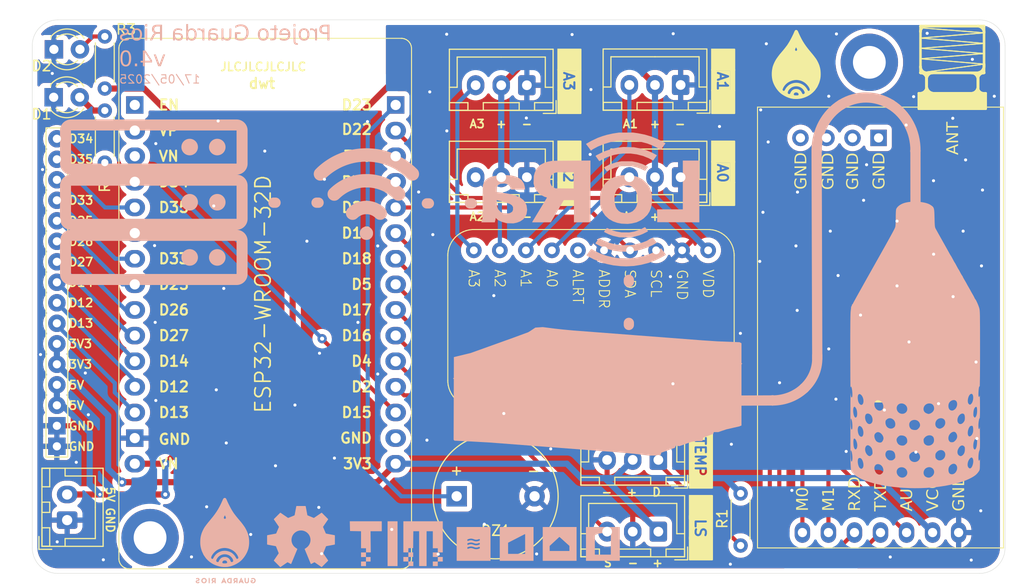
<source format=kicad_pcb>
(kicad_pcb (version 20241229) (generator "pcbnew") (generator_version "9.0")
  (layers (0 "F.Cu" signal "Front") (2 "B.Cu" signal "Back") (13 "F.Paste" user) (15 "B.Paste" user) (5 "F.SilkS" user "F.Silkscreen") (7 "B.SilkS" user "B.Silkscreen") (1 "F.Mask" user) (3 "B.Mask" user) (25 "Edge.Cuts" user))
  (net 0 "")
  (net 1 "+5V")
  (net 2 "Net-(J1-Pin_3)")
  (net 3 "GND")
  (net 4 "Net-(J3-Pin_3)")
  (net 5 "Net-(J4-Pin_3)")
  (net 6 "Net-(U2-M1)")
  (net 7 "Net-(U2-AUX)")
  (net 8 "Net-(U2-M0)")
  (net 9 "Net-(U2-RXD)")
  (net 10 "Net-(U2-TXD)")
  (net 11 "Net-(U3-SDA)")
  (net 13 "Net-(U3-SCL)")
  (net 14 "Net-(J5-Pin_11)")
  (net 17 "Net-(J5-Pin_10)")
  (net 18 "Net-(D1-A)")
  (net 20 "Net-(J5-Pin_15)")
  (net 23 "Net-(J5-Pin_16)")
  (net 24 "Net-(J7-Pin_1)")
  (net 25 "Net-(U4-D15)")
  (net 26 "Net-(J5-Pin_8)")
  (net 27 "+3.3V")
  (net 28 "Net-(J5-Pin_14)")
  (net 29 "Net-(J5-Pin_7)")
  (net 31 "Net-(J5-Pin_13)")
  (net 32 "Net-(D2-A)")
  (net 33 "Net-(J5-Pin_9)")
  (net 34 "Net-(J2-Pin_3)")
  (net 35 "Net-(J5-Pin_12)")
  (net 36 "Net-(BZ1-+)")
  (net 37 "Net-(J8-Pin_3)")
  (footprint "LED_THT:LED_D3.0mm" (layer "F.Cu") (at 111.36 73.525)
    (property "Reference" "D2")
    (property "Value" "LED")
  )
  (footprint "Buzzer_Beeper:Buzzer_12x9.5RM7.6" (layer "F.Cu") (at 150.65 117.125)
    (property "Reference" "BZ1")
    (property "Value" "Buzzer")
  )
  (footprint "Connector_JST:JST_XH_B2B-XH-A_1x02_P2.50mm_Vertical" (layer "F.Cu") (at 112.65 119.45 90)
    (property "Reference" "J6" (hide yes))
    (property "Value" "Conn_01x02")
  )
  (footprint "MountingHole:MountingHole_3.2mm_M3_DIN965_Pad" (layer "F.Cu") (at 120.74 121.16)
    (property "Reference" "REF**" (hide yes))
    (property "Value" "MountingHole_3.2mm_M3_DIN965_Pad")
  )
  (footprint "Connector_JST:JST_XH_B3B-XH-A_1x03_P2.50mm_Vertical" (layer "F.Cu") (at 157.5 77.025 180)
    (property "Reference" "J4" (hide yes))
    (property "Value" "Conn_01x03")
  )
  (footprint "PGR-FootPrints:ESP32-WROOM-32D - Board" (layer "F.Cu") (at 117.65 72.402893 -90)
    (property "Reference" "U4" (hide yes))
    (property "Value" "~")
  )
  (footprint "Connector_JST:JST_XH_B3B-XH-A_1x03_P2.50mm_Vertical" (layer "F.Cu") (at 172.5 77 180)
    (property "Reference" "J2" (hide yes))
    (property "Value" "Conn_01x03")
  )
  (footprint "LED_THT:LED_D3.0mm" (layer "F.Cu") (at 111.335 78.2)
    (property "Reference" "D1")
    (property "Value" "LED")
  )
  (footprint "Connector_JST:JST_XH_B3B-XH-A_1x03_P2.50mm_Vertical" (layer "F.Cu") (at 170.327109 120.575 180)
    (property "Reference" "J8" (hide yes))
    (property "Value" "Conn_01x03")
  )
  (footprint "Resistor_THT:R_Axial_DIN0204_L3.6mm_D1.6mm_P5.08mm_Horizontal" (layer "F.Cu") (at 116.325 84.575 90)
    (property "Reference" "R2")
    (property "Value" "47Ω")
  )
  (footprint "Resistor_THT:R_Axial_DIN0204_L3.6mm_D1.6mm_P5.08mm_Horizontal" (layer "F.Cu") (at 178.35 116.85 -90)
    (property "Reference" "R1")
    (property "Value" "4.7kΩ")
  )
  (footprint "Connector_JST:JST_XH_B3B-XH-A_1x03_P2.50mm_Vertical" (layer "F.Cu") (at 172.5 86 180)
    (property "Reference" "J1" (hide yes))
    (property "Value" "Conn_01x03")
  )
  (footprint "LOGO" (layer "F.Cu") (at 183.675 75.55)
    (property "Reference" "G***" (hide yes))
    (property "Value" "LOGO" (hide yes))
  )
  (footprint "Connector_PinSocket_2.00mm:PinSocket_1x16_P2.00mm_Vertical" (layer "F.Cu") (at 111.65 112.25 180)
    (property "Reference" "J5" (hide yes))
    (property "Value" "Conn_01x16")
  )
  (footprint "PGR-FootPrints:Adafruit_ADS1115" (layer "F.Cu") (at 177.725 91.1 180)
    (property "Reference" "U3" (hide yes))
    (property "Value" "~")
  )
  (footprint "Resistor_THT:R_Axial_DIN0204_L3.6mm_D1.6mm_P5.08mm_Horizontal" (layer "F.Cu") (at 116.325 77.35 90)
    (property "Reference" "R3")
    (property "Value" "220Ω")
  )
  (footprint "EBYTE:PE32-90030D" (layer "F.Cu") (at 184.380025 120.663505 90)
    (property "Reference" "U2" (hide yes))
    (property "Value" "~" (hide yes))
  )
  (footprint "Connector_JST:JST_XH_B3B-XH-A_1x03_P2.50mm_Vertical" (layer "F.Cu") (at 170.327109 113.575 180)
    (property "Reference" "J7" (hide yes))
    (property "Value" "Conn_01x03")
  )
  (footprint "Connector_JST:JST_XH_B3B-XH-A_1x03_P2.50mm_Vertical" (layer "F.Cu") (at 157.5 86 180)
    (property "Reference" "J3" (hide yes))
    (property "Value" "Conn_01x03")
  )
  (footprint "MountingHole:MountingHole_3.2mm_M3_DIN965_Pad" (layer "F.Cu") (at 190.91 74.79)
    (property "Reference" "REF**" (hide yes))
    (property "Value" "MountingHole_3.2mm_M3_DIN965_Pad")
  )
  (footprint "LOGO" (layer "B.Cu") (at 128.12372 121.206009 180)
    (property "Reference" "G***" (hide yes))
    (property "Value" "LOGO" (hide yes))
  )
  (gr_rect (start 173.38 110.845) (end 173.7254 115.185) (stroke (width 0.1524)) (fill yes) (layer "F.SilkS"))
  (gr_rect (start 177.4046 84.49) (end 177.75 86.51) (stroke (width 0.1524)) (fill yes) (layer "F.SilkS"))
  (gr_rect (start 175.55 75.52) (end 175.8954 77.54) (stroke (width 0.1524)) (fill yes) (layer "F.SilkS"))
  (gr_rect (start 160.55 86.51) (end 162.75 88.73) (stroke (width 0.1524)) (fill yes) (layer "F.SilkS"))
  (gr_rect (start 175.55 86.51) (end 177.75 88.73) (stroke (width 0.1524)) (fill yes) (layer "F.SilkS"))
  (gr_rect (start 173.38 117.075) (end 175.58 119.315) (stroke (width 0.1524)) (fill yes) (layer "F.SilkS"))
  (gr_rect (start 175.55 84.49) (end 175.8954 86.51) (stroke (width 0.1524)) (fill yes) (layer "F.SilkS"))
  (gr_rect (start 175.55 73.53) (end 177.75 75.55) (stroke (width 0.1524)) (fill yes) (layer "F.SilkS"))
  (gr_poly (pts (xy 182.525 73.95) (xy 183.525 72.7) (xy 183.275 73.95) (xy 182.775 74.45) (xy 182.025 74.7)) (stroke (width 0.1524)) (fill yes) (layer "F.SilkS"))
  (gr_rect (start 160.55 73.53) (end 162.75 75.55) (stroke (width 0.1524)) (fill yes) (layer "F.SilkS"))
  (gr_rect (start 175.2346 110.825) (end 175.58 115.225) (stroke (width 0.1524)) (fill yes) (layer "F.SilkS"))
  (gr_rect (start 162.4046 84.49) (end 162.75 86.51) (stroke (width 0.1524)) (fill yes) (layer "F.SilkS"))
  (gr_rect (start 173.38 121.135) (end 175.58 123.305) (stroke (width 0.1524)) (fill yes) (layer "F.SilkS"))
  (gr_rect (start 175.55 77.54) (end 177.75 79.76) (stroke (width 0.1524)) (fill yes) (layer "F.SilkS"))
  (gr_rect (start 173.38 110.075) (end 175.58 111.205) (stroke (width 0.1524)) (fill yes) (layer "F.SilkS"))
  (gr_rect (start 175.2346 119.065) (end 175.58 121.255) (stroke (width 0.1524)) (fill yes) (layer "F.SilkS"))
  (gr_rect (start 175.55 82.5) (end 177.75 84.52) (stroke (width 0.1524)) (fill yes) (layer "F.SilkS"))
  (gr_rect (start 177.4046 75.52) (end 177.75 77.54) (stroke (width 0.1524)) (fill yes) (layer "F.SilkS"))
  (gr_rect (start 162.4046 75.52) (end 162.75 77.54) (stroke (width 0.1524)) (fill yes) (layer "F.SilkS"))
  (gr_rect (start 160.55 77.54) (end 162.75 79.76) (stroke (width 0.1524)) (fill yes) (layer "F.SilkS"))
  (gr_rect (start 173.38 119.065) (end 173.7254 121.305) (stroke (width 0.1524)) (fill yes) (layer "F.SilkS"))
  (gr_rect (start 173.38 115.215) (end 175.58 116.305) (stroke (width 0.1524)) (fill yes) (layer "F.SilkS"))
  (gr_rect (start 160.55 75.52) (end 160.8954 77.54) (stroke (width 0.1524)) (fill yes) (layer "F.SilkS"))
  (gr_rect (start 160.55 84.49) (end 160.8954 86.51) (stroke (width 0.1524)) (fill yes) (layer "F.SilkS"))
  (gr_rect (start 160.55 82.5) (end 162.75 84.52) (stroke (width 0.1524)) (fill yes) (layer "F.SilkS"))
  (gr_poly (pts (xy 129.2 119.444372) (xy 128.2 118.194372) (xy 128.45 119.444372) (xy 128.95 119.944372) (xy 129.7 120.194372)) (stroke (width 0.1524)) (fill yes) (layer "B.SilkS"))
  (gr_poly (pts (xy 168.504629 105.122993) (xy 168.489715 105.123883) (xy 168.475158 105.125347) (xy 168.461058 105.127368) (xy 168.447517 105.129928) (xy 168.440988 105.131405) (xy 168.434636 105.133011) (xy 168.428474 105.134743) (xy 168.422515 105.1366) (xy 168.416771 105.138579) (xy 168.411255 105.140678) (xy 168.406005 105.142886) (xy 168.401056 105.145184) (xy 168.396414 105.147568) (xy 168.392082 105.150033) (xy 168.388067 105.152574) (xy 168.384374 105.155187) (xy 168.381009 105.157865) (xy 168.377975 105.160603) (xy 168.375279 105.163398) (xy 168.372926 105.166244) (xy 168.37092 105.169135) (xy 168.369268 105.172068) (xy 168.367974 105.175036) (xy 168.367044 105.178035) (xy 168.366717 105.179544) (xy 168.366483 105.181059) (xy 168.366342 105.18258) (xy 168.366295 105.184105) (xy 168.366343 105.18563) (xy 168.366484 105.18715) (xy 168.366719 105.188666) (xy 168.367046 105.190175) (xy 168.367466 105.191678) (xy 168.367977 105.193174) (xy 168.368579 105.194662) (xy 168.369271 105.196142) (xy 168.370053 105.197613) (xy 168.370924 105.199074) (xy 168.371883 105.200525) (xy 168.372929 105.201966) (xy 168.374062 105.203395) (xy 168.375282 105.204811) (xy 168.376588 105.206215) (xy 168.377978 105.207606) (xy 168.379453 105.208983) (xy 168.381011 105.210345) (xy 168.384377 105.213023) (xy 168.388069 105.215635) (xy 168.392083 105.218176) (xy 168.396414 105.220642) (xy 168.401057 105.223026) (xy 168.406006 105.225324) (xy 168.411255 105.227531) (xy 168.416772 105.229631) (xy 168.422517 105.231609) (xy 168.428477 105.233466) (xy 168.434639 105.235198) (xy 168.440991 105.236804) (xy 168.447521 105.23828) (xy 168.454216 105.239627) (xy 168.461063 105.24084) (xy 168.46805 105.241918) (xy 168.475164 105.24286) (xy 168.482392 105.243662) (xy 168.489723 105.244323) (xy 168.497143 105.244841) (xy 168.50464 105.245213) (xy 168.512201 105.245438) (xy 168.519814 105.245514) (xy 168.534986 105.245213) (xy 168.549901 105.244323) (xy 168.564459 105.242859) (xy 168.578559 105.240839) (xy 168.5921 105.238279) (xy 168.598629 105.236801) (xy 168.604982 105.235195) (xy 168.611144 105.233462) (xy 168.617104 105.231604) (xy 168.622848 105.229624) (xy 168.628365 105.227524) (xy 168.633614 105.225318) (xy 168.638562 105.22302) (xy 168.643204 105.220637) (xy 168.647534 105.218172) (xy 168.651548 105.215631) (xy 168.655241 105.213019) (xy 168.658606 105.210341) (xy 168.66164 105.207602) (xy 168.664336 105.204808) (xy 168.66669 105.201962) (xy 168.668695 105.199071) (xy 168.670348 105.196139) (xy 168.671643 105.193171) (xy 168.672574 105.190173) (xy 168.672902 105.188664) (xy 168.673136 105.187149) (xy 168.673278 105.185629) (xy 168.673325 105.184105) (xy 168.673278 105.18258) (xy 168.673136 105.181059) (xy 168.672902 105.179544) (xy 168.672574 105.178034) (xy 168.672154 105.176531) (xy 168.671643 105.175035) (xy 168.67104 105.173547) (xy 168.670348 105.172067) (xy 168.669566 105.170595) (xy 168.668695 105.169134) (xy 168.667736 105.167682) (xy 168.666689 105.166242) (xy 168.665555 105.164813) (xy 168.664335 105.163396) (xy 168.66303 105.161991) (xy 168.661639 105.160601) (xy 168.660164 105.159224) (xy 168.658605 105.157861) (xy 168.655239 105.155183) (xy 168.651546 105.152571) (xy 168.647531 105.15003) (xy 168.643199 105.147565) (xy 168.638557 105.145182) (xy 168.633608 105.142884) (xy 168.628358 105.140678) (xy 168.622841 105.138578) (xy 168.617096 105.136598) (xy 168.611136 105.13474) (xy 168.604974 105.133007) (xy 168.598622 105.131401) (xy 168.592092 105.129924) (xy 168.585397 105.128577) (xy 168.57855 105.127364) (xy 168.571563 105.126285) (xy 168.564449 105.125344) (xy 168.557221 105.124542) (xy 168.54989 105.123881) (xy 168.54247 105.123363) (xy 168.534973 105.122991) (xy 168.527412 105.122767) (xy 168.519799 105.122692)) (fill yes) (layer "B.SilkS"))
  (gr_poly (pts (xy 141.713687 83.175303) (xy 141.548683 83.180478) (xy 141.383722 83.189482) (xy 141.218978 83.20229) (xy 141.054627 83.218874) (xy 140.890844 83.239211) (xy 140.727804 83.263273) (xy 140.565683 83.291034) (xy 140.404655 83.32247) (xy 140.244897 83.357554) (xy 140.086582 83.39626) (xy 139.929887 83.438562) (xy 139.774986 83.484434) (xy 139.622056 83.533852) (xy 139.451689 83.593742) (xy 139.284056 83.657232) (xy 139.119088 83.724362) (xy 138.956716 83.795176) (xy 138.796869 83.869715) (xy 138.63948 83.948023) (xy 138.484478 84.03014) (xy 138.331793 84.116111) (xy 138.181358 84.205976) (xy 138.033101 84.299779) (xy 137.886955 84.397561) (xy 137.742848 84.499366) (xy 137.600713 84.605235) (xy 137.46048 84.71521) (xy 137.322079 84.829335) (xy 137.185441 84.947651) (xy 137.125195 85.002247) (xy 137.063999 85.059722) (xy 137.004138 85.117762) (xy 136.9479 85.174052) (xy 136.897571 85.226278) (xy 136.855436 85.272124) (xy 136.838155 85.291932) (xy 136.823781 85.309277) (xy 136.812599 85.32387) (xy 136.804894 85.335422) (xy 136.787032 85.367802) (xy 136.771066 85.400621) (xy 136.756976 85.433815) (xy 136.744745 85.467321) (xy 136.734353 85.501075) (xy 136.725781 85.535012) (xy 136.719012 85.569069) (xy 136.714025 85.603181) (xy 136.710802 85.637286) (xy 136.709324 85.671318) (xy 136.709572 85.705214) (xy 136.711529 85.73891) (xy 136.715174 85.772342) (xy 136.720489 85.805446) (xy 136.727455 85.838158) (xy 136.736053 85.870414) (xy 136.746265 85.90215) (xy 136.758072 85.933303) (xy 136.771454 85.963808) (xy 136.786394 85.993601) (xy 136.802871 86.022619) (xy 136.820869 86.050797) (xy 136.840366 86.078072) (xy 136.861346 86.104379) (xy 136.883789 86.129655) (xy 136.907675 86.153835) (xy 136.932987 86.176856) (xy 136.959706 86.198654) (xy 136.987812 86.219165) (xy 137.017288 86.238325) (xy 137.048113 86.256069) (xy 137.080269 86.272335) (xy 137.11756 86.289478) (xy 137.134661 86.296748) (xy 137.150993 86.303207) (xy 137.166752 86.308899) (xy 137.182131 86.313868) (xy 137.197327 86.318157) (xy 137.212535 86.32181) (xy 137.22795 86.32487) (xy 137.243768 86.327381) (xy 137.260182 86.329387) (xy 137.277389 86.33093) (xy 137.295584 86.332054) (xy 137.314962 86.332804) (xy 137.358048 86.333351) (xy 137.380204 86.333169) (xy 137.401278 86.332606) (xy 137.421377 86.331642) (xy 137.440604 86.330253) (xy 137.459064 86.328417) (xy 137.476862 86.326112) (xy 137.494103 86.323315) (xy 137.510891 86.320004) (xy 137.52733 86.316157) (xy 137.543527 86.311752) (xy 137.559585 86.306765) (xy 137.575608 86.301175) (xy 137.591703 86.294959) (xy 137.607973 86.288096) (xy 137.624523 86.280562) (xy 137.641457 86.272335) (xy 137.669022 86.257882) (xy 137.682074 86.250441) (xy 137.694883 86.242668) (xy 137.707631 86.234419) (xy 137.720499 86.225553) (xy 137.733672 86.215927) (xy 137.747329 86.205399) (xy 137.761655 86.193826) (xy 137.776831 86.181067) (xy 137.810463 86.15142) (xy 137.849684 86.115319) (xy 137.895951 86.071625) (xy 137.997435 85.976843) (xy 138.09621 85.888101) (xy 138.193555 85.804365) (xy 138.290749 85.724599) (xy 138.389072 85.647768) (xy 138.489803 85.572837) (xy 138.594221 85.498772) (xy 138.703606 85.424538) (xy 138.841114 85.335851) (xy 138.980819 85.25135) (xy 139.122644 85.171065) (xy 139.266509 85.095022) (xy 139.412336 85.023251) (xy 139.560046 84.95578) (xy 139.70956 84.892636) (xy 139.860799 84.833849) (xy 140.013685 84.779446) (xy 140.168138 84.729455) (xy 140.32408 84.683905) (xy 140.481432 84.642823) (xy 140.640116 84.606239) (xy 140.800051 84.574181) (xy 140.96116 84.546675) (xy 141.123364 84.523752) (xy 141.299262 84.504522) (xy 141.479223 84.490786) (xy 141.661895 84.482544) (xy 141.845921 84.479797) (xy 142.029946 84.482544) (xy 142.212617 84.490786) (xy 142.392578 84.504522) (xy 142.568474 84.523752) (xy 142.792389 84.556572) (xy 143.013919 84.598073) (xy 143.23288 84.648165) (xy 143.449089 84.706762) (xy 143.662362 84.773774) (xy 143.872517 84.849114) (xy 144.07937 84.932693) (xy 144.282737 85.024423) (xy 144.482435 85.124215) (xy 144.678279 85.231983) (xy 144.870088 85.347637) (xy 145.057678 85.47109) (xy 145.240864 85.602252) (xy 145.419463 85.741037) (xy 145.593293 85.887355) (xy 145.762169 86.041119) (xy 145.816348 86.09191) (xy 145.866839 86.138562) (xy 145.908148 86.176032) (xy 145.923642 86.189748) (xy 145.934781 86.199278) (xy 145.945151 86.207412) (xy 145.956888 86.215809) (xy 145.969837 86.224392) (xy 145.983841 86.233084) (xy 145.998743 86.241809) (xy 146.014388 86.250491) (xy 146.047278 86.267418) (xy 146.081258 86.283253) (xy 146.098267 86.290571) (xy 146.115079 86.297386) (xy 146.131539 86.303623) (xy 146.147489 86.309205) (xy 146.162773 86.314055) (xy 146.177235 86.318098) (xy 146.193393 86.321748) (xy 146.211021 86.324873) (xy 146.229914 86.327473) (xy 146.249868 86.32955) (xy 146.270678 86.331105) (xy 146.292139 86.332139) (xy 146.314048 86.332653) (xy 146.336198 86.332649) (xy 146.358387 86.332127) (xy 146.380408 86.331089) (xy 146.402058 86.329535) (xy 146.423132 86.327468) (xy 146.443424 86.324888) (xy 146.462731 86.321796) (xy 146.480848 86.318194) (xy 146.497571 86.314083) (xy 146.525573 86.30591) (xy 146.552965 86.296615) (xy 146.579725 86.286228) (xy 146.605831 86.27478) (xy 146.63126 86.262301) (xy 146.655992 86.248822) (xy 146.680003 86.234373) (xy 146.703272 86.218984) (xy 146.725776 86.202686) (xy 146.747494 86.18551) (xy 146.788482 86.148643) (xy 146.82606 86.108627) (xy 146.860051 86.065704) (xy 146.890279 86.020119) (xy 146.916567 85.972115) (xy 146.938739 85.921936) (xy 146.948226 85.896106) (xy 146.956618 85.869824) (xy 146.963893 85.843119) (xy 146.970029 85.816023) (xy 146.975003 85.788566) (xy 146.978794 85.760777) (xy 146.981379 85.732688) (xy 146.982737 85.704329) (xy 146.982846 85.675731) (xy 146.981682 85.646923) (xy 146.980053 85.625714) (xy 146.977874 85.604824) (xy 146.97514 85.584236) (xy 146.971846 85.56393) (xy 146.967988 85.543887) (xy 146.96356 85.524089) (xy 146.958559 85.504517) (xy 146.952979 85.485152) (xy 146.946815 85.465975) (xy 146.940064 85.446967) (xy 146.93272 85.428109) (xy 146.924779 85.409384) (xy 146.916235 85.390771) (xy 146.907085 85.372253) (xy 146.897323 85.353809) (xy 146.886944 85.335422) (xy 146.869876 85.310311) (xy 146.845274 85.279606) (xy 146.813749 85.243868) (xy 146.775915 85.203657) (xy 146.683769 85.112052) (xy 146.573738 85.00927) (xy 146.450724 84.899789) (xy 146.319628 84.788088) (xy 146.185351 84.678644) (xy 146.052796 84.575937) (xy 145.841468 84.422954) (xy 145.625211 84.278371) (xy 145.404252 84.142272) (xy 145.178819 84.01474) (xy 144.949137 83.895859) (xy 144.715435 83.785713) (xy 144.477939 83.684385) (xy 144.236876 83.591957) (xy 143.992473 83.508515) (xy 143.744957 83.434141) (xy 143.494555 83.36892) (xy 143.241494 83.312933) (xy 142.986001 83.266266) (xy 142.728303 83.229001) (xy 142.468627 83.201222) (xy 142.2072 83.183012) (xy 142.04312 83.176544) (xy 141.878558 83.173983)) (fill yes) (layer "B.SilkS"))
  (gr_poly (pts (xy 141.833337 90.816807) (xy 141.804458 90.818253) (xy 141.775572 90.82092) (xy 141.746753 90.8248) (xy 141.718071 90.829887) (xy 141.689598 90.836177) (xy 141.661406 90.843663) (xy 141.633567 90.852339) (xy 141.606152 90.862199) (xy 141.579234 90.873237) (xy 141.552884 90.885448) (xy 141.528796 90.897682) (xy 141.505593 90.91061) (xy 141.483258 90.924252) (xy 141.461774 90.938623) (xy 141.441123 90.953743) (xy 141.421286 90.969628) (xy 141.402247 90.986297) (xy 141.383988 91.003766) (xy 141.36649 91.022054) (xy 141.349737 91.041178) (xy 141.333711 91.061156) (xy 141.318394 91.082005) (xy 141.303768 91.103743) (xy 141.289816 91.126388) (xy 141.27652 91.149958) (xy 141.263863 91.174469) (xy 141.245659 91.212317) (xy 141.237961 91.229697) (xy 141.231134 91.246336) (xy 141.225131 91.262454) (xy 141.219902 91.278267) (xy 141.215401 91.293993) (xy 141.211578 91.309849) (xy 141.208385 91.326053) (xy 141.205774 91.342823) (xy 141.203697 91.360377) (xy 141.202106 91.378931) (xy 141.200953 91.398703) (xy 141.200189 91.419912) (xy 141.199635 91.467506) (xy 141.20016 91.514414) (xy 141.2009 91.535247) (xy 141.202031 91.554652) (xy 141.203609 91.572866) (xy 141.205689 91.590129) (xy 141.208326 91.606679) (xy 141.211577 91.622755) (xy 141.215495 91.638596) (xy 141.220136 91.654441) (xy 141.225556 91.670528) (xy 141.23181 91.687095) (xy 141.238953 91.704383) (xy 141.247041 91.722629) (xy 141.256128 91.742072) (xy 141.26627 91.762951) (xy 141.27528 91.780671) (xy 141.285395 91.798551) (xy 141.296535 91.816507) (xy 141.308621 91.834453) (xy 141.321572 91.852305) (xy 141.335309 91.869979) (xy 141.349752 91.887389) (xy 141.36482 91.904451) (xy 141.380434 91.92108) (xy 141.396514 91.937192) (xy 141.412979 91.952701) (xy 141.42975 91.967524) (xy 141.446747 91.981575) (xy 141.463889 91.99477) (xy 141.481097 92.007025) (xy 141.498292 92.018253) (xy 141.538329 92.041257) (xy 141.579733 92.061193) (xy 141.622308 92.078062) (xy 141.665859 92.091864) (xy 141.710192 92.102599) (xy 141.755109 92.110266) (xy 141.800418 92.114867) (xy 141.845921 92.116401) (xy 141.891425 92.114867) (xy 141.936733 92.110266) (xy 141.981651 92.102599) (xy 142.025983 92.091864) (xy 142.069534 92.078062) (xy 142.112109 92.061193) (xy 142.153513 92.041257) (xy 142.193551 92.018253) (xy 142.210745 92.007157) (xy 142.227955 91.995001) (xy 142.245101 91.981873) (xy 142.262105 91.967863) (xy 142.278888 91.953057) (xy 142.295371 91.937545) (xy 142.311475 91.921413) (xy 142.327122 91.904752) (xy 142.342233 91.887648) (xy 142.356729 91.870191) (xy 142.37053 91.852467) (xy 142.383559 91.834566) (xy 142.395737 91.816576) (xy 142.406984 91.798584) (xy 142.417223 91.78068) (xy 142.426373 91.762951) (xy 142.445072 91.723847) (xy 142.452945 91.706011) (xy 142.459905 91.689014) (xy 142.466003 91.672629) (xy 142.471293 91.656628) (xy 142.475828 91.640781) (xy 142.479662 91.624862) (xy 142.482846 91.608642) (xy 142.485433 91.591893) (xy 142.487478 91.574386) (xy 142.489032 91.555894) (xy 142.490148 91.536188) (xy 142.49088 91.51504) (xy 142.491402 91.467506) (xy 142.490883 91.420471) (xy 142.490159 91.399505) (xy 142.489057 91.379946) (xy 142.487527 91.361572) (xy 142.485518 91.344163) (xy 142.48298 91.327497) (xy 142.479862 91.311353) (xy 142.476114 91.29551) (xy 142.471685 91.279748) (xy 142.466525 91.263844) (xy 142.460582 91.247578) (xy 142.453807 91.230728) (xy 142.446148 91.213074) (xy 142.437556 91.194395) (xy 142.427979 91.174469) (xy 142.411637 91.143101) (xy 142.39366 91.112853) (xy 142.374104 91.083774) (xy 142.353027 91.055913) (xy 142.330487 91.029317) (xy 142.306542 91.004034) (xy 142.281249 90.980114) (xy 142.254666 90.957603) (xy 142.226851 90.93655) (xy 142.19786 90.917005) (xy 142.167753 90.899013) (xy 142.136586 90.882625) (xy 142.104416 90.867888) (xy 142.071303 90.854851) (xy 142.037302 90.84356) (xy 142.002473 90.834066) (xy 141.975135 90.828072) (xy 141.947361 90.823333) (xy 141.919223 90.819842) (xy 141.890792 90.817595) (xy 141.862139 90.816585)) (fill yes) (layer "B.SilkS"))
  (gr_poly (pts (xy 141.755076 88.299663) (xy 141.65896 88.305024) (xy 141.562881 88.31396) (xy 141.466944 88.326462) (xy 141.371251 88.34252) (xy 141.275906 88.362125) (xy 141.195339 88.381583) (xy 141.115371 88.403796) (xy 141.036092 88.428716) (xy 140.957593 88.456295) (xy 140.879964 88.486486) (xy 140.803295 88.519238) (xy 140.727678 88.554505) (xy 140.653204 88.592239) (xy 140.579961 88.63239) (xy 140.508042 88.674911) (xy 140.437536 88.719753) (xy 140.368534 88.766869) (xy 140.301127 88.81621) (xy 140.235405 88.867727) (xy 140.171459 88.921374) (xy 140.109379 88.9771) (xy 140.086428 88.998608) (xy 140.065084 89.019251) (xy 140.045262 89.039143) (xy 140.026876 89.0584) (xy 140.00984 89.077134) (xy 139.994068 89.095461) (xy 139.979474 89.113493) (xy 139.965973 89.131345) (xy 139.953479 89.149132) (xy 139.941905 89.166966) (xy 139.931166 89.184963) (xy 139.921177 89.203237) (xy 139.911851 89.221901) (xy 139.903102 89.241069) (xy 139.894845 89.260856) (xy 139.886994 89.281376) (xy 139.87928 89.304457) (xy 139.8724 89.328176) (xy 139.866359 89.352435) (xy 139.861164 89.37714) (xy 139.856821 89.402192) (xy 139.853335 89.427496) (xy 139.850712 89.452955) (xy 139.848958 89.478473) (xy 139.848079 89.503953) (xy 139.848081 89.529299) (xy 139.84897 89.554415) (xy 139.850751 89.579203) (xy 139.853431 89.603569) (xy 139.857016 89.627414) (xy 139.86151 89.650644) (xy 139.866921 89.67316) (xy 139.870983 89.687041) (xy 139.875891 89.70179) (xy 139.881571 89.717258) (xy 139.887947 89.733298) (xy 139.894944 89.749762) (xy 139.902487 89.7665) (xy 139.910499 89.783366) (xy 139.918907 89.80021) (xy 139.927635 89.816885) (xy 139.936607 89.833242) (xy 139.945749 89.849134) (xy 139.954985 89.864412) (xy 139.96424 89.878928) (xy 139.973438 89.892534) (xy 139.982504 89.905081) (xy 139.991364 89.916422) (xy 140.008324 89.93619) (xy 140.026339 89.955424) (xy 140.045335 89.974076) (xy 140.065237 89.992102) (xy 140.085972 90.009454) (xy 140.107466 90.026089) (xy 140.129644 90.041959) (xy 140.152433 90.057018) (xy 140.175757 90.071222) (xy 140.199544 90.084523) (xy 140.223719 90.096877) (xy 140.248209 90.108237) (xy 140.272938 90.118557) (xy 140.297833 90.127792) (xy 140.32282 90.135896) (xy 140.347825 90.142822) (xy 140.364737 90.146633) (xy 140.382571 90.149935) (xy 140.401192 90.152729) (xy 140.420469 90.155015) (xy 140.440268 90.156794) (xy 140.460456 90.158064) (xy 140.4809 90.158826) (xy 140.501468 90.15908) (xy 140.522026 90.158826) (xy 140.542442 90.158064) (xy 140.562583 90.156794) (xy 140.582316 90.155015) (xy 140.601507 90.152729) (xy 140.620025 90.149935) (xy 140.637736 90.146633) (xy 140.654507 90.142822) (xy 140.677354 90.1366) (xy 140.699316 90.129925) (xy 140.720525 90.122721) (xy 140.741113 90.114911) (xy 140.761213 90.106419) (xy 140.780955 90.097168) (xy 140.800471 90.087083) (xy 140.819893 90.076086) (xy 140.839352 90.064101) (xy 140.858981 90.051052) (xy 140.878911 90.036862) (xy 140.899274 90.021455) (xy 140.920201 90.004755) (xy 140.941825 89.986684) (xy 140.964276 89.967167) (xy 140.987687 89.946127) (xy 141.021344 89.915989) (xy 141.055498 89.887286) (xy 141.090174 89.86) (xy 141.125398 89.834118) (xy 141.161196 89.809623) (xy 141.197594 89.786501) (xy 141.234617 89.764736) (xy 141.272292 89.744313) (xy 141.310644 89.725216) (xy 141.3497 89.707431) (xy 141.389485 89.690941) (xy 141.430024 89.675733) (xy 141.471345 89.66179) (xy 141.513472 89.649096) (xy 141.556432 89.637638) (xy 141.600251 89.627399) (xy 141.62467 89.622261) (xy 141.647782 89.618204) (xy 141.671138 89.615107) (xy 141.696291 89.612848) (xy 141.724794 89.611303) (xy 141.758198 89.610352) (xy 141.798056 89.609871) (xy 141.845921 89.609737) (xy 141.893786 89.609871) (xy 141.933644 89.610352) (xy 141.967048 89.611303) (xy 141.981814 89.611994) (xy 141.99555 89.612848) (xy 142.008448 89.61388) (xy 142.020703 89.615107) (xy 142.032509 89.616543) (xy 142.044059 89.618204) (xy 142.055549 89.620105) (xy 142.067171 89.622261) (xy 142.091591 89.627399) (xy 142.135392 89.637629) (xy 142.178305 89.649064) (xy 142.220364 89.661721) (xy 142.261603 89.67562) (xy 142.302057 89.69078) (xy 142.341759 89.707219) (xy 142.380745 89.724957) (xy 142.419047 89.744012) (xy 142.456699 89.764402) (xy 142.493737 89.786148) (xy 142.530194 89.809267) (xy 142.566104 89.833779) (xy 142.601501 89.859702) (xy 142.636419 89.887055) (xy 142.670893 89.915857) (xy 142.704957 89.946127) (xy 142.727704 89.966557) (xy 142.74938 89.985459) (xy 142.77014 90.002922) (xy 142.790134 90.019034) (xy 142.809518 90.033886) (xy 142.828442 90.047566) (xy 142.847061 90.060165) (xy 142.865526 90.071771) (xy 142.883992 90.082473) (xy 142.90261 90.092362) (xy 142.921535 90.101527) (xy 142.940918 90.110056) (xy 142.960912 90.11804) (xy 142.981671 90.125567) (xy 143.003347 90.132727) (xy 143.026093 90.13961) (xy 143.040736 90.14328) (xy 143.057656 90.146461) (xy 143.076536 90.149156) (xy 143.097057 90.151364) (xy 143.118899 90.153089) (xy 143.141744 90.15433) (xy 143.18917 90.155366) (xy 143.236783 90.154483) (xy 143.259863 90.153325) (xy 143.282035 90.151691) (xy 143.302978 90.149581) (xy 143.322376 90.146997) (xy 143.339908 90.143941) (xy 143.355256 90.140413) (xy 143.369967 90.136078) (xy 143.385408 90.130947) (xy 143.401445 90.125089) (xy 143.417941 90.118573) (xy 143.434762 90.11147) (xy 143.451772 90.103848) (xy 143.468836 90.095777) (xy 143.485819 90.087325) (xy 143.502586 90.078564) (xy 143.519001 90.069561) (xy 143.534929 90.060387) (xy 143.550235 90.05111) (xy 143.564783 90.0418) (xy 143.578439 90.032527) (xy 143.591067 90.02336) (xy 143.602532 90.014368) (xy 143.62147 89.998135) (xy 143.640011 89.980805) (xy 143.658095 89.962469) (xy 143.675665 89.943216) (xy 143.69266 89.923135) (xy 143.709023 89.902315) (xy 143.724694 89.880846) (xy 143.739616 89.858817) (xy 143.753728 89.836318) (xy 143.766972 89.813438) (xy 143.779289 89.790266) (xy 143.790621 89.766892) (xy 143.800908 89.743405) (xy 143.810093 89.719895) (xy 143.818116 89.69645) (xy 143.824917 89.67316) (xy 143.830328 89.650644) (xy 143.834823 89.627414) (xy 143.838407 89.603569) (xy 143.841088 89.579203) (xy 143.842869 89.554415) (xy 143.843758 89.529299) (xy 143.843761 89.503953) (xy 143.842882 89.478473) (xy 143.841129 89.452955) (xy 143.838506 89.427496) (xy 143.83502 89.402192) (xy 143.830677 89.37714) (xy 143.825483 89.352435) (xy 143.819442 89.328176) (xy 143.812562 89.304457) (xy 143.804848 89.281376) (xy 143.79464 89.255179) (xy 143.783209 89.229487) (xy 143.770441 89.204165) (xy 143.756225 89.179076) (xy 143.740448 89.154087) (xy 143.722995 89.12906) (xy 143.703755 89.103863) (xy 143.682615 89.078358) (xy 143.659461 89.052411) (xy 143.634181 89.025886) (xy 143.606662 88.998649) (xy 143.576791 88.970564) (xy 143.544455 88.941496) (xy 143.50954 88.91131) (xy 143.471935 88.879869) (xy 143.431527 88.84704) (xy 143.399607 88.822274) (xy 143.365729 88.797145) (xy 143.293062 88.746384) (xy 143.215466 88.695924) (xy 143.134878 88.646932) (xy 143.053236 88.600574) (xy 142.972479 88.558017) (xy 142.894544 88.520428) (xy 142.857241 88.503861) (xy 142.82137 88.488974) (xy 142.72755 88.453315) (xy 142.631838 88.421071) (xy 142.534677 88.392346) (xy 142.43651 88.367243) (xy 142.337777 88.345866) (xy 142.238923 88.328319) (xy 142.140388 88.314703) (xy 142.042615 88.305124) (xy 141.947007 88.299703) (xy 141.851126 88.297886)) (fill yes) (layer "B.SilkS"))
  (gr_poly (pts (xy 161.848237 84.383196) (xy 159.992211 84.395716) (xy 159.76764 84.439096) (xy 159.543069 84.482477) (xy 159.371335 84.537937) (xy 159.199601 84.593397) (xy 159.01466 84.688787) (xy 158.829716 84.784178) (xy 158.644166 84.969534) (xy 158.458615 85.154888) (xy 158.361966 85.353041) (xy 158.265317 85.551193) (xy 158.221558 85.709715) (xy 158.1778 85.868236) (xy 158.164109 86.238121) (xy 158.150418 86.608005) (xy 158.195088 86.779737) (xy 158.239758 86.951469) (xy 158.336007 87.135046) (xy 158.432255 87.318621) (xy 158.617776 87.505699) (xy 158.803296 87.692778) (xy 159.014657 87.801689) (xy 159.226021 87.910601) (xy 159.339402 87.944141) (xy 159.452782 87.977682) (xy 159.441193 88.007893) (xy 159.429604 88.038103) (xy 158.739892 89.177111) (xy 158.050179 90.31612) (xy 158.034211 90.357719) (xy 158.01825 90.399319) (xy 158.925965 90.398725) (xy 159.833687 90.398134) (xy 160.467774 89.315876) (xy 161.101861 88.233618) (xy 161.597241 88.233242) (xy 162.092621 88.232868) (xy 162.092621 89.316101) (xy 162.092621 90.399334) (xy 162.898442 90.399334) (xy 163.704262 90.399334) (xy 163.704262 87.384954) (xy 163.704262 86.305437) (xy 162.066205 86.305437) (xy 162.066205 87.099352) (xy 161.174519 87.091452) (xy 160.282834 87.083551) (xy 160.145764 87.011255) (xy 160.008694 86.938986) (xy 159.941823 86.851316) (xy 159.874951 86.763647) (xy 159.830132 86.659387) (xy 159.785313 86.555128) (xy 159.783913 86.330557) (xy 159.782513 86.105984) (xy 159.828442 85.972145) (xy 159.874371 85.838304) (xy 159.972943 85.743873) (xy 160.071515 85.649443) (xy 160.150776 85.610113) (xy 160.230038 85.570784) (xy 160.370045 85.541153) (xy 160.510052 85.511522) (xy 161.288106 85.511522) (xy 162.066205 85.511522) (xy 162.066205 86.305437) (xy 163.704262 86.305437) (xy 163.704262 84.370676)) (fill yes) (layer "B.SilkS"))
  (gr_poly (pts (xy 141.801915 123.054232) (xy 141.802268 123.054229) (xy 141.80227 123.053793) (xy 141.801923 123.053793)) (fill yes) (layer "B.SilkS"))
  (gr_poly (pts (xy 169.477864 92.053604) (xy 169.160054 92.219313) (xy 168.918107 92.311483) (xy 168.676159 92.403654) (xy 168.350072 92.483885) (xy 168.023984 92.564115) (xy 167.799412 92.595375) (xy 167.574841 92.626634) (xy 167.112485 92.625667) (xy 166.650128 92.6247) (xy 166.372716 92.581371) (xy 166.095303 92.538042) (xy 165.79147 92.457361) (xy 165.487637 92.37668) (xy 165.197014 92.258047) (xy 164.906392 92.139414) (xy 164.740246 92.046913) (xy 164.574101 91.954412) (xy 164.54966 91.962911) (xy 164.52522 91.971411) (xy 164.352109 92.209192) (xy 164.178998 92.446976) (xy 164.225648 92.482225) (xy 164.272297 92.517475) (xy 164.57613 92.67042) (xy 164.879964 92.823366) (xy 165.140568 92.920746) (xy 165.401169 93.018125) (xy 165.708603 93.094616) (xy 166.016038 93.171106) (xy 166.297246 93.212017) (xy 166.578457 93.252928) (xy 166.970967 93.263378) (xy 167.363473 93.273828) (xy 167.482369 93.263079) (xy 167.601262 93.252439) (xy 167.825833 93.22485) (xy 168.050404 93.19726) (xy 168.349469 93.13077) (xy 168.648533 93.064279) (xy 168.943925 92.963789) (xy 169.239316 92.863298) (xy 169.483212 92.754902) (xy 169.727109 92.646507) (xy 169.919148 92.538116) (xy 170.111188 92.429724) (xy 170.134106 92.407453) (xy 170.157025 92.385183) (xy 169.976349 92.136539) (xy 169.795674 91.887895)) (fill yes) (layer "B.SilkS"))
  (gr_line (start 152.141781 88.551708) (end 146.350163 88.551708) (stroke (width 1) (type dot)) (layer "B.SilkS"))
  (gr_poly (pts (xy 141.748376 85.692485) (xy 141.535498 85.698431) (xy 141.450688 85.702222) (xy 141.392315 85.706333) (xy 141.229892 85.724289) (xy 141.073038 85.745811) (xy 140.920624 85.771152) (xy 140.771522 85.800567) (xy 140.624603 85.83431) (xy 140.478737 85.872635) (xy 140.332796 85.915796) (xy 140.18565 85.964046) (xy 140.055632 86.010801) (xy 139.92669 86.061296) (xy 139.798963 86.115451) (xy 139.672585 86.173185) (xy 139.547695 86.23442) (xy 139.424427 86.299074) (xy 139.302918 86.367068) (xy 139.183306 86.438323) (xy 139.065725 86.512757) (xy 138.950314 86.590291) (xy 138.837207 86.670846) (xy 138.726541 86.75434) (xy 138.618453 86.840695) (xy 138.51308 86.929829) (xy 138.410557 87.021664) (xy 138.31102 87.116119) (xy 138.289537 87.137231) (xy 138.269588 87.157287) (xy 138.251091 87.176397) (xy 138.233961 87.194672) (xy 138.218115 87.212223) (xy 138.20347 87.22916) (xy 138.189943 87.245593) (xy 138.177449 87.261634) (xy 138.165905 87.277392) (xy 138.155228 87.292979) (xy 138.145334 87.308505) (xy 138.13614 87.32408) (xy 138.127563 87.339814) (xy 138.119517 87.35582) (xy 138.111921 87.372206) (xy 138.104691 87.389084) (xy 138.09133 87.424623) (xy 138.080141 87.460997) (xy 138.071113 87.498063) (xy 138.064236 87.535677) (xy 138.0595 87.573696) (xy 138.056894 87.611975) (xy 138.056406 87.650372) (xy 138.058028 87.688743) (xy 138.061747 87.726945) (xy 138.067554 87.764835) (xy 138.075438 87.802267) (xy 138.085388 87.8391) (xy 138.097393 87.87519) (xy 138.111444 87.910393) (xy 138.127529 87.944566) (xy 138.145638 87.977566) (xy 138.158145 87.997704) (xy 138.17156 88.017454) (xy 138.18585 88.036785) (xy 138.200982 88.055667) (xy 138.216924 88.074069) (xy 138.233641 88.09196) (xy 138.251102 88.109311) (xy 138.269273 88.12609) (xy 138.288122 88.142268) (xy 138.307615 88.157812) (xy 138.32772 88.172693) (xy 138.348403 88.18688) (xy 138.369633 88.200343) (xy 138.391374 88.213051) (xy 138.413596 88.224974) (xy 138.436265 88.23608) (xy 138.451238 88.243027) (xy 138.465808 88.24943) (xy 138.48006 88.255312) (xy 138.49408 88.260692) (xy 138.507955 88.265592) (xy 138.52177 88.270034) (xy 138.535611 88.274038) (xy 138.549563 88.277626) (xy 138.563713 88.280819) (xy 138.578146 88.283638) (xy 138.592949 88.286104) (xy 138.608207 88.288239) (xy 138.624006 88.290063) (xy 138.640432 88.291598) (xy 138.675507 88.293884) (xy 138.69461 88.294684) (xy 138.713397 88.294975) (xy 138.73189 88.294759) (xy 138.750111 88.294034) (xy 138.768082 88.292802) (xy 138.785826 88.291061) (xy 138.803366 88.288813) (xy 138.820723 88.286056) (xy 138.83792 88.282792) (xy 138.85498 88.279019) (xy 138.871924 88.274738) (xy 138.888775 88.269949) (xy 138.905555 88.264653) (xy 138.922288 88.258848) (xy 138.938994 88.252535) (xy 138.955697 88.245714) (xy 138.971733 88.238614) (xy 138.98711 88.231399) (xy 139.00196 88.223976) (xy 139.016415 88.216247) (xy 139.030606 88.208119) (xy 139.044666 88.199496) (xy 139.058725 88.190282) (xy 139.072916 88.180383) (xy 139.08737 88.169702) (xy 139.102219 88.158146) (xy 139.117595 88.145618) (xy 139.133629 88.132024) (xy 139.1682 88.101254) (xy 139.206986 88.065075) (xy 139.285166 87.992754) (xy 139.363811 87.923274) (xy 139.443011 87.856578) (xy 139.522855 87.792612) (xy 139.603433 87.731317) (xy 139.684835 87.672637) (xy 139.767149 87.616517) (xy 139.850464 87.562899) (xy 139.934872 87.511728) (xy 140.020459 87.462946) (xy 140.107317 87.416497) (xy 140.195535 87.372325) (xy 140.285201 87.330374) (xy 140.376405 87.290586) (xy 140.469237 87.252906) (xy 140.563786 87.217277) (xy 140.718291 87.165203) (xy 140.8751 87.120071) (xy 141.033885 87.081883) (xy 141.194316 87.050638) (xy 141.356065 87.026337) (xy 141.518801 87.008978) (xy 141.682196 86.998563) (xy 141.845921 86.995092) (xy 142.009645 86.998563) (xy 142.17304 87.008978) (xy 142.335776 87.026337) (xy 142.497524 87.050638) (xy 142.657955 87.081883) (xy 142.81674 87.120071) (xy 142.973549 87.165203) (xy 143.128052 87.217277) (xy 143.221965 87.252746) (xy 143.314633 87.29051) (xy 143.406052 87.330566) (xy 143.496218 87.372915) (xy 143.585128 87.417555) (xy 143.672778 87.464484) (xy 143.759166 87.513702) (xy 143.844287 87.565207) (xy 143.928137 87.618999) (xy 144.010714 87.675076) (xy 144.092014 87.733436) (xy 144.172034 87.794079) (xy 144.250769 87.857004) (xy 144.328216 87.922209) (xy 144.404372 87.989694) (xy 144.479233 88.059456) (xy 144.525056 88.102523) (xy 144.545811 88.121321) (xy 144.565376 88.13846) (xy 144.583939 88.154065) (xy 144.601687 88.168262) (xy 144.618807 88.181174) (xy 144.635486 88.192927) (xy 144.651911 88.203645) (xy 144.668269 88.213453) (xy 144.684746 88.222475) (xy 144.701531 88.230836) (xy 144.71881 88.238661) (xy 144.736769 88.246074) (xy 144.755597 88.2532) (xy 144.775479 88.260164) (xy 144.805977 88.269684) (xy 144.836626 88.277636) (xy 144.867375 88.28404) (xy 144.898179 88.288919) (xy 144.928988 88.292294) (xy 144.959756 88.294186) (xy 144.990433 88.294616) (xy 145.020973 88.293607) (xy 145.051327 88.29118) (xy 145.081447 88.287356) (xy 145.111285 88.282157) (xy 145.140794 88.275603) (xy 145.169925 88.267717) (xy 145.198631 88.25852) (xy 145.226863 88.248034) (xy 145.254574 88.23628) (xy 145.281716 88.223279) (xy 145.308241 88.209052) (xy 145.334101 88.193623) (xy 145.359248 88.177011) (xy 145.383634 88.159238) (xy 145.407211 88.140326) (xy 145.429931 88.120296) (xy 145.451746 88.09917) (xy 145.472609 88.076969) (xy 145.492472 88.053714) (xy 145.511286 88.029427) (xy 145.529004 88.00413) (xy 145.545577 87.977844) (xy 145.560958 87.950591) (xy 145.575099 87.922391) (xy 145.587952 87.893267) (xy 145.602068 87.85563) (xy 145.613717 87.817183) (xy 145.622918 87.778076) (xy 145.629688 87.738457) (xy 145.634044 87.698475) (xy 145.636005 87.658281) (xy 145.635588 87.618023) (xy 145.632811 87.577851) (xy 145.627691 87.537914) (xy 145.620247 87.498362) (xy 145.610494 87.459344) (xy 145.598453 87.421009) (xy 145.584139 87.383506) (xy 145.56757 87.346986) (xy 145.548765 87.311597) (xy 145.527741 87.277489) (xy 145.519067 87.265559) (xy 145.507645 87.251299) (xy 145.477463 87.216699) (xy 145.439002 87.175513) (xy 145.394068 87.129566) (xy 145.344467 87.080684) (xy 145.292007 87.030692) (xy 145.238492 86.981414) (xy 145.185731 86.934677) (xy 145.037918 86.811692) (xy 144.88659 86.694763) (xy 144.731863 86.583945) (xy 144.573854 86.479292) (xy 144.412679 86.380857) (xy 144.248455 86.288696) (xy 144.081297 86.202862) (xy 143.911324 86.123408) (xy 143.73865 86.050391) (xy 143.563392 85.983862) (xy 143.385667 85.923877) (xy 143.205591 85.870489) (xy 143.023281 85.823754) (xy 142.838853 85.783723) (xy 142.652423 85.750453) (xy 142.464108 85.723997) (xy 142.389016 85.715818) (xy 142.299324 85.707338) (xy 142.199696 85.699159) (xy 142.0948 85.691883) (xy 142.040643 85.690199) (xy 141.958844 85.689851)) (fill yes) (layer "B.SilkS"))
  (gr_poly (pts (xy 127.253248 93.016679) (xy 127.212241 93.019798) (xy 127.171831 93.024933) (xy 127.132067 93.032034) (xy 127.093001 93.041051) (xy 127.054683 93.051932) (xy 127.017165 93.064628) (xy 126.980496 93.079086) (xy 126.944728 93.095257) (xy 126.909912 93.11309) (xy 126.876097 93.132533) (xy 126.843336 93.153537) (xy 126.811677 93.17605) (xy 126.781174 93.200021) (xy 126.751875 93.225401) (xy 126.723832 93.252138) (xy 126.697095 93.280181) (xy 126.671716 93.30948) (xy 126.647745 93.339985) (xy 126.625232 93.371643) (xy 126.604229 93.404405) (xy 126.584786 93.438219) (xy 126.566954 93.473036) (xy 126.550783 93.508803) (xy 126.536325 93.545472) (xy 126.523631 93.58299) (xy 126.51275 93.621307) (xy 126.503733 93.660372) (xy 126.496632 93.700135) (xy 126.491497 93.740544) (xy 126.488379 93.78155) (xy 126.487328 93.823101) (xy 126.488379 93.864652) (xy 126.491497 93.905658) (xy 126.496632 93.946068) (xy 126.503733 93.985831) (xy 126.51275 94.024897) (xy 126.523631 94.063214) (xy 126.536325 94.100732) (xy 126.550783 94.1374) (xy 126.566954 94.173168) (xy 126.584786 94.207985) (xy 126.604229 94.241799) (xy 126.625232 94.274561) (xy 126.647745 94.306219) (xy 126.671716 94.336723) (xy 126.697095 94.366022) (xy 126.723832 94.394065) (xy 126.751875 94.420802) (xy 126.781174 94.446182) (xy 126.811677 94.470153) (xy 126.843336 94.492666) (xy 126.876097 94.51367) (xy 126.909912 94.533113) (xy 126.944728 94.550945) (xy 126.980496 94.567116) (xy 127.017165 94.581575) (xy 127.054683 94.59427) (xy 127.093001 94.605151) (xy 127.132067 94.614168) (xy 127.171831 94.621269) (xy 127.212241 94.626404) (xy 127.253248 94.629522) (xy 127.2948 94.630573) (xy 127.336353 94.629522) (xy 127.37736 94.626404) (xy 127.41777 94.621269) (xy 127.457534 94.614168) (xy 127.4966 94.605151) (xy 127.534917 94.59427) (xy 127.572436 94.581575) (xy 127.609104 94.567116) (xy 127.644872 94.550945) (xy 127.679689 94.533113) (xy 127.713504 94.51367) (xy 127.746265 94.492666) (xy 127.777923 94.470153) (xy 127.808427 94.446182) (xy 127.837726 94.420802) (xy 127.865769 94.394065) (xy 127.892506 94.366022) (xy 127.917885 94.336723) (xy 127.941856 94.306219) (xy 127.964369 94.274561) (xy 127.985372 94.241799) (xy 128.004815 94.207985) (xy 128.022647 94.173168) (xy 128.038817 94.1374) (xy 128.053275 94.100732) (xy 128.06597 94.063214) (xy 128.076851 94.024897) (xy 128.085868 93.985831) (xy 128.092969 93.946068) (xy 128.098104 93.905658) (xy 128.101222 93.864652) (xy 128.102273 93.823101) (xy 128.101222 93.78155) (xy 128.098104 93.740544) (xy 128.092969 93.700135) (xy 128.085868 93.660372) (xy 128.076851 93.621307) (xy 128.06597 93.58299) (xy 128.053275 93.545472) (xy 128.038817 93.508803) (xy 128.022647 93.473036) (xy 128.004815 93.438219) (xy 127.985372 93.404405) (xy 127.964369 93.371643) (xy 127.941856 93.339985) (xy 127.917885 93.30948) (xy 127.892506 93.280181) (xy 127.865769 93.252138) (xy 127.837726 93.225401) (xy 127.808427 93.200021) (xy 127.777923 93.17605) (xy 127.746265 93.153537) (xy 127.713504 93.132533) (xy 127.679689 93.11309) (xy 127.644872 93.095257) (xy 127.609104 93.079086) (xy 127.572436 93.064628) (xy 127.534917 93.051932) (xy 127.4966 93.041051) (xy 127.457534 93.032034) (xy 127.41777 93.024933) (xy 127.37736 93.019798) (xy 127.336353 93.016679) (xy 127.2948 93.015629)) (fill yes) (layer "B.SilkS"))
  (gr_poly (pts (xy 145.450015 123.2681) (xy 145.450015 123.490728) (xy 145.692925 123.490728) (xy 145.935843 123.490728) (xy 145.935843 123.713431) (xy 145.935843 123.936059) (xy 146.17876 123.936059) (xy 146.421678 123.936059) (xy 146.421678 123.713431) (xy 146.421678 123.490728) (xy 146.17876 123.490728) (xy 145.935843 123.490728) (xy 145.935843 123.2681) (xy 145.935843 123.045396) (xy 145.695042 123.045396) (xy 145.450015 123.045396)) (fill yes) (layer "B.SilkS"))
  (gr_poly (pts (xy 135.884033 118.072443) (xy 135.88591 118.072583) (xy 135.887779 118.072814) (xy 135.889636 118.073132) (xy 135.891478 118.073537) (xy 135.893303 118.074025) (xy 135.895108 118.074594) (xy 135.89689 118.075242) (xy 135.898645 118.075967) (xy 135.900373 118.076766) (xy 135.90373 118.078578) (xy 135.906939 118.08066) (xy 135.909977 118.082994) (xy 135.912823 118.08556) (xy 135.915453 118.08834) (xy 135.917844 118.091317) (xy 135.918944 118.092873) (xy 135.919976 118.094471) (xy 135.920937 118.096109) (xy 135.921825 118.097784) (xy 135.922636 118.099495) (xy 135.923368 118.101238) (xy 135.924018 118.103012) (xy 135.924584 118.104814) (xy 135.925062 118.106642) (xy 135.925449 118.108494) (xy 136.081846 118.948678) (xy 136.082715 118.952403) (xy 136.083913 118.956143) (xy 136.085418 118.959872) (xy 136.087209 118.963566) (xy 136.089265 118.967201) (xy 136.091564 118.970751) (xy 136.094087 118.974192) (xy 136.096811 118.9775) (xy 136.099715 118.980649) (xy 136.102778 118.983616) (xy 136.10598 118.986376) (xy 136.109299 118.988903) (xy 136.112714 118.991174) (xy 136.116204 118.993164) (xy 136.119748 118.994847) (xy 136.123325 118.996201) (xy 136.686318 119.226697) (xy 136.689818 119.228244) (xy 136.693528 119.229537) (xy 136.697416 119.230576) (xy 136.701449 119.231364) (xy 136.705596 119.231904) (xy 136.709823 119.232198) (xy 136.714098 119.232248) (xy 136.71839 119.232057) (xy 136.722664 119.231628) (xy 136.72689 119.230962) (xy 136.731035 119.230063) (xy 136.735066 119.228932) (xy 136.738951 119.227572) (xy 136.742658 119.225986) (xy 136.746153 119.224175) (xy 136.749406 119.222143) (xy 137.45116 118.740453) (xy 137.452737 118.739422) (xy 137.454362 118.738471) (xy 137.45603 118.737601) (xy 137.457738 118.736809) (xy 137.459483 118.736097) (xy 137.461261 118.735464) (xy 137.464901 118.734434) (xy 137.468629 118.733715) (xy 137.472416 118.733306) (xy 137.476235 118.733203) (xy 137.480054 118.733405) (xy 137.483847 118.733909) (xy 137.487584 118.734712) (xy 137.491236 118.735811) (xy 137.494774 118.737205) (xy 137.498169 118.73889) (xy 137.499804 118.739841) (xy 137.501393 118.740864) (xy 137.502932 118.741959) (xy 137.504416 118.743125) (xy 137.505844 118.744361) (xy 137.507211 118.745669) (xy 138.09827 119.336811) (xy 138.09957 119.338185) (xy 138.100799 119.33962) (xy 138.101958 119.341112) (xy 138.103045 119.342656) (xy 138.104061 119.344251) (xy 138.105005 119.345891) (xy 138.105877 119.347574) (xy 138.106676 119.349296) (xy 138.107404 119.351053) (xy 138.108058 119.352842) (xy 138.109148 119.356501) (xy 138.109943 119.360243) (xy 138.110441 119.36404) (xy 138.11064 119.367863) (xy 138.110539 119.371684) (xy 138.110134 119.375473) (xy 138.109424 119.379202) (xy 138.108954 119.381036) (xy 138.108407 119.382843) (xy 138.107782 119.384621) (xy 138.107079 119.386366) (xy 138.106299 119.388075) (xy 138.10544 119.389743) (xy 138.104503 119.391368) (xy 138.103487 119.392945) (xy 137.630324 120.082859) (xy 137.628281 120.086123) (xy 137.626468 120.089624) (xy 137.624889 120.093329) (xy 137.623544 120.097207) (xy 137.622435 120.101226) (xy 137.621564 120.105354) (xy 137.620933 120.109561) (xy 137.620544 120.113813) (xy 137.620398 120.11808) (xy 137.620498 120.12233) (xy 137.620845 120.126532) (xy 137.621441 120.130653) (xy 137.622287 120.134661) (xy 137.623387 120.138527) (xy 137.62474 120.142216) (xy 137.62635 120.145699) (xy 137.875309 120.726575) (xy 137.875981 120.728359) (xy 137.876737 120.730137) (xy 137.87849 120.733668) (xy 137.880543 120.737147) (xy 137.882871 120.740551) (xy 137.885452 120.743861) (xy 137.888258 120.747055) (xy 137.891268 120.75011) (xy 137.894455 120.753007) (xy 137.897795 120.755723) (xy 137.901264 120.758237) (xy 137.904837 120.760528) (xy 137.908491 120.762574) (xy 137.912199 120.764355) (xy 137.915938 120.765848) (xy 137.917812 120.766481) (xy 137.919684 120.767033) (xy 137.921552 120.767504) (xy 137.923411 120.767888) (xy 138.735528 120.918986) (xy 138.735445 120.918903) (xy 138.737289 120.919298) (xy 138.73911 120.919782) (xy 138.740906 120.920353) (xy 138.742674 120.921008) (xy 138.744411 120.921745) (xy 138.746116 120.92256) (xy 138.747786 120.92345) (xy 138.749419 120.924414) (xy 138.751012 120.925448) (xy 138.752564 120.92655) (xy 138.754071 120.927716) (xy 138.755532 120.928945) (xy 138.756943 120.930233) (xy 138.758304 120.931578) (xy 138.759611 120.932977) (xy 138.760862 120.934427) (xy 138.762055 120.935925) (xy 138.763188 120.93747) (xy 138.764257 120.939057) (xy 138.765262 120.940685) (xy 138.766198 120.94235) (xy 138.767065 120.94405) (xy 138.76786 120.945782) (xy 138.76858 120.947544) (xy 138.769223 120.949333) (xy 138.769787 120.951145) (xy 138.77027 120.952979) (xy 138.770668 120.954831) (xy 138.770981 120.956699) (xy 138.771205 120.958579) (xy 138.771337 120.960471) (xy 138.771377 120.962369) (xy 138.771295 121.798413) (xy 138.771248 121.800298) (xy 138.771108 121.802177) (xy 138.770877 121.804048) (xy 138.770559 121.805908) (xy 138.770154 121.807754) (xy 138.769667 121.809583) (xy 138.769098 121.811392) (xy 138.76845 121.813179) (xy 138.766927 121.816673) (xy 138.765117 121.820043) (xy 138.763037 121.823264) (xy 138.760707 121.826315) (xy 138.758146 121.829171) (xy 138.755371 121.83181) (xy 138.752401 121.834209) (xy 138.750849 121.835312) (xy 138.749255 121.836345) (xy 138.747621 121.837308) (xy 138.745951 121.838195) (xy 138.744246 121.839006) (xy 138.742508 121.839736) (xy 138.740741 121.840383) (xy 138.738945 121.840944) (xy 138.737124 121.841416) (xy 138.73528 121.841797) (xy 137.943116 121.989251) (xy 137.94125 121.989637) (xy 137.939381 121.990108) (xy 137.935642 121.991299) (xy 137.931922 121.992801) (xy 137.928247 121.994594) (xy 137.924638 121.996655) (xy 137.92112 121.998964) (xy 137.917716 122.001498) (xy 137.914449 122.004237) (xy 137.911343 122.007157) (xy 137.908422 122.010239) (xy 137.905709 122.013459) (xy 137.903228 122.016798) (xy 137.901002 122.020232) (xy 137.899054 122.023741) (xy 137.897409 122.027303) (xy 137.89609 122.030896) (xy 137.648787 122.648863) (xy 137.647269 122.652377) (xy 137.646002 122.656097) (xy 137.644984 122.659992) (xy 137.644214 122.66403) (xy 137.643689 122.668178) (xy 137.643407 122.672405) (xy 137.643365 122.676678) (xy 137.643561 122.680966) (xy 137.643993 122.685236) (xy 137.644658 122.689457) (xy 137.645555 122.693597) (xy 137.64668 122.697623) (xy 137.648032 122.701503) (xy 137.649608 122.705206) (xy 137.651406 122.7087) (xy 137.653424 122.711951) (xy 138.103403 123.367755) (xy 138.104434 123.36934) (xy 138.105385 123.370971) (xy 138.106256 123.372646) (xy 138.107047 123.374361) (xy 138.107759 123.376112) (xy 138.108392 123.377895) (xy 138.109423 123.381545) (xy 138.110141 123.385283) (xy 138.110551 123.389079) (xy 138.110653 123.392905) (xy 138.110451 123.396733) (xy 138.109947 123.400533) (xy 138.109145 123.404278) (xy 138.108045 123.407938) (xy 138.106652 123.411485) (xy 138.104967 123.414891) (xy 138.104015 123.416531) (xy 138.102992 123.418126) (xy 138.101898 123.419671) (xy 138.100732 123.421162) (xy 138.099495 123.422597) (xy 138.098187 123.423971) (xy 137.507045 124.015114) (xy 137.505686 124.016406) (xy 137.504265 124.017629) (xy 137.502787 124.018782) (xy 137.501254 124.019865) (xy 137.499671 124.020876) (xy 137.498041 124.021817) (xy 137.496368 124.022687) (xy 137.494654 124.023485) (xy 137.492905 124.024211) (xy 137.491123 124.024865) (xy 137.487476 124.025955) (xy 137.483743 124.026752) (xy 137.479951 124.027253) (xy 137.47613 124.027457) (xy 137.472309 124.02736) (xy 137.468517 124.026961) (xy 137.464782 124.026256) (xy 137.462945 124.025788) (xy 137.461133 124.025243) (xy 137.45935 124.02462) (xy 137.4576 124.023919) (xy 137.455885 124.02314) (xy 137.45421 124.022282) (xy 137.452579 124.021346) (xy 137.450994 124.02033) (xy 136.806864 123.578132) (xy 136.803633 123.576114) (xy 136.80017 123.574345) (xy 136.796506 123.572826) (xy 136.792673 123.571557) (xy 136.788704 123.570538) (xy 136.78463 123.569771) (xy 136.780482 123.569256) (xy 136.776293 123.568994) (xy 136.772094 123.568985) (xy 136.767918 123.56923) (xy 136.763795 123.569729) (xy 136.759758 123.570483) (xy 136.755838 123.571493) (xy 136.752067 123.572759) (xy 136.748478 123.574282) (xy 136.745101 123.576062) (xy 136.461038 123.72774) (xy 136.459338 123.728545) (xy 136.457624 123.729253) (xy 136.455898 123.729865) (xy 136.454165 123.730382) (xy 136.452427 123.730805) (xy 136.450686 123.731136) (xy 136.448946 123.731375) (xy 136.44721 123.731523) (xy 136.445481 123.731582) (xy 136.443761 123.731552) (xy 136.442053 123.731435) (xy 136.440362 123.731231) (xy 136.438688 123.730941) (xy 136.437037 123.730568) (xy 136.435409 123.73011) (xy 136.433809 123.729571) (xy 136.43224 123.72895) (xy 136.430703 123.72825) (xy 136.429203 123.727469) (xy 136.427742 123.726611) (xy 136.426323 123.725676) (xy 136.424949 123.724665) (xy 136.423624 123.723579) (xy 136.422349 123.722418) (xy 136.421128 123.721185) (xy 136.419964 123.71988) (xy 136.41886 123.718505) (xy 136.417819 123.717059) (xy 136.416844 123.715545) (xy 136.415937 123.713963) (xy 136.415103 123.712315) (xy 136.414343 123.710601) (xy 135.828664 122.294924) (xy 135.827988 122.293163) (xy 135.827401 122.291375) (xy 135.826902 122.289564) (xy 135.826491 122.287733) (xy 135.826166 122.285886) (xy 135.825926 122.284025) (xy 135.825697 122.280277) (xy 135.825795 122.276517) (xy 135.826211 122.27277) (xy 135.826936 122.269065) (xy 135.827961 122.265429) (xy 135.829277 122.261887) (xy 135.830875 122.258467) (xy 135.832746 122.255196) (xy 135.834882 122.252101) (xy 135.837272 122.249209) (xy 135.83856 122.247848) (xy 135.839909 122.246547) (xy 135.841317 122.24531) (xy 135.842783 122.244141) (xy 135.844306 122.243043) (xy 135.845885 122.242019) (xy 135.917004 122.19847) (xy 135.922118 122.1952) (xy 135.927579 122.19147) (xy 135.933284 122.187361) (xy 135.939131 122.182956) (xy 135.945017 122.178338) (xy 135.950838 122.173589) (xy 135.956493 122.168791) (xy 135.961878 122.164028) (xy 136.008938 122.131807) (xy 136.053852 122.096825) (xy 136.096496 122.059202) (xy 136.136747 122.019061) (xy 136.174485 121.976523) (xy 136.209584 121.931709) (xy 136.241923 121.884742) (xy 136.271379 121.835743) (xy 136.29783 121.784833) (xy 136.309889 121.7587) (xy 136.321151 121.732135) (xy 136.331601 121.705153) (xy 136.341222 121.67777) (xy 136.35 121.65) (xy 136.357919 121.621859) (xy 136.364963 121.593362) (xy 136.371119 121.564524) (xy 136.376369 121.535361) (xy 136.380699 121.505887) (xy 136.384094 121.476118) (xy 136.386537 121.44607) (xy 136.388015 121.415756) (xy 136.388511 121.385193) (xy 136.387308 121.337611) (xy 136.383738 121.290654) (xy 136.377859 121.24438) (xy 136.36973 121.198846) (xy 136.359407 121.154111) (xy 136.34695 121.110234) (xy 136.332417 121.067271) (xy 136.315865 121.025282) (xy 136.297353 120.984324) (xy 136.276938 120.944456) (xy 136.254679 120.905735) (xy 136.230635 120.86822) (xy 136.204862 120.831968) (xy 136.177419 120.797039) (xy 136.148365 120.763489) (xy 136.117757 120.731377) (xy 136.085653 120.700762) (xy 136.052112 120.6717) (xy 136.017191 120.644251) (xy 135.980949 120.618472) (xy 135.943444 120.594422) (xy 135.904734 120.572158) (xy 135.864876 120.551739) (xy 135.82393 120.533222) (xy 135.781952 120.516667) (xy 135.739002 120.50213) (xy 135.695138 120.489671) (xy 135.650416 120.479346) (xy 135.604896 120.471215) (xy 135.558636 120.465335) (xy 135.511694 120.461764) (xy 135.464127 120.460561) (xy 135.41656 120.461764) (xy 135.369617 120.465335) (xy 135.323357 120.471215) (xy 135.277837 120.479346) (xy 135.233116 120.489671) (xy 135.189251 120.50213) (xy 135.146301 120.516667) (xy 135.104324 120.533222) (xy 135.063377 120.551739) (xy 135.02352 120.572158) (xy 134.98481 120.594422) (xy 134.947304 120.618472) (xy 134.911062 120.644251) (xy 134.876142 120.6717) (xy 134.8426 120.700762) (xy 134.810497 120.731377) (xy 134.779888 120.763489) (xy 134.750834 120.797039) (xy 134.723391 120.831968) (xy 134.697619 120.86822) (xy 134.673574 120.905735) (xy 134.651315 120.944456) (xy 134.630901 120.984324) (xy 134.612388 121.025282) (xy 134.595836 121.067271) (xy 134.581303 121.110234) (xy 134.568846 121.154111) (xy 134.558524 121.198846) (xy 134.550394 121.24438) (xy 134.544515 121.290654) (xy 134.540945 121.337611) (xy 134.539743 121.385193) (xy 134.541716 121.44607) (xy 134.547554 121.505887) (xy 134.557135 121.564524) (xy 134.570335 121.621859) (xy 134.587031 121.67777) (xy 134.607102 121.732135) (xy 134.630424 121.784833) (xy 134.656874 121.835743) (xy 134.68633 121.884742) (xy 134.718669 121.931709) (xy 134.753769 121.976523) (xy 134.791506 122.019061) (xy 134.831758 122.059202) (xy 134.874402 122.096825) (xy 134.919315 122.131807) (xy 134.966375 122.164028) (xy 134.971784 122.168815) (xy 134.977451 122.173624) (xy 134.983277 122.178374) (xy 134.989164 122.182987) (xy 134.995011 122.187383) (xy 135.000721 122.191481) (xy 135.006194 122.195203) (xy 135.011332 122.19847) (xy 135.082451 122.242019) (xy 135.084037 122.243043) (xy 135.085567 122.244141) (xy 135.087038 122.24531) (xy 135.088451 122.246547) (xy 135.089803 122.247848) (xy 135.091095 122.249209) (xy 135.092324 122.250628) (xy 135.093489 122.252101) (xy 135.094591 122.253625) (xy 135.095627 122.255196) (xy 135.096596 122.256811) (xy 135.097498 122.258467) (xy 135.098331 122.26016) (xy 135.099094 122.261887) (xy 135.099786 122.263644) (xy 135.100407 122.265428) (xy 135.100954 122.267237) (xy 135.101427 122.269065) (xy 135.101825 122.270911) (xy 135.102147 122.27277) (xy 135.102392 122.27464) (xy 135.102558 122.276516) (xy 135.102645 122.278397) (xy 135.102651 122.280277) (xy 135.102576 122.282154) (xy 135.102418 122.284025) (xy 135.102176 122.285886) (xy 135.101849 122.287733) (xy 135.101436 122.289564) (xy 135.100937 122.291375) (xy 135.100349 122.293163) (xy 135.099672 122.294924) (xy 134.513911 123.710518) (xy 134.513151 123.712233) (xy 134.512315 123.713883) (xy 134.511408 123.715467) (xy 134.510431 123.716983) (xy 134.509388 123.718432) (xy 134.508282 123.719812) (xy 134.507116 123.721121) (xy 134.505893 123.722359) (xy 134.504616 123.723524) (xy 134.503288 123.724615) (xy 134.501911 123.725632) (xy 134.50049 123.726572) (xy 134.499026 123.727435) (xy 134.497524 123.72822) (xy 134.495985 123.728925) (xy 134.494413 123.72955) (xy 134.492811 123.730093) (xy 134.491183 123.730553) (xy 134.48953 123.730929) (xy 134.487855 123.73122) (xy 134.486163 123.731425) (xy 134.484456 123.731542) (xy 134.482737 123.731571) (xy 134.481009 123.73151) (xy 134.479274 123.731358) (xy 134.477537 123.731114) (xy 134.475799 123.730778) (xy 134.474065 123.730346) (xy 134.472336 123.72982) (xy 134.470616 123.729197) (xy 134.468908 123.728476) (xy 134.467216 123.727657) (xy 134.183153 123.57598) (xy 134.179791 123.574214) (xy 134.176214 123.572704) (xy 134.172454 123.571449) (xy 134.168543 123.570448) (xy 134.164512 123.569702) (xy 134.160394 123.56921) (xy 134.15622 123.56897) (xy 134.152023 123.568984) (xy 134.147833 123.569249) (xy 134.143682 123.569767) (xy 134.139603 123.570536) (xy 134.135627 123.571555) (xy 134.131786 123.572825) (xy 134.128111 123.574345) (xy 134.124635 123.576114) (xy 134.121389 123.578132) (xy 133.47726 124.02033) (xy 133.475675 124.021353) (xy 133.474043 124.022297) (xy 133.472368 124.023161) (xy 133.470654 124.023946) (xy 133.468903 124.024653) (xy 133.46712 124.025281) (xy 133.463471 124.026302) (xy 133.459734 124.027014) (xy 133.45594 124.027419) (xy 133.452117 124.027518) (xy 133.448292 124.027315) (xy 133.444496 124.026813) (xy 133.440757 124.026013) (xy 133.437103 124.024918) (xy 133.433564 124.023532) (xy 133.430168 124.021855) (xy 133.428533 124.020909) (xy 133.426944 124.019892) (xy 133.425405 124.018803) (xy 133.42392 124.017644) (xy 133.422493 124.016414) (xy 133.421126 124.015114) (xy 132.829984 123.423971) (xy 132.828684 123.422597) (xy 132.827454 123.421162) (xy 132.826294 123.419671) (xy 132.825206 123.418126) (xy 132.824188 123.416531) (xy 132.823242 123.414891) (xy 132.822368 123.413207) (xy 132.821566 123.411485) (xy 132.820836 123.409727) (xy 132.820179 123.407938) (xy 132.819085 123.404278) (xy 132.818285 123.400533) (xy 132.817782 123.396732) (xy 132.817579 123.392905) (xy 132.817679 123.389078) (xy 132.818083 123.385282) (xy 132.8184 123.383405) (xy 132.818795 123.381545) (xy 132.819267 123.379707) (xy 132.819817 123.377895) (xy 132.820445 123.376112) (xy 132.821151 123.374361) (xy 132.821936 123.372646) (xy 132.822801 123.370971) (xy 132.823744 123.36934) (xy 132.824768 123.367755) (xy 133.274748 122.711868) (xy 133.27678 122.70863) (xy 133.278591 122.705147) (xy 133.280178 122.701451) (xy 133.281538 122.697575) (xy 133.28267 122.693551) (xy 133.283572 122.689411) (xy 133.28424 122.685188) (xy 133.284673 122.680914) (xy 133.284868 122.676622) (xy 133.284823 122.672344) (xy 133.284536 122.668112) (xy 133.284004 122.663959) (xy 133.283225 122.659916) (xy 133.282197 122.656018) (xy 133.280918 122.652295) (xy 133.279384 122.64878) (xy 133.032081 122.030813) (xy 133.031471 122.029014) (xy 133.030775 122.027219) (xy 133.029996 122.025432) (xy 133.029137 122.023655) (xy 133.027193 122.020142) (xy 133.024966 122.016703) (xy 133.022482 122.01336) (xy 133.019763 122.010134) (xy 133.016835 122.007048) (xy 133.013722 122.004123) (xy 133.010448 122.001381) (xy 133.007037 121.998845) (xy 133.003513 121.996536) (xy 132.999901 121.994476) (xy 132.996225 121.992688) (xy 132.992509 121.991192) (xy 132.990644 121.990561) (xy 132.988778 121.990012) (xy 132.986914 121.989547) (xy 132.985055 121.989168) (xy 132.192891 121.841714) (xy 132.191047 121.841326) (xy 132.189226 121.840848) (xy 132.18743 121.840283) (xy 132.185663 121.839632) (xy 132.183925 121.8389) (xy 132.18222 121.838089) (xy 132.180549 121.837201) (xy 132.178916 121.836239) (xy 132.177322 121.835207) (xy 132.17577 121.834107) (xy 132.174262 121.832941) (xy 132.1728 121.831713) (xy 132.171387 121.830425) (xy 132.170025 121.82908) (xy 132.168717 121.827682) (xy 132.167464 121.826232) (xy 132.166269 121.824733) (xy 132.165134 121.823189) (xy 132.164062 121.821602) (xy 132.163054 121.819974) (xy 132.162114 121.81831) (xy 132.161244 121.81661) (xy 132.160445 121.814879) (xy 132.159721 121.813119) (xy 132.159073 121.811333) (xy 132.158504 121.809524) (xy 132.158017 121.807693) (xy 132.157612 121.805845) (xy 132.157294 121.803982) (xy 132.157063 121.802107) (xy 132.156924 121.800222) (xy 132.156876 121.79833) (xy 132.156876 120.962286) (xy 132.156923 120.960402) (xy 132.157063 120.958525) (xy 132.157292 120.956656) (xy 132.157609 120.954799) (xy 132.158012 120.952956) (xy 132.158497 120.951131) (xy 132.159064 120.949326) (xy 132.15971 120.947544) (xy 132.160431 120.945788) (xy 132.161227 120.94406) (xy 132.163033 120.940701) (xy 132.165107 120.937489) (xy 132.167433 120.934447) (xy 132.169991 120.931598) (xy 132.172764 120.928962) (xy 132.175733 120.926564) (xy 132.177286 120.92546) (xy 132.178881 120.924424) (xy 132.180516 120.923459) (xy 132.182189 120.922566) (xy 132.183897 120.921749) (xy 132.185639 120.921012) (xy 132.187411 120.920355) (xy 132.189212 120.919783) (xy 132.19104 120.919298) (xy 132.192891 120.918903) (xy 133.005008 120.767806) (xy 133.008749 120.766937) (xy 133.012505 120.765742) (xy 133.016251 120.764241) (xy 133.019963 120.762456) (xy 133.023616 120.760408) (xy 133.027188 120.758117) (xy 133.030652 120.755605) (xy 133.033986 120.752893) (xy 133.037164 120.75) (xy 133.040163 120.74695) (xy 133.042958 120.743762) (xy 133.045525 120.740457) (xy 133.04784 120.737057) (xy 133.049878 120.733582) (xy 133.051616 120.730053) (xy 133.053028 120.726492) (xy 133.301987 120.145616) (xy 133.303596 120.142134) (xy 133.304947 120.138444) (xy 133.306043 120.134579) (xy 133.306886 120.13057) (xy 133.307478 120.126449) (xy 133.307821 120.122248) (xy 133.307918 120.117998) (xy 133.307772 120.113731) (xy 133.307384 120.109478) (xy 133.306756 120.105272) (xy 133.305892 120.101143) (xy 133.304793 120.097124) (xy 133.303461 120.093246) (xy 133.3019 120.089541) (xy 133.30011 120.086041) (xy 133.298095 120.082776) (xy 132.82485 119.392945) (xy 132.82382 119.391368) (xy 132.82287 119.389743) (xy 132.822 119.388075) (xy 132.82121 119.386366) (xy 132.8205 119.384621) (xy 132.819869 119.382843) (xy 132.818843 119.379202) (xy 132.818129 119.375473) (xy 132.817725 119.371684) (xy 132.817628 119.367863) (xy 132.817834 119.36404) (xy 132.818341 119.360243) (xy 132.819146 119.356501) (xy 132.820245 119.352842) (xy 132.821637 119.349296) (xy 132.823318 119.345891) (xy 132.824266 119.344251) (xy 132.825285 119.342656) (xy 132.826375 119.341112) (xy 132.827536 119.33962) (xy 132.828766 119.338185) (xy 132.830066 119.336811) (xy 133.421126 118.745669) (xy 133.422493 118.744369) (xy 133.42392 118.743139) (xy 133.425405 118.74198) (xy 133.426944 118.740891) (xy 133.428533 118.739874) (xy 133.430168 118.738928) (xy 133.431847 118.738053) (xy 133.433564 118.737251) (xy 133.435318 118.736521) (xy 133.437103 118.735864) (xy 133.440757 118.73477) (xy 133.444496 118.73397) (xy 133.448292 118.733467) (xy 133.452117 118.733264) (xy 133.45594 118.733364) (xy 133.459734 118.733768) (xy 133.461612 118.734086) (xy 133.463471 118.73448) (xy 133.465308 118.734952) (xy 133.46712 118.735502) (xy 133.468903 118.73613) (xy 133.470654 118.736836) (xy 133.472368 118.737622) (xy 133.474043 118.738486) (xy 133.475675 118.73943) (xy 133.47726 118.740453) (xy 134.179013 119.222143) (xy 134.182251 119.224174) (xy 134.185735 119.225982) (xy 134.18943 119.227565) (xy 134.193307 119.22892) (xy 134.197331 119.230046) (xy 134.201471 119.23094) (xy 134.205694 119.231601) (xy 134.209968 119.232026) (xy 134.21426 119.232214) (xy 134.218538 119.232161) (xy 134.22277 119.231867) (xy 134.226923 119.231329) (xy 134.230965 119.230545) (xy 134.234864 119.229513) (xy 134.238587 119.228231) (xy 134.242101 119.226696) (xy 134.805177 118.996201) (xy 134.806968 118.995567) (xy 134.808753 118.994847) (xy 134.810531 118.994045) (xy 134.812297 118.993164) (xy 134.815787 118.991174) (xy 134.819202 118.988903) (xy 134.822522 118.986376) (xy 134.825723 118.983616) (xy 134.828787 118.980649) (xy 134.831691 118.9775) (xy 134.834415 118.974192) (xy 134.836937 118.970751) (xy 134.839237 118.9672) (xy 134.841293 118.963566) (xy 134.843084 118.959872) (xy 134.844589 118.956143) (xy 134.845787 118.952403) (xy 134.846264 118.950537) (xy 134.846656 118.948677) (xy 135.00297 118.108411) (xy 135.003357 118.106567) (xy 135.003835 118.104746) (xy 135.004401 118.10295) (xy 135.005051 118.101182) (xy 135.005783 118.099445) (xy 135.006594 118.09774) (xy 135.007482 118.096069) (xy 135.008443 118.094436) (xy 135.009475 118.092842) (xy 135.010574 118.09129) (xy 135.011739 118.089782) (xy 135.012966 118.08832) (xy 135.014253 118.086907) (xy 135.015596 118.085545) (xy 135.016993 118.084236) (xy 135.018441 118.082983) (xy 135.019938 118.081788) (xy 135.02148 118.080653) (xy 135.023064 118.079581) (xy 135.024689 118.078574) (xy 135.02635 118.077634) (xy 135.028046 118.076764) (xy 135.029773 118.075965) (xy 135.031529 118.075241) (xy 135.033311 118.074593) (xy 135.035116 118.074024) (xy 135.03694 118.073536) (xy 135.038783 118.073132) (xy 135.04064 118.072814) (xy 135.042509 118.072583) (xy 135.044386 118.072443) (xy 135.04627 118.072396) (xy 135.882149 118.072396)) (fill yes) (layer "B.SilkS"))
  (gr_poly (pts (xy 154.988862 85.802868) (xy 154.62843 85.823938) (xy 154.456902 85.854469) (xy 154.285374 85.885) (xy 154.140061 85.92614) (xy 153.994752 85.967279) (xy 153.836228 86.040159) (xy 153.677704 86.113039) (xy 153.585236 86.183189) (xy 153.492768 86.25334) (xy 153.407868 86.36051) (xy 153.322968 86.46768) (xy 153.263127 86.617094) (xy 153.203278 86.766508) (xy 153.186837 88.378145) (xy 153.170388 89.989784) (xy 153.128598 90.148306) (xy 153.086796 90.306827) (xy 153.068978 90.353067) (xy 153.051159 90.399307) (xy 153.712449 90.399307) (xy 154.373665 90.399307) (xy 154.415417 90.215755) (xy 154.457169 90.032204) (xy 154.457169 89.995714) (xy 154.457169 89.959225) (xy 154.574177 90.071339) (xy 154.691186 90.183454) (xy 154.858216 90.263174) (xy 155.025246 90.342893) (xy 155.263005 90.413114) (xy 155.500764 90.483335) (xy 155.844227 90.493456) (xy 156.187691 90.503576) (xy 156.359418 90.467163) (xy 156.531151 90.430754) (xy 156.682686 90.373644) (xy 156.834221 90.316534) (xy 156.994729 90.209352) (xy 157.155236 90.102171) (xy 157.258412 89.965517) (xy 157.361588 89.828861) (xy 157.415207 89.707655) (xy 157.468827 89.586449) (xy 157.499787 89.387302) (xy 157.530747 89.188156) (xy 157.499768 88.969053) (xy 157.491809 88.912784) (xy 156.148041 88.912784) (xy 156.148041 89.050985) (xy 156.148041 89.189186) (xy 156.105603 89.278625) (xy 156.063164 89.368065) (xy 155.973134 89.423704) (xy 155.883103 89.479343) (xy 155.810814 89.502523) (xy 155.738534 89.525713) (xy 155.474331 89.518614) (xy 155.210129 89.511515) (xy 155.078034 89.452001) (xy 154.945931 89.392462) (xy 154.821725 89.260164) (xy 154.697514 89.127867) (xy 154.639653 88.977581) (xy 154.581791 88.827295) (xy 154.568982 88.530067) (xy 154.556172 88.232838) (xy 154.572381 88.232838) (xy 154.588589 88.232838) (xy 155.082333 88.366812) (xy 155.576077 88.500786) (xy 155.706902 88.550495) (xy 155.837727 88.600204) (xy 155.940156 88.671184) (xy 156.04258 88.742165) (xy 156.095311 88.827474) (xy 156.148041 88.912784) (xy 157.491809 88.912784) (xy 157.468777 88.74995) (xy 157.391259 88.584293) (xy 157.31374 88.418638) (xy 157.226292 88.309399) (xy 157.138844 88.200159) (xy 156.973279 88.081766) (xy 156.807713 87.963373) (xy 156.590184 87.871612) (xy 156.372655 87.779852) (xy 156.108452 87.705791) (xy 155.84425 87.631731) (xy 155.527207 87.57699) (xy 155.210164 87.522249) (xy 154.945962 87.492939) (xy 154.681759 87.463629) (xy 154.61987 87.450809) (xy 154.55798 87.43799) (xy 154.566979 87.176763) (xy 154.575978 86.915537) (xy 154.631157 86.841017) (xy 154.686337 86.766497) (xy 154.797356 86.704477) (xy 154.908375 86.642458) (xy 155.112057 86.628538) (xy 155.315743 86.614618) (xy 155.46925 86.646528) (xy 155.622758 86.678438) (xy 155.717827 86.761907) (xy 155.812897 86.845377) (xy 155.874508 86.977671) (xy 155.93612 87.109964) (xy 155.936379 87.156204) (xy 155.936638 87.202444) (xy 156.63353 87.202444) (xy 157.330422 87.202444) (xy 157.318562 87.076946) (xy 157.306702 86.95145) (xy 157.256043 86.776546) (xy 157.205384 86.601642) (xy 157.099782 86.443504) (xy 156.994179 86.285366) (xy 156.868321 86.187286) (xy 156.742463 86.089207) (xy 156.583943 86.013777) (xy 156.425419 85.938347) (xy 156.204297 85.882097) (xy 155.983174 85.825848) (xy 155.666234 85.803818) (xy 155.349293 85.781797)) (fill yes) (layer "B.SilkS"))
  (gr_poly (pts (xy 142.030016 123.052063) (xy 141.802268 123.054229) (xy 141.801185 123.267092) (xy 141.80227 123.490086) (xy 141.556269 123.488781) (xy 141.320404 123.494736) (xy 141.320404 123.715399) (xy 141.320404 123.935986) (xy 141.563321 123.935986) (xy 141.806231 123.935986) (xy 141.806231 123.713358) (xy 141.806256 123.713587) (xy 141.806256 123.490882) (xy 142.028929 123.490882) (xy 142.251603 123.490882) (xy 142.251603 123.268254) (xy 142.250518 123.049893)) (fill yes) (layer "B.SilkS"))
  (gr_poly (pts (xy 145.45 121.079999) (xy 145.45 122.596137) (xy 145.682788 122.596287) (xy 145.93582 122.595358) (xy 145.93582 122.397769) (xy 145.937991 122.189637) (xy 146.168615 122.187312) (xy 146.406839 122.184987) (xy 146.412372 121.355388) (xy 146.423334 120.535558) (xy 146.705901 120.535558) (xy 146.988461 120.535558) (xy 146.988461 122.235997) (xy 146.988461 123.936361) (xy 147.352838 123.936361) (xy 147.717214 123.936361) (xy 147.717214 122.236001) (xy 147.717214 120.535562) (xy 148.020858 120.535562) (xy 148.324501 120.535562) (xy 148.324501 121.365522) (xy 148.324501 122.195482) (xy 148.567419 122.195482) (xy 148.810329 122.195482) (xy 148.810329 122.397926) (xy 148.810329 122.600219) (xy 149.053247 122.600219) (xy 149.296165 122.600219) (xy 149.296165 121.081965) (xy 149.296165 119.563785) (xy 147.373082 119.563785) (xy 145.45 119.563785)) (fill yes) (layer "B.SilkS"))
  (gr_poly (pts (xy 150.651772 123.423485) (xy 153.953148 123.423485) (xy 153.953148 122.14375) (xy 152.9147 122.14375) (xy 152.914471 122.151372) (xy 152.914184 122.155039) (xy 152.913781 122.158612) (xy 152.913262 122.162091) (xy 152.912625 122.165478) (xy 152.91187 122.168772) (xy 152.910997 122.171975) (xy 152.910004 122.175087) (xy 152.908891 122.17811) (xy 152.907657 122.181044) (xy 152.906302 122.183889) (xy 152.904825 122.186647) (xy 152.903226 122.189319) (xy 152.901502 122.191905) (xy 152.899655 122.194406) (xy 152.897683 122.196822) (xy 152.895585 122.199156) (xy 152.893361 122.201407) (xy 152.891011 122.203576) (xy 152.888533 122.205664) (xy 152.885926 122.207672) (xy 152.883191 122.2096) (xy 152.880326 122.21145) (xy 152.877331 122.213222) (xy 152.874205 122.214918) (xy 152.870947 122.216537) (xy 152.867557 122.21808) (xy 152.860378 122.220944) (xy 152.852661 122.223517) (xy 152.850912 122.224569) (xy 152.822142 122.235592) (xy 152.805322 122.241646) (xy 152.788547 122.24731) (xy 152.771818 122.252586) (xy 152.755137 122.257475) (xy 152.738505 122.261979) (xy 152.721924 122.266101) (xy 152.705394 122.26984) (xy 152.688917 122.2732) (xy 152.672494 122.276181) (xy 152.656126 122.278786) (xy 152.639816 122.281016) (xy 152.623564 122.282873) (xy 152.607371 122.284358) (xy 152.591238 122.285473) (xy 152.575168 122.286219) (xy 152.559162 122.286599) (xy 152.554473 122.286599) (xy 152.540222 122.286425) (xy 152.525934 122.285902) (xy 152.511593 122.285026) (xy 152.497183 122.283794) (xy 152.482686 122.282205) (xy 152.468087 122.280254) (xy 152.453368 122.27794) (xy 152.438514 122.27526) (xy 152.408334 122.268789) (xy 152.377415 122.26082) (xy 152.345625 122.25133) (xy 152.312833 122.240297) (xy 152.294389 122.233786) (xy 152.245823 122.216956) (xy 152.221969 122.209148) (xy 152.198288 122.201935) (xy 152.174694 122.195459) (xy 152.151101 122.189862) (xy 152.139278 122.187438) (xy 152.127424 122.185287) (xy 152.115526 122.183427) (xy 152.103576 122.181876) (xy 152.101836 122.18151) (xy 152.100096 122.181196) (xy 152.098356 122.180929) (xy 152.096614 122.180701) (xy 152.093131 122.180346) (xy 152.089646 122.180084) (xy 152.082678 122.179664) (xy 152.079196 122.179414) (xy 152.075717 122.179078) (xy 152.074836 122.178889) (xy 152.07394 122.178724) (xy 152.073031 122.178582) (xy 152.072111 122.17846) (xy 152.070249 122.178273) (xy 152.068371 122.178149) (xy 152.066494 122.178075) (xy 152.064637 122.178039) (xy 152.061051 122.178026) (xy 152.062101 122.142756) (xy 152.055591 122.178026) (xy 152.04908 122.178026) (xy 152.040742 122.178105) (xy 152.032388 122.178337) (xy 152.024011 122.178716) (xy 152.0156 122.179232) (xy 152.007146 122.179881) (xy 151.998641 122.180653) (xy 151.990074 122.181541) (xy 151.981437 122.182538) (xy 151.961876 122.18531) (xy 151.942145 122.188733) (xy 151.92233 122.192764) (xy 151.902516 122.19736) (xy 151.882789 122.202477) (xy 151.863235 122.208071) (xy 151.843939 122.2141) (xy 151.824987 122.22052) (xy 151.818424 122.222994) (xy 151.811924 122.225546) (xy 151.799032 122.230844) (xy 151.77308 122.241872) (xy 151.770773 122.242867) (xy 151.768372 122.243752) (xy 151.765888 122.244527) (xy 151.763333 122.245193) (xy 151.760718 122.245749) (xy 151.758057 122.246196) (xy 151.75536 122.246534) (xy 151.75264 122.246762) (xy 151.749908 122.246882) (xy 151.747178 122.246892) (xy 151.74446 122.246794) (xy 151.741767 122.246586) (xy 151.73911 122.24627) (xy 151.736502 122.245846) (xy 151.733954 122.245312) (xy 151.731479 122.244671) (xy 151.728102 122.243552) (xy 151.724914 122.242286) (xy 151.721908 122.240881) (xy 151.71908 122.239347) (xy 151.716424 122.237693) (xy 151.713933 122.235928) (xy 151.711602 122.234062) (xy 151.709427 122.232104) (xy 151.7074 122.230064) (xy 151.705516 122.22795) (xy 151.703769 122.225772) (xy 151.702155 122.223539) (xy 151.700666 122.221261) (xy 151.699298 122.218946) (xy 151.698045 122.216605) (xy 151.696901 122.214247) (xy 151.694918 122.209514) (xy 151.693302 122.204824) (xy 151.69201 122.20025) (xy 151.690994 122.195866) (xy 151.690211 122.191748) (xy 151.689614 122.18797) (xy 151.688797 122.181732) (xy 151.684282 122.155867) (xy 151.687887 122.153069) (xy 151.688776 122.146795) (xy 151.690057 122.14082) (xy 151.691728 122.135138) (xy 151.692711 122.132407) (xy 151.693791 122.129747) (xy 151.694969 122.127159) (xy 151.696244 122.124643) (xy 151.697617 122.122197) (xy 151.699088 122.119821) (xy 151.700657 122.117515) (xy 151.702324 122.115278) (xy 151.704088 122.11311) (xy 151.705949 122.111011) (xy 151.707909 122.108979) (xy 151.709966 122.107015) (xy 151.714374 122.103286) (xy 151.719172 122.099822) (xy 151.72436 122.096618) (xy 151.729939 122.09367) (xy 151.735909 122.090975) (xy 151.742269 122.088529) (xy 151.74902 122.086328) (xy 151.750769 122.086328) (xy 151.769205 122.079082) (xy 151.787691 122.072276) (xy 151.806212 122.06591) (xy 151.824754 122.059988) (xy 151.843302 122.054512) (xy 151.86184 122.049483) (xy 151.880353 122.044903) (xy 151.898828 122.040776) (xy 151.917248 122.037103) (xy 151.935598 122.033886) (xy 151.953865 122.031128) (xy 151.972032 122.028831) (xy 151.990086 122.026996) (xy 152.00801 122.025627) (xy 152.02579 122.024724) (xy 152.043411 122.024292) (xy 152.04319 122.02434) (xy 152.057778 122.024351) (xy 152.072385 122.024733) (xy 152.087031 122.025487) (xy 152.101734 122.026614) (xy 152.116513 122.028116) (xy 152.131387 122.029993) (xy 152.146376 122.032248) (xy 152.161497 122.034881) (xy 152.17677 122.037895) (xy 152.192214 122.041289) (xy 152.223691 122.049228) (xy 152.256079 122.058708) (xy 152.289529 122.06974) (xy 152.308149 122.07625) (xy 152.356688 122.093063) (xy 152.380512 122.100843) (xy 152.40416 122.108021) (xy 152.427722 122.11446) (xy 152.451286 122.120025) (xy 152.463098 122.122436) (xy 152.474944 122.124577) (xy 152.486835 122.12643) (xy 152.498784 122.127979) (xy 152.502263 122.128557) (xy 152.505745 122.129005) (xy 152.509229 122.129354) (xy 152.512713 122.129639) (xy 152.519682 122.130142) (xy 152.523163 122.130427) (xy 152.526643 122.130777) (xy 152.52752 122.130966) (xy 152.528416 122.131131) (xy 152.529326 122.131273) (xy 152.530247 122.131395) (xy 152.532103 122.131582) (xy 152.53395 122.131706) (xy 152.535754 122.13178) (xy 152.537482 122.131816) (xy 152.540574 122.13183) (xy 152.547084 122.13183) (xy 152.553418 122.13183) (xy 152.561756 122.131743) (xy 152.57011 122.13149) (xy 152.578487 122.131084) (xy 152.586898 122.130534) (xy 152.595352 122.129854) (xy 152.603857 122.129054) (xy 152.621062 122.127141) (xy 152.640622 122.124369) (xy 152.660353 122.120946) (xy 152.680167 122.116915) (xy 152.69998 122.112319) (xy 152.719707 122.107202) (xy 152.739261 122.101607) (xy 152.758558 122.095578) (xy 152.777511 122.089158) (xy 152.78863 122.084981) (xy 152.79976 122.080732) (xy 152.810889 122.076313) (xy 152.816449 122.074009) (xy 152.822003 122.071625) (xy 152.825161 122.070325) (xy 152.828376 122.069218) (xy 152.83164 122.068304) (xy 152.834946 122.067582) (xy 152.838285 122.06705) (xy 152.841648 122.066706) (xy 152.845027 122.066551) (xy 152.848415 122.066581) (xy 152.851803 122.066796) (xy 152.855182 122.067196) (xy 152.858545 122.067777) (xy 152.861882 122.06854) (xy 152.865187 122.069483) (xy 152.86845 122.070604) (xy 152.871664 122.071902) (xy 152.874819 122.073377) (xy 152.878228 122.075211) (xy 152.881504 122.077238) (xy 152.884645 122.079451) (xy 152.887647 122.081845) (xy 152.890509 122.084414) (xy 152.893227 122.087152) (xy 152.895798 122.090054) (xy 152.89822 122.093113) (xy 152.900491 122.096324) (xy 152.902607 122.099682) (xy 152.904565 122.10318) (xy 152.906363 122.106812) (xy 152.907998 122.110574) (xy 152.909468 122.114458) (xy 152.910769 122.118461) (xy 152.911899 122.122574) (xy 152.912276 122.123803) (xy 152.912622 122.125049) (xy 152.912937 122.12631) (xy 152.913223 122.127586) (xy 152.91348 122.128876) (xy 152.913708 122.130179) (xy 152.914087 122.132822) (xy 152.914368 122.135506) (xy 152.914558 122.138227) (xy 152.914666 122.140977) (xy 152.9147 122.14375) (xy 153.953148 122.14375) (xy 153.953148 121.761413) (xy 152.914985 121.761413) (xy 152.914757 121.769031) (xy 152.91447 121.772696) (xy 152.914067 121.776265) (xy 152.913547 121.77974) (xy 152.912911 121.783121) (xy 152.912156 121.78641) (xy 152.911282 121.789606) (xy 152.91029 121.792712) (xy 152.909177 121.795727) (xy 152.907943 121.798653) (xy 152.906588 121.80149) (xy 152.905111 121.80424) (xy 152.903511 121.806903) (xy 152.901788 121.809481) (xy 152.899941 121.811973) (xy 152.897969 121.814381) (xy 152.895871 121.816706) (xy 152.893647 121.818949) (xy 152.891296 121.821109) (xy 152.888818 121.82319) (xy 152.886212 121.82519) (xy 152.883477 121.827111) (xy 152.880612 121.828955) (xy 152.877617 121.830721) (xy 152.874491 121.83241) (xy 152.871233 121.834024) (xy 152.867843 121.835564) (xy 152.860664 121.838422) (xy 152.852947 121.840992) (xy 152.851198 121.842045) (xy 152.822428 121.853244) (xy 152.805608 121.859294) (xy 152.788833 121.864951) (xy 152.772104 121.870216) (xy 152.755423 121.875093) (xy 152.738791 121.879583) (xy 152.722209 121.883689) (xy 152.705679 121.887412) (xy 152.689202 121.890755) (xy 152.672779 121.893719) (xy 152.656412 121.896308) (xy 152.640102 121.898523) (xy 152.623849 121.900366) (xy 152.607656 121.901839) (xy 152.591524 121.902945) (xy 152.575454 121.903687) (xy 152.559447 121.904065) (xy 152.554758 121.904065) (xy 152.540508 121.903891) (xy 152.52622 121.903366) (xy 152.511879 121.902486) (xy 152.497468 121.901247) (xy 152.482972 121.899644) (xy 152.468372 121.897675) (xy 152.453654 121.895333) (xy 152.4388 121.892616) (xy 152.423794 121.88952) (xy 152.40862 121.886039) (xy 152.377701 121.877909) (xy 152.345911 121.868193) (xy 152.313119 121.856859) (xy 152.294675 121.850349) (xy 152.246108 121.833536) (xy 152.222255 121.825757) (xy 152.198574 121.818579) (xy 152.17498 121.812139) (xy 152.151387 121.806575) (xy 152.139564 121.804163) (xy 152.127709 121.802023) (xy 152.115812 121.800169) (xy 152.103861 121.79862) (xy 152.100382 121.798042) (xy 152.0969 121.797594) (xy 152.093416 121.797245) (xy 152.089932 121.796961) (xy 152.082964 121.796457) (xy 152.079482 121.796173) (xy 152.076002 121.795822) (xy 152.075122 121.795633) (xy 152.074227 121.795468) (xy 152.073322 121.795326) (xy 152.072411 121.795205) (xy 152.070583 121.795017) (xy 152.068771 121.794893) (xy 152.067002 121.79482) (xy 152.065307 121.794783) (xy 152.062248 121.79477) (xy 152.055738 121.79477) (xy 152.049227 121.79477) (xy 152.041194 121.794856) (xy 152.033071 121.795109) (xy 152.024859 121.795516) (xy 152.016558 121.796065) (xy 152.008169 121.796745) (xy 151.999694 121.797546) (xy 151.982486 121.799459) (xy 151.962927 121.80223) (xy 151.943197 121.805653) (xy 151.923383 121.809684) (xy 151.903569 121.81428) (xy 151.883842 121.819397) (xy 151.864287 121.824992) (xy 151.84499 121.831021) (xy 151.826037 121.837441) (xy 151.819473 121.839916) (xy 151.812973 121.842453) (xy 151.800082 121.847688) (xy 151.774129 121.858616) (xy 151.771823 121.859611) (xy 151.769422 121.860496) (xy 151.766938 121.861271) (xy 151.764382 121.861937) (xy 151.761768 121.862493) (xy 151.759106 121.86294) (xy 151.756409 121.863278) (xy 151.753689 121.863506) (xy 151.750958 121.863626) (xy 151.748227 121.863636) (xy 151.745509 121.863538) (xy 151.742816 121.86333) (xy 151.740159 121.863014) (xy 151.737551 121.86259) (xy 151.735004 121.862057) (xy 151.732529 121.861415) (xy 151.729152 121.860296) (xy 151.725963 121.859029) (xy 151.722958 121.857624) (xy 151.72013 121.856089) (xy 151.717473 121.854435) (xy 151.714982 121.85267) (xy 151.712652 121.850804) (xy 151.710476 121.848845) (xy 151.708449 121.846804) (xy 151.706565 121.84469) (xy 151.704819 121.842512) (xy 151.703204 121.840279) (xy 151.701716 121.838001) (xy 151.700348 121.835686) (xy 151.699095 121.833345) (xy 151.697951 121.830986) (xy 151.695967 121.826254) (xy 151.694352 121.821563) (xy 151.693059 121.816989) (xy 151.692044 121.812605) (xy 151.69126 121.808487) (xy 151.690663 121.804709) (xy 151.689847 121.798471) (xy 151.685331 121.77243) (xy 151.688936 121.769632) (xy 151.689826 121.763358) (xy 151.691106 121.757383) (xy 151.692778 121.751701) (xy 151.69376 121.748969) (xy 151.69484 121.74631) (xy 151.696018 121.743722) (xy 151.697294 121.741205) (xy 151.698667 121.738759) (xy 151.700138 121.736383) (xy 151.701707 121.734077) (xy 151.703373 121.731841) (xy 151.705137 121.729673) (xy 151.706999 121.727573) (xy 151.708958 121.725542) (xy 151.711016 121.723577) (xy 151.715423 121.719849) (xy 151.720221 121.716385) (xy 151.72541 121.713181) (xy 151.730989 121.710233) (xy 151.736959 121.707538) (xy 151.743319 121.705092) (xy 151.75007 121.70289) (xy 151.751819 121.70289) (xy 151.770253 121.695645) (xy 151.788739 121.688839) (xy 151.80726 121.682473) (xy 151.825801 121.676551) (xy 151.844349 121.671074) (xy 151.862887 121.666045) (xy 151.881401 121.661466) (xy 151.899875 121.657339) (xy 151.918295 121.653666) (xy 151.936646 121.650449) (xy 151.954913 121.647691) (xy 151.973081 121.645393) (xy 151.991135 121.643559) (xy 152.009059 121.642189) (xy 152.02684 121.641287) (xy 152.044461 121.640854) (xy 152.044522 121.640577) (xy 152.059111 121.640751) (xy 152.073719 121.641274) (xy 152.088365 121.64215) (xy 152.103068 121.643382) (xy 152.117848 121.644971) (xy 152.132723 121.646922) (xy 152.147711 121.649236) (xy 152.162833 121.651916) (xy 152.193551 121.658387) (xy 152.225028 121.666356) (xy 152.257417 121.675846) (xy 152.290867 121.686879) (xy 152.308576 121.69339) (xy 152.357115 121.71022) (xy 152.38094 121.718028) (xy 152.404588 121.725241) (xy 152.428149 121.731717) (xy 152.451713 121.737314) (xy 152.463525 121.739738) (xy 152.475371 121.741889) (xy 152.487262 121.743749) (xy 152.499211 121.7453) (xy 152.50095 121.745666) (xy 152.50269 121.74598) (xy 152.504431 121.746247) (xy 152.506172 121.746475) (xy 152.509656 121.74683) (xy 152.51314 121.747092) (xy 152.520109 121.747512) (xy 152.523591 121.747762) (xy 152.52707 121.748098) (xy 152.527947 121.748288) (xy 152.528845 121.748453) (xy 152.529759 121.748596) (xy 152.530688 121.748718) (xy 152.532577 121.748905) (xy 152.534489 121.749029) (xy 152.536402 121.749102) (xy 152.538291 121.749138) (xy 152.541909 121.749151) (xy 152.540859 121.78442) (xy 152.54737 121.749151) (xy 152.553704 121.749151) (xy 152.562042 121.749071) (xy 152.570396 121.748839) (xy 152.578773 121.748461) (xy 152.587184 121.747944) (xy 152.595637 121.747295) (xy 152.604143 121.746523) (xy 152.61271 121.745635) (xy 152.621347 121.744638) (xy 152.640908 121.741866) (xy 152.660638 121.738443) (xy 152.680453 121.734412) (xy 152.700266 121.729816) (xy 152.719992 121.724699) (xy 152.739547 121.719105) (xy 152.758843 121.713076) (xy 152.777797 121.706656) (xy 152.788916 121.702467) (xy 152.800046 121.698155) (xy 152.811175 121.693667) (xy 152.816734 121.691339) (xy 152.822289 121.688946) (xy 152.825446 121.687673) (xy 152.828661 121.686594) (xy 152.831926 121.685709) (xy 152.835232 121.685016) (xy 152.83857 121.684513) (xy 152.841933 121.684198) (xy 152.845313 121.68407) (xy 152.848701 121.684128) (xy 152.852089 121.684368) (xy 152.855468 121.684791) (xy 152.85883 121.685393) (xy 152.862168 121.686173) (xy 152.865473 121.687131) (xy 152.868736 121.688263) (xy 152.871949 121.689568) (xy 152.875105 121.691045) (xy 152.878514 121.692877) (xy 152.88179 121.694898) (xy 152.88493 121.697103) (xy 152.887933 121.699485) (xy 152.890794 121.70204) (xy 152.893512 121.704763) (xy 152.896084 121.707648) (xy 152.898506 121.71069) (xy 152.900777 121.713885) (xy 152.902892 121.717226) (xy 152.904851 121.720708) (xy 152.906649 121.724327) (xy 152.908284 121.728077) (xy 152.909753 121.731953) (xy 152.911054 121.735949) (xy 152.912184 121.740061) (xy 152.912562 121.741287) (xy 152.912908 121.742534) (xy 152.913223 121.743801) (xy 152.913509 121.745087) (xy 152.913765 121.746389) (xy 152.913994 121.747708) (xy 152.914373 121.750384) (xy 152.914653 121.753105) (xy 152.914843 121.755858) (xy 152.914951 121.758631) (xy 152.914985 121.761413) (xy 153.953148 121.761413) (xy 153.953148 121.377959) (xy 152.915698 121.377959) (xy 152.91546 121.385579) (xy 152.915161 121.389244) (xy 152.914742 121.392814) (xy 152.914203 121.396289) (xy 152.913544 121.39967) (xy 152.912765 121.402959) (xy 152.911865 121.406156) (xy 152.910844 121.409262) (xy 152.909703 121.412277) (xy 152.90844 121.415203) (xy 152.907056 121.418041) (xy 152.905551 121.420791) (xy 152.903924 121.423455) (xy 152.902176 121.426032) (xy 152.900305 121.428524) (xy 152.898313 121.430933) (xy 152.896198 121.433258) (xy 152.893961 121.4355) (xy 152.891601 121.437661) (xy 152.889119 121.439741) (xy 152.886513 121.441742) (xy 152.883785 121.443663) (xy 152.880933 121.445506) (xy 152.877957 121.447273) (xy 152.874858 121.448962) (xy 152.868289 121.452116) (xy 152.861223 121.454974) (xy 152.85366 121.457544) (xy 152.850859 121.458596) (xy 152.822089 121.469619) (xy 152.805269 121.475673) (xy 152.788493 121.481338) (xy 152.771765 121.486613) (xy 152.755084 121.491503) (xy 152.738452 121.496007) (xy 152.72187 121.500128) (xy 152.70534 121.503868) (xy 152.688863 121.507228) (xy 152.67244 121.510209) (xy 152.656073 121.512814) (xy 152.639762 121.515044) (xy 152.62351 121.516901) (xy 152.607317 121.518386) (xy 152.591185 121.519501) (xy 152.575115 121.520247) (xy 152.559108 121.520627) (xy 152.554419 121.520627) (xy 152.540168 121.520464) (xy 152.525881 121.519967) (xy 152.51154 121.519129) (xy 152.497129 121.517942) (xy 152.482633 121.516397) (xy 152.468033 121.514487) (xy 152.453315 121.512201) (xy 152.438461 121.509534) (xy 152.423455 121.506475) (xy 152.408281 121.503017) (xy 152.392922 121.499152) (xy 152.377362 121.49487) (xy 152.361584 121.490165) (xy 152.345572 121.485027) (xy 152.329309 121.479449) (xy 152.312779 121.473422) (xy 152.294336 121.466912) (xy 152.245769 121.450081) (xy 152.221916 121.442274) (xy 152.198235 121.435061) (xy 152.174641 121.428584) (xy 152.151048 121.422988) (xy 152.139225 121.420564) (xy 152.12737 121.418413) (xy 152.115473 121.416553) (xy 152.103522 121.415001) (xy 152.101783 121.414636) (xy 152.100043 121.414322) (xy 152.098302 121.414054) (xy 152.096561 121.413827) (xy 152.093077 121.413471) (xy 152.089593 121.41321) (xy 152.082624 121.412789) (xy 152.079143 121.412539) (xy 152.075663 121.412203) (xy 152.073886 121.4119) (xy 152.072058 121.41166) (xy 152.070196 121.411476) (xy 152.068318 121.41134) (xy 152.066441 121.411247) (xy 152.064584 121.411189) (xy 152.062764 121.411159) (xy 152.060998 121.411151) (xy 152.062047 121.376955) (xy 152.061863 121.376955) (xy 152.055529 121.411151) (xy 152.049019 121.411151) (xy 152.040985 121.411238) (xy 152.032859 121.41149) (xy 152.024643 121.411897) (xy 152.016339 121.412446) (xy 152.007948 121.413126) (xy 151.999474 121.413927) (xy 151.982281 121.41584) (xy 151.96272 121.418613) (xy 151.942989 121.422037) (xy 151.923174 121.42607) (xy 151.90336 121.430666) (xy 151.883633 121.435783) (xy 151.864079 121.441378) (xy 151.844783 121.447407) (xy 151.825831 121.453827) (xy 151.819267 121.4563) (xy 151.812768 121.458853) (xy 151.799876 121.464151) (xy 151.773923 121.475179) (xy 151.771617 121.476174) (xy 151.769215 121.477058) (xy 151.766729 121.477834) (xy 151.764172 121.478499) (xy 151.761555 121.479056) (xy 151.758891 121.479503) (xy 151.756192 121.47984) (xy 151.753471 121.480069) (xy 151.750738 121.480188) (xy 151.748006 121.480199) (xy 151.745288 121.4801) (xy 151.742596 121.479893) (xy 151.739941 121.479577) (xy 151.737336 121.479152) (xy 151.734792 121.478619) (xy 151.732323 121.477977) (xy 151.728945 121.476859) (xy 151.725757 121.475592) (xy 151.722751 121.474186) (xy 151.719922 121.472652) (xy 151.717265 121.470998) (xy 151.714774 121.469233) (xy 151.712443 121.467366) (xy 151.710267 121.465408) (xy 151.70824 121.463367) (xy 151.706356 121.461253) (xy 151.704609 121.459075) (xy 151.702995 121.456842) (xy 151.701506 121.454563) (xy 151.700138 121.452249) (xy 151.698885 121.449908) (xy 151.69774 121.447549) (xy 151.695757 121.442816) (xy 151.694141 121.438126) (xy 151.692848 121.433551) (xy 151.691833 121.429168) (xy 151.691049 121.42505) (xy 151.690452 121.421272) (xy 151.689636 121.415033) (xy 151.68512 121.388085) (xy 151.689636 121.385286) (xy 151.690526 121.37919) (xy 151.691807 121.373393) (xy 151.69348 121.367889) (xy 151.694462 121.365245) (xy 151.695543 121.362672) (xy 151.696721 121.360171) (xy 151.697997 121.357739) (xy 151.69937 121.355376) (xy 151.700841 121.353082) (xy 151.70241 121.350855) (xy 151.704077 121.348696) (xy 151.705841 121.346603) (xy 151.707703 121.344577) (xy 151.711719 121.340717) (xy 151.716126 121.337113) (xy 151.720924 121.333759) (xy 151.726112 121.330648) (xy 151.731691 121.327776) (xy 151.73766 121.325138) (xy 151.744019 121.322726) (xy 151.750769 121.320537) (xy 151.751819 121.320537) (xy 151.770253 121.313292) (xy 151.788739 121.306485) (xy 151.80726 121.30012) (xy 151.825801 121.294198) (xy 151.844349 121.288721) (xy 151.862887 121.283692) (xy 151.881401 121.279113) (xy 151.899875 121.274985) (xy 151.918295 121.271312) (xy 151.936646 121.268096) (xy 151.954913 121.265337) (xy 151.973081 121.26304) (xy 151.991135 121.261205) (xy 152.009059 121.259836) (xy 152.02684 121.258934) (xy 152.044461 121.258501) (xy 152.05177 121.25836) (xy 152.059096 121.258297) (xy 152.066428 121.258336) (xy 152.073757 121.258501) (xy 152.073631 121.258549) (xy 152.086442 121.25912) (xy 152.099293 121.260003) (xy 152.112197 121.261197) (xy 152.125166 121.2627) (xy 152.151355 121.26662) (xy 152.177964 121.271746) (xy 152.205096 121.278061) (xy 152.232855 121.285545) (xy 152.261346 121.29418) (xy 152.290672 121.303949) (xy 152.309292 121.310283) (xy 152.35783 121.327114) (xy 152.381654 121.334921) (xy 152.405302 121.342135) (xy 152.428863 121.348611) (xy 152.452428 121.354207) (xy 152.46424 121.356632) (xy 152.476086 121.358783) (xy 152.487978 121.360643) (xy 152.499927 121.362194) (xy 152.501666 121.36256) (xy 152.503406 121.362873) (xy 152.505147 121.363141) (xy 152.506888 121.363369) (xy 152.510372 121.363724) (xy 152.513856 121.363986) (xy 152.520824 121.364406) (xy 152.524306 121.364656) (xy 152.527786 121.364992) (xy 152.52957 121.365295) (xy 152.531418 121.365535) (xy 152.533308 121.365719) (xy 152.535218 121.365855) (xy 152.537127 121.365948) (xy 152.539012 121.366006) (xy 152.540851 121.366036) (xy 152.542624 121.366044) (xy 152.541575 121.401132) (xy 152.548085 121.366044) (xy 152.554419 121.366044) (xy 152.562758 121.365958) (xy 152.571111 121.365705) (xy 152.579489 121.365299) (xy 152.5879 121.364749) (xy 152.596353 121.364069) (xy 152.604859 121.363269) (xy 152.622063 121.361355) (xy 152.641632 121.358584) (xy 152.661383 121.355161) (xy 152.681227 121.35113) (xy 152.701074 121.346534) (xy 152.720835 121.341417) (xy 152.740418 121.335822) (xy 152.759734 121.329793) (xy 152.778694 121.323373) (xy 152.789784 121.319212) (xy 152.800853 121.314961) (xy 152.811921 121.310533) (xy 152.81746 121.308225) (xy 152.823007 121.30584) (xy 152.826164 121.30454) (xy 152.829378 121.303433) (xy 152.832642 121.302519) (xy 152.835947 121.301797) (xy 152.839285 121.301265) (xy 152.842648 121.300921) (xy 152.846027 121.300765) (xy 152.849415 121.300796) (xy 152.852802 121.301011) (xy 152.856181 121.30141) (xy 152.859544 121.301992) (xy 152.862881 121.302755) (xy 152.866186 121.303697) (xy 152.869449 121.304819) (xy 152.872662 121.306117) (xy 152.875818 121.307592) (xy 152.879226 121.309424) (xy 152.882503 121.311445) (xy 152.885643 121.313649) (xy 152.888646 121.316031) (xy 152.891507 121.318587) (xy 152.894225 121.321309) (xy 152.896797 121.324195) (xy 152.899219 121.327237) (xy 152.901489 121.330431) (xy 152.903605 121.333772) (xy 152.905563 121.337255) (xy 152.907362 121.340874) (xy 152.908997 121.344624) (xy 152.910466 121.348499) (xy 152.911767 121.352496) (xy 152.912897 121.356608) (xy 152.913275 121.357833) (xy 152.913621 121.359081) (xy 152.913936 121.360348) (xy 152.914222 121.361633) (xy 152.914478 121.362936) (xy 152.914707 121.364254) (xy 152.915086 121.366931) (xy 152.915366 121.369652) (xy 152.915556 121.372404) (xy 152.915664 121.375178) (xy 152.915698 121.377959) (xy 153.953148 121.377959) (xy 153.953148 120.122112) (xy 150.651772 120.122112)) (fill yes) (layer "B.SilkS"))
  (gr_curve (pts (xy 188.179142 78.908481) (xy 186.681622 79.831633) (xy 185.762122 81.540497) (xy 185.769587 83.38657)) (stroke (width 1)) (layer "B.SilkS"))
  (gr_poly (pts (xy 159.048186 123.423485) (xy 162.349562 123.423485) (xy 162.349562 121.979805) (xy 161.650299 121.979805) (xy 161.650299 122.430886) (xy 161.650261 122.432351) (xy 161.650149 122.433797) (xy 161.649964 122.435222) (xy 161.649709 122.436626) (xy 161.649385 122.438005) (xy 161.648994 122.439358) (xy 161.648538 122.440683) (xy 161.648019 122.441979) (xy 161.647439 122.443244) (xy 161.6468 122.444475) (xy 161.646103 122.445671) (xy 161.645351 122.44683) (xy 161.644545 122.44795) (xy 161.643687 122.44903) (xy 161.642779 122.450067) (xy 161.641823 122.45106) (xy 161.640822 122.452008) (xy 161.639776 122.452907) (xy 161.638687 122.453756) (xy 161.637558 122.454554) (xy 161.636391 122.455299) (xy 161.635186 122.455989) (xy 161.633947 122.456621) (xy 161.632675 122.457195) (xy 161.631372 122.457708) (xy 161.63004 122.458158) (xy 161.628681 122.458544) (xy 161.627296 122.458865) (xy 161.625887 122.459117) (xy 161.624457 122.459299) (xy 161.623008 122.45941) (xy 161.62154 122.459447) (xy 159.753719 122.459447) (xy 159.752254 122.45941) (xy 159.750808 122.459299) (xy 159.749383 122.459117) (xy 159.74798 122.458866) (xy 159.746601 122.458546) (xy 159.745248 122.458161) (xy 159.743923 122.457711) (xy 159.742627 122.457199) (xy 159.741363 122.456626) (xy 159.740132 122.455995) (xy 159.738936 122.455307) (xy 159.737777 122.454563) (xy 159.736657 122.453766) (xy 159.735577 122.452917) (xy 159.73454 122.452019) (xy 159.733546 122.451072) (xy 159.732599 122.45008) (xy 159.7317 122.449043) (xy 159.730851 122.447964) (xy 159.730053 122.446844) (xy 159.729308 122.445685) (xy 159.728619 122.444489) (xy 159.727986 122.443258) (xy 159.727412 122.441993) (xy 159.726899 122.440696) (xy 159.726449 122.43937) (xy 159.726063 122.438015) (xy 159.725743 122.436635) (xy 159.72549 122.43523) (xy 159.725308 122.433802) (xy 159.725197 122.432353) (xy 159.72516 122.430886) (xy 159.72516 121.979805) (xy 159.725203 121.978253) (xy 159.725329 121.976723) (xy 159.725536 121.975217) (xy 159.725821 121.973736) (xy 159.726182 121.972282) (xy 159.726616 121.970855) (xy 159.727121 121.969458) (xy 159.727693 121.968091) (xy 159.72833 121.966758) (xy 159.72903 121.965458) (xy 159.72979 121.964193) (xy 159.730608 121.962965) (xy 159.73148 121.961776) (xy 159.732405 121.960627) (xy 159.733378 121.959518) (xy 159.734399 121.958453) (xy 160.656642 121.103854) (xy 160.6577 121.102947) (xy 160.658791 121.102093) (xy 160.659912 121.101291) (xy 160.661061 121.100542) (xy 160.662235 121.099849) (xy 160.663433 121.09921) (xy 160.664651 121.098629) (xy 160.665888 121.098104) (xy 160.667141 121.097638) (xy 160.668408 121.097231) (xy 160.669687 121.096884) (xy 160.670975 121.096598) (xy 160.67227 121.096375) (xy 160.67357 121.096213) (xy 160.674873 121.096116) (xy 160.676162 121.096084) (xy 160.677449 121.096115) (xy 160.678745 121.096208) (xy 160.680036 121.096363) (xy 160.68132 121.096579) (xy 160.682594 121.096856) (xy 160.683858 121.097195) (xy 160.685109 121.097593) (xy 160.686345 121.098052) (xy 160.687565 121.098571) (xy 160.688767 121.099149) (xy 160.689949 121.099787) (xy 160.691109 121.100484) (xy 160.692247 121.101239) (xy 160.693359 121.102053) (xy 160.694444 121.102925) (xy 160.6955 121.103854) (xy 161.641076 121.958453) (xy 161.642095 121.959518) (xy 161.643067 121.960627) (xy 161.643989 121.961776) (xy 161.64486 121.962965) (xy 161.645676 121.964193) (xy 161.646435 121.965458) (xy 161.647134 121.966758) (xy 161.64777 121.968091) (xy 161.648341 121.969458) (xy 161.648845 121.970855) (xy 161.649278 121.972282) (xy 161.649639 121.973736) (xy 161.649924 121.975217) (xy 161.65013 121.976723) (xy 161.650256 121.978253) (xy 161.650299 121.979805) (xy 162.349562 121.979805) (xy 162.349562 120.122112) (xy 159.048186 120.122112)) (fill yes) (layer "B.SilkS"))
  (gr_poly (pts (xy 168.778798 90.9914) (xy 168.544804 91.112251) (xy 168.271187 91.203802) (xy 167.997571 91.295353) (xy 167.746579 91.339933) (xy 167.495587 91.384514) (xy 167.112492 91.383114) (xy 166.729397 91.381714) (xy 166.491616 91.339874) (xy 166.253834 91.298035) (xy 166.062874 91.245024) (xy 165.871918 91.192013) (xy 165.626942 91.084116) (xy 165.381966 90.976219) (xy 165.339738 90.963119) (xy 165.297509 90.95002) (xy 165.158089 91.138088) (xy 165.01867 91.326157) (xy 165.028569 91.335157) (xy 165.038468 91.344158) (xy 165.259194 91.454592) (xy 165.479916 91.565025) (xy 165.683945 91.640255) (xy 165.887974 91.715485) (xy 166.202988 91.788145) (xy 166.518006 91.860805) (xy 167.04641 91.868505) (xy 167.574814 91.876205) (xy 167.772992 91.841389) (xy 167.971146 91.806398) (xy 168.222138 91.737848) (xy 168.47313 91.669298) (xy 168.644864 91.600708) (xy 168.816598 91.532118) (xy 169.060986 91.409727) (xy 169.305375 91.287336) (xy 169.305375 91.267317) (xy 169.305375 91.247297) (xy 169.184807 91.074821) (xy 169.06424 90.902346) (xy 169.038521 90.886446) (xy 169.012791 90.870546)) (fill yes) (layer "B.SilkS"))
  (gr_poly (pts (xy 172.713587 86.753305) (xy 172.713587 89.131132) (xy 171.458146 89.131132) (xy 170.202702 89.131132) (xy 170.209801 89.758613) (xy 170.2169 90.386097) (xy 172.271079 90.392897) (xy 174.325257 90.399696) (xy 174.325225 87.387554) (xy 174.325225 84.375477) (xy 173.519406 84.375477) (xy 172.713587 84.375477)) (fill yes) (layer "B.SilkS"))
  (gr_poly (pts (xy 124.561674 93.016679) (xy 124.520667 93.019798) (xy 124.480257 93.024933) (xy 124.440493 93.032034) (xy 124.401427 93.041051) (xy 124.363109 93.051932) (xy 124.325591 93.064628) (xy 124.288922 93.079086) (xy 124.253154 93.095257) (xy 124.218338 93.11309) (xy 124.184523 93.132533) (xy 124.151761 93.153537) (xy 124.120103 93.17605) (xy 124.089599 93.200021) (xy 124.060301 93.225401) (xy 124.032258 93.252138) (xy 124.005521 93.280181) (xy 123.980142 93.30948) (xy 123.956171 93.339985) (xy 123.933658 93.371643) (xy 123.912655 93.404405) (xy 123.893212 93.438219) (xy 123.87538 93.473036) (xy 123.859209 93.508803) (xy 123.844751 93.545472) (xy 123.832057 93.58299) (xy 123.821175 93.621307) (xy 123.812159 93.660372) (xy 123.805058 93.700135) (xy 123.799923 93.740544) (xy 123.796805 93.78155) (xy 123.795754 93.823101) (xy 123.796805 93.864652) (xy 123.799923 93.905658) (xy 123.805058 93.946068) (xy 123.812159 93.985831) (xy 123.821175 94.024897) (xy 123.832057 94.063214) (xy 123.844751 94.100732) (xy 123.859209 94.1374) (xy 123.87538 94.173168) (xy 123.893212 94.207985) (xy 123.912655 94.241799) (xy 123.933658 94.274561) (xy 123.956171 94.306219) (xy 123.980142 94.336723) (xy 124.005521 94.366022) (xy 124.032258 94.394065) (xy 124.060301 94.420802) (xy 124.089599 94.446182) (xy 124.120103 94.470153) (xy 124.151761 94.492666) (xy 124.184523 94.51367) (xy 124.218338 94.533113) (xy 124.253154 94.550945) (xy 124.288922 94.567116) (xy 124.325591 94.581575) (xy 124.363109 94.59427) (xy 124.401427 94.605151) (xy 124.440493 94.614168) (xy 124.480257 94.621269) (xy 124.520667 94.626404) (xy 124.561674 94.629522) (xy 124.603226 94.630573) (xy 124.644779 94.629522) (xy 124.685785 94.626404) (xy 124.726196 94.621269) (xy 124.76596 94.614168) (xy 124.805026 94.605151) (xy 124.843343 94.59427) (xy 124.880862 94.581575) (xy 124.91753 94.567116) (xy 124.953298 94.550945) (xy 124.988115 94.533113) (xy 125.021929 94.51367) (xy 125.054691 94.492666) (xy 125.086349 94.470153) (xy 125.116853 94.446182) (xy 125.146152 94.420802) (xy 125.174195 94.394065) (xy 125.200931 94.366022) (xy 125.226311 94.336723) (xy 125.250282 94.306219) (xy 125.272795 94.274561) (xy 125.293798 94.241799) (xy 125.313241 94.207985) (xy 125.331073 94.173168) (xy 125.347243 94.1374) (xy 125.361701 94.100732) (xy 125.374396 94.063214) (xy 125.385277 94.024897) (xy 125.394293 93.985831) (xy 125.401395 93.946068) (xy 125.40653 93.905658) (xy 125.409648 93.864652) (xy 125.410699 93.823101) (xy 125.409648 93.78155) (xy 125.40653 93.740544) (xy 125.401395 93.700135) (xy 125.394293 93.660372) (xy 125.385277 93.621307) (xy 125.374396 93.58299) (xy 125.361701 93.545472) (xy 125.347243 93.508803) (xy 125.331073 93.473036) (xy 125.313241 93.438219) (xy 125.293798 93.404405) (xy 125.272795 93.371643) (xy 125.250282 93.339985) (xy 125.226311 93.30948) (xy 125.200931 93.280181) (xy 125.174195 93.252138) (xy 125.146152 93.225401) (xy 125.116853 93.200021) (xy 125.086349 93.17605) (xy 125.054691 93.153537) (xy 125.021929 93.132533) (xy 124.988115 93.11309) (xy 124.953298 93.095257) (xy 124.91753 93.079086) (xy 124.880862 93.064628) (xy 124.843343 93.051932) (xy 124.805026 93.041051) (xy 124.76596 93.032034) (xy 124.726196 93.024933) (xy 124.685785 93.019798) (xy 124.644779 93.016679) (xy 124.603226 93.015629)) (fill yes) (layer "B.SilkS"))
  (gr_line (start 185.827992 103.673172) (end 185.828057 103.419071) (stroke (width 1)) (layer "B.SilkS"))
  (gr_line (start 167.448193 100.410728) (end 167.448193 95.929127) (stroke (width 1) (type dot)) (layer "B.SilkS"))
  (gr_curve (pts (xy 193.016562 78.919097) (xy 191.522662 77.989392) (xy 189.676659 77.985331) (xy 188.179142 78.908481)) (stroke (width 1)) (layer "B.SilkS"))
  (gr_line (start 185.766648 83.400507) (end 185.769587 83.38657) (stroke (width 1)) (layer "B.SilkS"))
  (gr_poly (pts (xy 150.94081 103.472991) (xy 150.925897 103.473882) (xy 150.91134 103.475346) (xy 150.897241 103.477366) (xy 150.883701 103.479926) (xy 150.877171 103.481404) (xy 150.870819 103.483009) (xy 150.864657 103.484742) (xy 150.858697 103.486599) (xy 150.852952 103.488578) (xy 150.847436 103.490677) (xy 150.842186 103.492884) (xy 150.837237 103.495182) (xy 150.832594 103.497567) (xy 150.828263 103.500032) (xy 150.824249 103.502573) (xy 150.820557 103.505185) (xy 150.817191 103.507863) (xy 150.814158 103.510602) (xy 150.811462 103.513397) (xy 150.809109 103.516242) (xy 150.807104 103.519134) (xy 150.805451 103.522066) (xy 150.804157 103.525034) (xy 150.803226 103.528033) (xy 150.802899 103.529543) (xy 150.802664 103.531058) (xy 150.802523 103.532578) (xy 150.802476 103.534103) (xy 150.802523 103.535628) (xy 150.802664 103.537149) (xy 150.802899 103.538664) (xy 150.803227 103.540173) (xy 150.803647 103.541676) (xy 150.804158 103.543172) (xy 150.80476 103.544661) (xy 150.805453 103.54614) (xy 150.806235 103.547611) (xy 150.807106 103.549073) (xy 150.808065 103.550524) (xy 150.809112 103.551964) (xy 150.810245 103.553393) (xy 150.811465 103.55481) (xy 150.812771 103.556214) (xy 150.814162 103.557605) (xy 150.815637 103.558981) (xy 150.817196 103.560344) (xy 150.820562 103.563022) (xy 150.824255 103.565634) (xy 150.82827 103.568175) (xy 150.832601 103.57064) (xy 150.837244 103.573024) (xy 150.842193 103.575323) (xy 150.847443 103.57753) (xy 150.85296 103.579629) (xy 150.858705 103.581608) (xy 150.864665 103.583464) (xy 150.870828 103.585197) (xy 150.877181 103.586802) (xy 150.883711 103.588279) (xy 150.890407 103.589625) (xy 150.897255 103.590838) (xy 150.904242 103.591917) (xy 150.911357 103.592858) (xy 150.918586 103.59366) (xy 150.925917 103.594322) (xy 150.933338 103.594839) (xy 150.940835 103.595212) (xy 150.948396 103.595437) (xy 150.956009 103.595512) (xy 150.971179 103.595212) (xy 150.986092 103.594321) (xy 151.000648 103.592858) (xy 151.014747 103.590837) (xy 151.028288 103.588277) (xy 151.034817 103.5868) (xy 151.04117 103.585193) (xy 151.047332 103.58346) (xy 151.053292 103.581603) (xy 151.059036 103.579623) (xy 151.064553 103.577522) (xy 151.069803 103.575316) (xy 151.074752 103.573019) (xy 151.079394 103.570636) (xy 151.083725 103.568171) (xy 151.087739 103.56563) (xy 151.091432 103.563019) (xy 151.094797 103.560341) (xy 151.09783 103.557602) (xy 151.100526 103.554808) (xy 151.102879 103.551962) (xy 151.104885 103.549071) (xy 151.106537 103.546139) (xy 151.107831 103.543171) (xy 151.108762 103.540172) (xy 151.10909 103.538663) (xy 151.109324 103.537148) (xy 151.109466 103.535628) (xy 151.109513 103.534103) (xy 151.109466 103.532578) (xy 151.109324 103.531057) (xy 151.109089 103.529542) (xy 151.108762 103.528032) (xy 151.108342 103.526528) (xy 151.10783 103.525032) (xy 151.107228 103.523544) (xy 151.106536 103.522063) (xy 151.105754 103.520592) (xy 151.104883 103.519131) (xy 151.103924 103.517679) (xy 151.102877 103.516239) (xy 151.101743 103.51481) (xy 151.100523 103.513393) (xy 151.099217 103.511988) (xy 151.097827 103.510598) (xy 151.096351 103.509221) (xy 151.094793 103.507859) (xy 151.091427 103.505181) (xy 151.087734 103.502569) (xy 151.083719 103.500028) (xy 151.079387 103.497563) (xy 151.074744 103.49518) (xy 151.069795 103.492883) (xy 151.064545 103.490677) (xy 151.059028 103.488576) (xy 151.053284 103.486596) (xy 151.047323 103.484739) (xy 151.041161 103.483006) (xy 151.034808 103.4814) (xy 151.028277 103.479922) (xy 151.021582 103.478576) (xy 151.014734 103.477362) (xy 151.007746 103.476284) (xy 151.000632 103.475342) (xy 150.993403 103.47454) (xy 150.986071 103.473879) (xy 150.978651 103.473362) (xy 150.971153 103.47299) (xy 150.963592 103.472765) (xy 150.955979 103.47269)) (fill yes) (layer "B.SilkS"))
  (gr_poly (pts (xy 166.478398 84.489099) (xy 166.227406 84.536159) (xy 165.910363 84.641947) (xy 165.59332 84.747734) (xy 165.321641 84.882599) (xy 165.049962 85.017464) (xy 165.038102 85.036653) (xy 165.026242 85.055843) (xy 165.162282 85.244085) (xy 165.298321 85.432329) (xy 165.313721 85.431892) (xy 165.329121 85.431456) (xy 165.461213 85.352762) (xy 165.593316 85.274132) (xy 165.868161 85.165916) (xy 166.143006 85.057703) (xy 166.436196 84.988933) (xy 166.729386 84.920164) (xy 167.204953 84.919821) (xy 167.68052 84.919477) (xy 167.950898 84.978147) (xy 168.221276 85.036817) (xy 168.413254 85.105667) (xy 168.605233 85.174517) (xy 168.803383 85.270086) (xy 169.001538 85.365656) (xy 169.019337 85.365948) (xy 169.037137 85.366239) (xy 169.172513 85.187412) (xy 169.307889 85.008585) (xy 169.28975 84.979244) (xy 169.271611 84.949903) (xy 169.030892 84.83601) (xy 168.790173 84.722118) (xy 168.552392 84.642858) (xy 168.31461 84.563599) (xy 168.037198 84.504318) (xy 167.759785 84.445038) (xy 167.244588 84.443539) (xy 166.72939 84.442039)) (fill yes) (layer "B.SilkS"))
  (gr_poly (pts (xy 154.854053 123.423485) (xy 158.15 123.423485) (xy 158.15 120.85) (xy 157.331199 120.85) (xy 157.331199 122.714924) (xy 157.331161 122.716393) (xy 157.331051 122.717843) (xy 157.330869 122.719273) (xy 157.330618 122.720682) (xy 157.330298 122.722068) (xy 157.329913 122.723428) (xy 157.329463 122.72476) (xy 157.328951 122.726064) (xy 157.328379 122.727336) (xy 157.327747 122.728576) (xy 157.327059 122.72978) (xy 157.326315 122.730948) (xy 157.325518 122.732078) (xy 157.32467 122.733166) (xy 157.323772 122.734213) (xy 157.322825 122.735215) (xy 157.321833 122.736171) (xy 157.320796 122.737079) (xy 157.319717 122.737937) (xy 157.318597 122.738744) (xy 157.317438 122.739496) (xy 157.316242 122.740194) (xy 157.315011 122.740833) (xy 157.313747 122.741413) (xy 157.31245 122.741933) (xy 157.311124 122.742389) (xy 157.30977 122.74278) (xy 157.308389 122.743104) (xy 157.306984 122.743359) (xy 157.305556 122.743544) (xy 157.304108 122.743656) (xy 157.30264 122.743694) (xy 155.6969 122.743694) (xy 155.695431 122.743656) (xy 155.693981 122.743544) (xy 155.692551 122.743359) (xy 155.691142 122.743104) (xy 155.689756 122.74278) (xy 155.688396 122.742389) (xy 155.687064 122.741933) (xy 155.68576 122.741413) (xy 155.684488 122.740833) (xy 155.683248 122.740194) (xy 155.682044 122.739496) (xy 155.680876 122.738744) (xy 155.679746 122.737937) (xy 155.678657 122.737079) (xy 155.677611 122.736171) (xy 155.676609 122.735215) (xy 155.675653 122.734213) (xy 155.674745 122.733166) (xy 155.673887 122.732078) (xy 155.67308 122.730948) (xy 155.672328 122.72978) (xy 155.67163 122.728576) (xy 155.670991 122.727336) (xy 155.67041 122.726064) (xy 155.669891 122.72476) (xy 155.669435 122.723428) (xy 155.669044 122.722068) (xy 155.66872 122.720682) (xy 155.668465 122.719273) (xy 155.66828 122.717843) (xy 155.668168 122.716393) (xy 155.66813 122.714924) (xy 155.66813 121.673127) (xy 155.668149 121.67209) (xy 155.668205 121.67106) (xy 155.668298 121.670036) (xy 155.668426 121.669021) (xy 155.66859 121.668014) (xy 155.668789 121.667017) (xy 155.669021 121.666031) (xy 155.669287 121.665056) (xy 155.669585 121.664093) (xy 155.669915 121.663144) (xy 155.670276 121.662208) (xy 155.670668 121.661287) (xy 155.67109 121.660382) (xy 155.67154 121.659493) (xy 155.67202 121.658621) (xy 155.672527 121.657768) (xy 155.673061 121.656933) (xy 155.673622 121.656119) (xy 155.674209 121.655325) (xy 155.674821 121.654552) (xy 155.675457 121.653802) (xy 155.676117 121.653075) (xy 155.6768 121.652372) (xy 155.677506 121.651693) (xy 155.678234 121.651041) (xy 155.678982 121.650415) (xy 155.679751 121.649816) (xy 155.68054 121.649246) (xy 155.681348 121.648704) (xy 155.682174 121.648193) (xy 155.683018 121.647712) (xy 155.683879 121.647263) (xy 157.289622 120.823954) (xy 157.290492 120.823513) (xy 157.291367 120.823106) (xy 157.292248 120.822735) (xy 157.293133 120.822397) (xy 157.294023 120.822093) (xy 157.294916 120.821823) (xy 157.295811 120.821584) (xy 157.29671 120.821378) (xy 157.297609 120.821202) (xy 157.29851 120.821058) (xy 157.299412 120.820944) (xy 157.300313 120.820859) (xy 157.301213 120.820803) (xy 157.302112 120.820776) (xy 157.303009 120.820776) (xy 157.303903 120.820804) (xy 157.303898 120.820707) (xy 157.305235 120.8208) (xy 157.306563 120.820957) (xy 157.307879 120.821179) (xy 157.309181 120.821464) (xy 157.310466 120.82181) (xy 157.311733 120.822217) (xy 157.312979 120.822683) (xy 157.314203 120.823207) (xy 157.315401 120.823788) (xy 157.316573 120.824425) (xy 157.317716 120.825115) (xy 157.318827 120.825859) (xy 157.319905 120.826655) (xy 157.320947 120.827502) (xy 157.321952 120.828398) (xy 157.322916 120.829342) (xy 157.323839 120.830333) (xy 157.324718 120.83137) (xy 157.325551 120.832451) (xy 157.326335 120.833576) (xy 157.327069 120.834742) (xy 157.32775 120.83595) (xy 157.328376 120.837197) (xy 157.328946 120.838482) (xy 157.329457 120.839805) (xy 157.329906 120.841164) (xy 157.330292 120.842557) (xy 157.330613 120.843984) (xy 157.330866 120.845443) (xy 157.331049 120.846932) (xy 157.331161 120.848452) (xy 157.331199 120.85) (xy 158.15 120.85) (xy 158.15 120.122112) (xy 154.854053 120.122112)) (fill yes) (layer "B.SilkS"))
  (gr_poly (pts (xy 124.561674 87.633531) (xy 124.520667 87.63665) (xy 124.480257 87.641785) (xy 124.440493 87.648886) (xy 124.401427 87.657903) (xy 124.363109 87.668784) (xy 124.325591 87.68148) (xy 124.288922 87.695938) (xy 124.253154 87.712109) (xy 124.218338 87.729941) (xy 124.184523 87.749385) (xy 124.151761 87.770388) (xy 124.120103 87.792901) (xy 124.089599 87.816873) (xy 124.060301 87.842253) (xy 124.032258 87.86899) (xy 124.005521 87.897033) (xy 123.980142 87.926332) (xy 123.956171 87.956836) (xy 123.933658 87.988495) (xy 123.912655 88.021256) (xy 123.893212 88.055071) (xy 123.87538 88.089887) (xy 123.859209 88.125655) (xy 123.844751 88.162323) (xy 123.832057 88.199841) (xy 123.821175 88.238158) (xy 123.812159 88.277224) (xy 123.805058 88.316986) (xy 123.799923 88.357396) (xy 123.796805 88.398402) (xy 123.795754 88.439953) (xy 123.796805 88.481504) (xy 123.799923 88.52251) (xy 123.805058 88.562919) (xy 123.812159 88.602682) (xy 123.821175 88.641748) (xy 123.832057 88.680065) (xy 123.844751 88.717583) (xy 123.859209 88.754251) (xy 123.87538 88.790019) (xy 123.893212 88.824835) (xy 123.912655 88.85865) (xy 123.933658 88.891412) (xy 123.956171 88.92307) (xy 123.980142 88.953574) (xy 124.005521 88.982873) (xy 124.032258 89.010916) (xy 124.060301 89.037653) (xy 124.089599 89.063033) (xy 124.120103 89.087005) (xy 124.151761 89.109518) (xy 124.184523 89.130521) (xy 124.218338 89.149964) (xy 124.253154 89.167797) (xy 124.288922 89.183968) (xy 124.325591 89.198426) (xy 124.363109 89.211121) (xy 124.401427 89.222003) (xy 124.440493 89.231019) (xy 124.480257 89.238121) (xy 124.520667 89.243256) (xy 124.561674 89.246374) (xy 124.603226 89.247425) (xy 124.644779 89.246374) (xy 124.685785 89.243256) (xy 124.726196 89.238121) (xy 124.76596 89.231019) (xy 124.805026 89.222003) (xy 124.843343 89.211121) (xy 124.880862 89.198426) (xy 124.91753 89.183968) (xy 124.953298 89.167797) (xy 124.988115 89.149964) (xy 125.021929 89.130521) (xy 125.054691 89.109518) (xy 125.086349 89.087005) (xy 125.116853 89.063033) (xy 125.146152 89.037653) (xy 125.174195 89.010916) (xy 125.200931 88.982873) (xy 125.226311 88.953574) (xy 125.250282 88.92307) (xy 125.272795 88.891412) (xy 125.293798 88.85865) (xy 125.313241 88.824835) (xy 125.331073 88.790019) (xy 125.347243 88.754251) (xy 125.361701 88.717583) (xy 125.374396 88.680065) (xy 125.385277 88.641748) (xy 125.394293 88.602682) (xy 125.401395 88.562919) (xy 125.40653 88.52251) (xy 125.409648 88.481504) (xy 125.410699 88.439953) (xy 125.409648 88.398402) (xy 125.40653 88.357396) (xy 125.401395 88.316986) (xy 125.394293 88.277224) (xy 125.385277 88.238158) (xy 125.374396 88.199841) (xy 125.361701 88.162323) (xy 125.347243 88.125655) (xy 125.331073 88.089887) (xy 125.313241 88.055071) (xy 125.293798 88.021256) (xy 125.272795 87.988495) (xy 125.250282 87.956836) (xy 125.226311 87.926332) (xy 125.200931 87.897033) (xy 125.174195 87.86899) (xy 125.146152 87.842253) (xy 125.116853 87.816873) (xy 125.086349 87.792901) (xy 125.054691 87.770388) (xy 125.021929 87.749385) (xy 124.988115 87.729941) (xy 124.953298 87.712109) (xy 124.91753 87.695938) (xy 124.880862 87.68148) (xy 124.843343 87.668784) (xy 124.805026 87.657903) (xy 124.76596 87.648886) (xy 124.726196 87.641785) (xy 124.685785 87.63665) (xy 124.644779 87.633531) (xy 124.603226 87.632481)) (fill yes) (layer "B.SilkS"))
  (gr_poly (pts (xy 124.561674 82.250383) (xy 124.520667 82.253501) (xy 124.480257 82.258636) (xy 124.440493 82.265737) (xy 124.401427 82.274754) (xy 124.363109 82.285635) (xy 124.325591 82.29833) (xy 124.288922 82.312788) (xy 124.253154 82.328958) (xy 124.218338 82.34679) (xy 124.184523 82.366234) (xy 124.151761 82.387237) (xy 124.120103 82.409749) (xy 124.089599 82.433721) (xy 124.060301 82.4591) (xy 124.032258 82.485837) (xy 124.005521 82.51388) (xy 123.980142 82.543179) (xy 123.956171 82.573682) (xy 123.933658 82.605341) (xy 123.912655 82.638102) (xy 123.893212 82.671917) (xy 123.87538 82.706733) (xy 123.859209 82.742501) (xy 123.844751 82.77917) (xy 123.832057 82.816688) (xy 123.821175 82.855006) (xy 123.812159 82.894072) (xy 123.805058 82.933835) (xy 123.799923 82.974246) (xy 123.796805 83.015252) (xy 123.795754 83.056805) (xy 123.796805 83.098357) (xy 123.799923 83.139363) (xy 123.805058 83.179773) (xy 123.812159 83.219537) (xy 123.821175 83.258603) (xy 123.832057 83.29692) (xy 123.844751 83.334439) (xy 123.859209 83.371107) (xy 123.87538 83.406875) (xy 123.893212 83.441692) (xy 123.912655 83.475506) (xy 123.933658 83.508268) (xy 123.956171 83.539926) (xy 123.980142 83.57043) (xy 124.005521 83.599729) (xy 124.032258 83.627772) (xy 124.060301 83.654508) (xy 124.089599 83.679888) (xy 124.120103 83.703859) (xy 124.151761 83.726372) (xy 124.184523 83.747375) (xy 124.218338 83.766818) (xy 124.253154 83.78465) (xy 124.288922 83.800821) (xy 124.325591 83.815279) (xy 124.363109 83.827974) (xy 124.401427 83.838855) (xy 124.440493 83.847872) (xy 124.480257 83.854973) (xy 124.520667 83.860108) (xy 124.561674 83.863226) (xy 124.603226 83.864277) (xy 124.644779 83.863226) (xy 124.685785 83.860108) (xy 124.726196 83.854973) (xy 124.76596 83.847872) (xy 124.805026 83.838855) (xy 124.843343 83.827974) (xy 124.880862 83.815279) (xy 124.91753 83.800821) (xy 124.953298 83.78465) (xy 124.988115 83.766818) (xy 125.021929 83.747375) (xy 125.054691 83.726372) (xy 125.086349 83.703859) (xy 125.116853 83.679888) (xy 125.146152 83.654508) (xy 125.174195 83.627772) (xy 125.200931 83.599729) (xy 125.226311 83.57043) (xy 125.250282 83.539926) (xy 125.272795 83.508268) (xy 125.293798 83.475506) (xy 125.313241 83.441692) (xy 125.331073 83.406875) (xy 125.347243 83.371107) (xy 125.361701 83.334439) (xy 125.374396 83.29692) (xy 125.385277 83.258603) (xy 125.394293 83.219537) (xy 125.401395 83.179773) (xy 125.40653 83.139363) (xy 125.409648 83.098357) (xy 125.410699 83.056805) (xy 125.409648 83.015252) (xy 125.40653 82.974246) (xy 125.401395 82.933835) (xy 125.394293 82.894072) (xy 125.385277 82.855006) (xy 125.374396 82.816688) (xy 125.361701 82.77917) (xy 125.347243 82.742501) (xy 125.331073 82.706733) (xy 125.313241 82.671917) (xy 125.293798 82.638102) (xy 125.272795 82.605341) (xy 125.250282 82.573682) (xy 125.226311 82.543179) (xy 125.200931 82.51388) (xy 125.174195 82.485837) (xy 125.146152 82.4591) (xy 125.116853 82.433721) (xy 125.086349 82.409749) (xy 125.054691 82.387237) (xy 125.021929 82.366234) (xy 124.988115 82.34679) (xy 124.953298 82.328958) (xy 124.91753 82.312788) (xy 124.880862 82.29833) (xy 124.843343 82.285635) (xy 124.805026 82.274754) (xy 124.76596 82.265737) (xy 124.726196 82.258636) (xy 124.685785 82.253501) (xy 124.644779 82.250383) (xy 124.603226 82.249332)) (fill yes) (layer "B.SilkS"))
  (gr_line (start 137.180108 88.482761) (end 131.043755 88.482761) (stroke (width 1) (type dot)) (layer "B.SilkS"))
  (gr_line (start 185.766648 83.400507) (end 185.828057 103.419071) (stroke (width 1)) (layer "B.SilkS"))
  (gr_curve (pts (xy 195.408844 83.407774) (xy 195.423421 81.561699) (xy 194.510511 79.848812) (xy 193.016562 78.919097)) (stroke (width 1)) (layer "B.SilkS"))
  (gr_poly (pts (xy 166.874154 85.8032) (xy 166.570878 85.82966) (xy 166.328431 85.89403) (xy 166.085984 85.958399) (xy 165.915291 86.035799) (xy 165.744599 86.113199) (xy 165.576493 86.227205) (xy 165.408387 86.341211) (xy 165.279587 86.461391) (xy 165.150788 86.581571) (xy 165.035584 86.742908) (xy 164.92038 86.904245) (xy 164.84134 87.073162) (xy 164.762299 87.242079) (xy 164.704068 87.453442) (xy 164.645836 87.664804) (xy 164.644436 88.15358) (xy 164.643036 88.642355) (xy 164.702828 88.862612) (xy 164.76262 89.082868) (xy 164.8406 89.254856) (xy 164.91858 89.426845) (xy 165.037507 89.59351) (xy 165.156438 89.760174) (xy 165.331414 89.918096) (xy 165.50639 90.076021) (xy 165.70546 90.18992) (xy 165.90453 90.303818) (xy 166.110123 90.376568) (xy 166.315716 90.449318) (xy 166.52512 90.489038) (xy 166.734524 90.528759) (xy 167.035782 90.54151) (xy 167.337044 90.55426) (xy 167.540074 90.531038) (xy 167.743092 90.507799) (xy 167.97276 90.453249) (xy 168.202427 90.398699) (xy 168.421616 90.295982) (xy 168.640809 90.193266) (xy 168.76833 90.106356) (xy 168.895852 90.019445) (xy 169.073437 89.84909) (xy 169.251023 89.678734) (xy 169.357232 89.515718) (xy 169.463441 89.352703) (xy 169.532891 89.182468) (xy 169.602341 89.012234) (xy 169.651661 88.77445) (xy 169.700982 88.536667) (xy 169.700982 88.483835) (xy 168.285538 88.483835) (xy 168.240189 88.652788) (xy 168.19484 88.821741) (xy 168.125821 88.948551) (xy 168.056801 89.075361) (xy 167.935586 89.196575) (xy 167.81437 89.317791) (xy 167.680192 89.383442) (xy 167.546013 89.449093) (xy 167.428319 89.472162) (xy 167.310624 89.495232) (xy 167.178521 89.497631) (xy 167.046422 89.50003) (xy 166.865094 89.461681) (xy 166.683758 89.423262) (xy 166.572262 89.357921) (xy 166.460766 89.292581) (xy 166.365048 89.18663) (xy 166.26933 89.080677) (xy 166.213719 88.971666) (xy 166.158108 88.862656) (xy 166.106267 88.660036) (xy 166.054425 88.457416) (xy 166.053834 88.153583) (xy 166.053242 87.84975) (xy 166.083642 87.704439) (xy 166.114052 87.559128) (xy 166.189664 87.398661) (xy 166.265275 87.238193) (xy 166.411389 87.100004) (xy 166.557503 86.961815) (xy 166.709488 86.890615) (xy 166.861474 86.819416) (xy 167.165307 86.819853) (xy 167.46914 86.820289) (xy 167.622292 86.88163) (xy 167.775445 86.94297) (xy 167.916344 87.080532) (xy 168.057244 87.218092) (xy 168.124142 87.350107) (xy 168.191041 87.48212) (xy 168.237931 87.639515) (xy 168.284821 87.796907) (xy 168.285164 88.140371) (xy 168.285538 88.483835) (xy 169.700982 88.483835) (xy 169.700982 88.166782) (xy 169.700982 87.796898) (xy 169.651661 87.559114) (xy 169.602341 87.321331) (xy 169.534691 87.155516) (xy 169.467042 86.9897) (xy 169.346032 86.807678) (xy 169.225022 86.625658) (xy 169.017892 86.431879) (xy 168.810761 86.2381) (xy 168.662526 86.149469) (xy 168.51429 86.060839) (xy 168.354802 85.996418) (xy 168.195313 85.931997) (xy 167.997399 85.881378) (xy 167.799485 85.830759) (xy 167.488457 85.803749) (xy 167.17743 85.776739)) (fill yes) (layer "B.SilkS"))
  (gr_line (start 150.358109 105.63356) (end 168.549828 107.076614) (stroke (width 0.1) (color 255 255 255 1)) (layer "B.SilkS"))
  (gr_poly (pts (xy 163.26421 123.423667) (xy 166.565584 123.423667) (xy 166.565584 120.982489) (xy 165.688741 120.982489) (xy 165.688741 122.703084) (xy 165.688741 122.790082) (xy 165.688704 122.79155) (xy 165.688593 122.793001) (xy 165.688411 122.794431) (xy 165.688159 122.79584) (xy 165.687839 122.797226) (xy 165.687453 122.798586) (xy 165.687003 122.799918) (xy 165.68649 122.801222) (xy 165.685916 122.802494) (xy 165.685284 122.803734) (xy 165.684595 122.804938) (xy 165.68385 122.806106) (xy 165.683052 122.807236) (xy 165.682203 122.808324) (xy 165.681304 122.809371) (xy 165.680356 122.810373) (xy 165.679363 122.811329) (xy 165.678325 122.812237) (xy 165.677245 122.813095) (xy 165.676125 122.813902) (xy 165.674965 122.814654) (xy 165.673768 122.815351) (xy 165.672536 122.815991) (xy 165.671271 122.816571) (xy 165.669974 122.817091) (xy 165.668647 122.817547) (xy 165.667293 122.817938) (xy 165.665912 122.818262) (xy 165.664507 122.818517) (xy 165.663079 122.818702) (xy 165.661631 122.818814) (xy 165.660164 122.818852) (xy 165.561048 122.818852) (xy 164.259886 122.818852) (xy 164.158962 122.818852) (xy 164.157495 122.818814) (xy 164.156045 122.818702) (xy 164.154615 122.818517) (xy 164.153207 122.818262) (xy 164.151822 122.817938) (xy 164.150463 122.817547) (xy 164.149131 122.817091) (xy 164.147828 122.816571) (xy 164.146556 122.815991) (xy 164.145317 122.815351) (xy 164.144113 122.814654) (xy 164.142945 122.813902) (xy 164.141816 122.813095) (xy 164.140728 122.812237) (xy 164.139682 122.811329) (xy 164.13868 122.810373) (xy 164.137724 122.809371) (xy 164.136816 122.808324) (xy 164.135959 122.807236) (xy 164.135152 122.806106) (xy 164.1344 122.804938) (xy 164.133703 122.803734) (xy 164.133064 122.802494) (xy 164.132483 122.801222) (xy 164.131964 122.799918) (xy 164.131509 122.798586) (xy 164.131118 122.797226) (xy 164.130794 122.79584) (xy 164.130538 122.794431) (xy 164.130353 122.793001) (xy 164.130241 122.79155) (xy 164.130203 122.790082) (xy 164.134001 120.983397) (xy 164.134071 120.979502) (xy 164.13428 120.975631) (xy 164.134627 120.971787) (xy 164.13511 120.967972) (xy 164.135727 120.964189) (xy 164.136476 120.96044) (xy 164.137357 120.956728) (xy 164.138366 120.953056) (xy 164.139503 120.949425) (xy 164.140765 120.945839) (xy 164.142152 120.9423) (xy 164.143661 120.938811) (xy 164.14529 120.935374) (xy 164.147039 120.931992) (xy 164.148905 120.928667) (xy 164.150887 120.925401) (xy 164.152982 120.922199) (xy 164.15519 120.919061) (xy 164.157508 120.91599) (xy 164.159935 120.91299) (xy 164.16247 120.910063) (xy 164.16511 120.90721) (xy 164.167854 120.904435) (xy 164.170699 120.901741) (xy 164.173646 120.899129) (xy 164.176691 120.896602) (xy 164.179833 120.894164) (xy 164.183071 120.891816) (xy 164.186402 120.889561) (xy 164.189826 120.887401) (xy 164.19334 120.88534) (xy 164.196942 120.883379) (xy 164.250701 120.858518) (xy 164.31268 120.833939) (xy 164.395545 120.805823) (xy 164.444221 120.791506) (xy 164.497411 120.777588) (xy 164.554881 120.764496) (xy 164.616393 120.752658) (xy 164.681714 120.7425) (xy 164.750606 120.73445) (xy 164.822835 120.728937) (xy 164.898165 120.726387) (xy 164.898168 120.726382) (xy 164.980153 120.72736) (xy 165.022239 120.729402) (xy 165.06501 120.732559) (xy 165.108431 120.736894) (xy 165.152468 120.742468) (xy 165.197088 120.749341) (xy 165.242256 120.757574) (xy 165.287939 120.76723) (xy 165.334103 120.778368) (xy 165.380714 120.79105) (xy 165.427737 120.805337) (xy 165.475141 120.821291) (xy 165.522889 120.838971) (xy 165.570949 120.85844) (xy 165.619287 120.879758) (xy 165.627087 120.883638) (xy 165.634502 120.88797) (xy 165.641515 120.89273) (xy 165.648111 120.897892) (xy 165.654272 120.903435) (xy 165.659983 120.909332) (xy 165.665227 120.915559) (xy 165.669989 120.922094) (xy 165.674251 120.92891) (xy 165.677998 120.935984) (xy 165.681213 120.943292) (xy 165.683879 120.95081) (xy 165.685982 120.958512) (xy 165.687504 120.966376) (xy 165.688429 120.974377) (xy 165.688741 120.982489) (xy 166.565584 120.982489) (xy 166.565584 120.122294) (xy 163.26421 120.122294)) (fill yes) (layer "B.SilkS"))
  (gr_poly (pts (xy 143.91153 121.75) (xy 143.91153 123.936214) (xy 144.397358 123.936214) (xy 144.883194 123.936214) (xy 144.883194 121.75) (xy 144.883194 119.563785) (xy 144.397358 119.563785) (xy 143.91153 119.563785)) (fill yes) (layer "B.SilkS"))
  (gr_line (start 195.408844 83.407774) (end 195.40746 83.461914) (stroke (width 1)) (layer "B.SilkS"))
  (gr_poly (pts (xy 148.324501 123.713738) (xy 148.324501 123.936366) (xy 148.567419 123.936366) (xy 148.810329 123.936366) (xy 148.810329 123.713738) (xy 148.810329 123.713587) (xy 148.810329 123.491034) (xy 148.567419 123.491034) (xy 148.324501 123.491034)) (fill yes) (layer "B.SilkS"))
  (gr_poly (pts (xy 127.253248 87.633531) (xy 127.212241 87.63665) (xy 127.171831 87.641785) (xy 127.132067 87.648886) (xy 127.093001 87.657903) (xy 127.054683 87.668784) (xy 127.017165 87.68148) (xy 126.980496 87.695938) (xy 126.944728 87.712109) (xy 126.909912 87.729941) (xy 126.876097 87.749385) (xy 126.843336 87.770388) (xy 126.811677 87.792901) (xy 126.781174 87.816873) (xy 126.751875 87.842253) (xy 126.723832 87.86899) (xy 126.697095 87.897033) (xy 126.671716 87.926332) (xy 126.647745 87.956836) (xy 126.625232 87.988495) (xy 126.604229 88.021256) (xy 126.584786 88.055071) (xy 126.566954 88.089887) (xy 126.550783 88.125655) (xy 126.536325 88.162323) (xy 126.523631 88.199841) (xy 126.51275 88.238158) (xy 126.503733 88.277224) (xy 126.496632 88.316986) (xy 126.491497 88.357396) (xy 126.488379 88.398402) (xy 126.487328 88.439953) (xy 126.488379 88.481504) (xy 126.491497 88.52251) (xy 126.496632 88.562919) (xy 126.503733 88.602682) (xy 126.51275 88.641748) (xy 126.523631 88.680065) (xy 126.536325 88.717583) (xy 126.550783 88.754251) (xy 126.566954 88.790019) (xy 126.584786 88.824835) (xy 126.604229 88.85865) (xy 126.625232 88.891412) (xy 126.647745 88.92307) (xy 126.671716 88.953574) (xy 126.697095 88.982873) (xy 126.723832 89.010916) (xy 126.751875 89.037653) (xy 126.781174 89.063033) (xy 126.811677 89.087005) (xy 126.843336 89.109518) (xy 126.876097 89.130521) (xy 126.909912 89.149964) (xy 126.944728 89.167797) (xy 126.980496 89.183968) (xy 127.017165 89.198426) (xy 127.054683 89.211121) (xy 127.093001 89.222003) (xy 127.132067 89.231019) (xy 127.171831 89.238121) (xy 127.212241 89.243256) (xy 127.253248 89.246374) (xy 127.2948 89.247425) (xy 127.336353 89.246374) (xy 127.37736 89.243256) (xy 127.41777 89.238121) (xy 127.457534 89.231019) (xy 127.4966 89.222003) (xy 127.534917 89.211121) (xy 127.572436 89.198426) (xy 127.609104 89.183968) (xy 127.644872 89.167797) (xy 127.679689 89.149964) (xy 127.713504 89.130521) (xy 127.746265 89.109518) (xy 127.777923 89.087005) (xy 127.808427 89.063033) (xy 127.837726 89.037653) (xy 127.865769 89.010916) (xy 127.892506 88.982873) (xy 127.917885 88.953574) (xy 127.941856 88.92307) (xy 127.964369 88.891412) (xy 127.985372 88.85865) (xy 128.004815 88.824835) (xy 128.022647 88.790019) (xy 128.038817 88.754251) (xy 128.053275 88.717583) (xy 128.06597 88.680065) (xy 128.076851 88.641748) (xy 128.085868 88.602682) (xy 128.092969 88.562919) (xy 128.098104 88.52251) (xy 128.101222 88.481504) (xy 128.102273 88.439953) (xy 128.101222 88.398402) (xy 128.098104 88.357396) (xy 128.092969 88.316986) (xy 128.085868 88.277224) (xy 128.076851 88.238158) (xy 128.06597 88.199841) (xy 128.053275 88.162323) (xy 128.038817 88.125655) (xy 128.022647 88.089887) (xy 128.004815 88.055071) (xy 127.985372 88.021256) (xy 127.964369 87.988495) (xy 127.941856 87.956836) (xy 127.917885 87.926332) (xy 127.892506 87.897033) (xy 127.865769 87.86899) (xy 127.837726 87.842253) (xy 127.808427 87.816873) (xy 127.777923 87.792901) (xy 127.746265 87.770388) (xy 127.713504 87.749385) (xy 127.679689 87.729941) (xy 127.644872 87.712109) (xy 127.609104 87.695938) (xy 127.572436 87.68148) (xy 127.534917 87.668784) (xy 127.4966 87.657903) (xy 127.457534 87.648886) (xy 127.41777 87.641785) (xy 127.37736 87.63665) (xy 127.336353 87.633531) (xy 127.2948 87.632481)) (fill yes) (layer "B.SilkS"))
  (gr_poly (pts (xy 148.324501 122.822998) (xy 148.324501 123.045703) (xy 148.567419 123.045703) (xy 148.810329 123.045703) (xy 148.810329 123.268406) (xy 148.810329 123.490882) (xy 149.053247 123.490882) (xy 149.296165 123.490882) (xy 149.296165 123.268254) (xy 149.296165 123.045551) (xy 149.053247 123.045551) (xy 148.810329 123.045551) (xy 148.810329 122.822847) (xy 148.810329 122.600371) (xy 148.567419 122.600371) (xy 148.324501 122.600371)) (fill yes) (layer "B.SilkS"))
  (gr_poly (pts (xy 146.171872 122.597371) (xy 145.936206 122.596133) (xy 145.935428 122.830651) (xy 145.936238 123.045396) (xy 146.180877 123.045396) (xy 146.410707 123.046481) (xy 146.407144 122.833907) (xy 146.405753 122.594271)) (fill yes) (layer "B.SilkS"))
  (gr_poly (pts (xy 167.178544 81.641441) (xy 166.491616 81.641909) (xy 166.187783 81.688988) (xy 165.88395 81.736067) (xy 165.587628 81.801937) (xy 165.291306 81.867807) (xy 165.0742 81.932787) (xy 164.857094 81.997766) (xy 164.630753 82.080046) (xy 164.404412 82.162325) (xy 164.078934 82.316839) (xy 163.753453 82.471353) (xy 163.517502 82.606378) (xy 163.281552 82.741403) (xy 163.281552 82.756933) (xy 163.281552 82.772463) (xy 163.506535 83.071995) (xy 163.731518 83.371525) (xy 163.76413 83.370684) (xy 163.796742 83.369841) (xy 163.862786 83.320747) (xy 163.928837 83.271667) (xy 164.179833 83.138355) (xy 164.430825 83.005043) (xy 164.721448 82.886516) (xy 165.01207 82.76799) (xy 165.325177 82.673099) (xy 165.638283 82.578209) (xy 165.998898 82.511429) (xy 166.359513 82.444649) (xy 166.790906 82.414459) (xy 167.222298 82.38427) (xy 167.649563 82.41551) (xy 168.076829 82.446751) (xy 168.31461 82.48761) (xy 168.552392 82.528469) (xy 168.895856 82.618019) (xy 169.239319 82.707569) (xy 169.477101 82.79912) (xy 169.714882 82.890671) (xy 169.899823 82.974401) (xy 170.084763 83.058132) (xy 170.317479 83.191271) (xy 170.550194 83.324409) (xy 170.562283 83.312319) (xy 170.574364 83.300228) (xy 170.798844 83.000648) (xy 171.023324 82.701069) (xy 171.003193 82.682329) (xy 170.983063 82.663589) (xy 170.740914 82.530048) (xy 170.498765 82.396507) (xy 170.318188 82.313867) (xy 170.137612 82.231218) (xy 169.879716 82.127735) (xy 169.621819 82.024252) (xy 169.31168 81.932793) (xy 169.001542 81.841333) (xy 168.671288 81.775453) (xy 168.341035 81.709574) (xy 168.103253 81.675274) (xy 167.865471 81.640974)) (fill yes) (layer "B.SilkS"))
  (gr_poly (pts (xy 112.976073 80.366554) (xy 112.92305 80.370499) (xy 112.870476 80.37703) (xy 112.81844 80.386109) (xy 112.76703 80.397701) (xy 112.716335 80.411769) (xy 112.666443 80.428276) (xy 112.617444 80.447185) (xy 112.569424 80.46846) (xy 112.522473 80.492065) (xy 112.47668 80.517963) (xy 112.432132 80.546117) (xy 112.388918 80.576491) (xy 112.347127 80.609048) (xy 112.306847 80.643751) (xy 112.268166 80.680565) (xy 112.231358 80.719251) (xy 112.196659 80.759535) (xy 112.164105 80.801329) (xy 112.133732 80.844543) (xy 112.105579 80.889091) (xy 112.079681 80.934883) (xy 112.056074 80.981832) (xy 112.034797 81.029849) (xy 112.015886 81.078846) (xy 111.999377 81.128736) (xy 111.985306 81.179429) (xy 111.973712 81.230837) (xy 111.96463 81.282872) (xy 111.958098 81.335447) (xy 111.954152 81.388472) (xy 111.952828 81.44186) (xy 111.952828 84.671749) (xy 111.954152 84.725137) (xy 111.958098 84.778162) (xy 111.96463 84.830736) (xy 111.973712 84.882771) (xy 111.985306 84.93418) (xy 111.999377 84.984873) (xy 112.015886 85.034762) (xy 112.034797 85.083759) (xy 112.056074 85.131777) (xy 112.079681 85.178726) (xy 112.105579 85.224518) (xy 112.133732 85.269066) (xy 112.164105 85.31228) (xy 112.196659 85.354074) (xy 112.231358 85.394358) (xy 112.268166 85.433044) (xy 112.306847 85.469858) (xy 112.347127 85.504561) (xy 112.388918 85.537118) (xy 112.432132 85.567492) (xy 112.47668 85.595646) (xy 112.522473 85.621544) (xy 112.569424 85.645149) (xy 112.617444 85.666424) (xy 112.666443 85.685334) (xy 112.716335 85.70184) (xy 112.76703 85.715908) (xy 112.81844 85.7275) (xy 112.870476 85.736579) (xy 112.92305 85.74311) (xy 112.976073 85.747055) (xy 113.029458 85.748379) (xy 112.976073 85.749702) (xy 112.92305 85.753647) (xy 112.870476 85.760178) (xy 112.81844 85.769257) (xy 112.76703 85.780849) (xy 112.716335 85.794917) (xy 112.666443 85.811424) (xy 112.617444 85.830333) (xy 112.569424 85.851609) (xy 112.522473 85.875213) (xy 112.47668 85.901111) (xy 112.432132 85.929265) (xy 112.388918 85.959639) (xy 112.347127 85.992196) (xy 112.306847 86.026899) (xy 112.268166 86.063713) (xy 112.231358 86.1024) (xy 112.196659 86.142685) (xy 112.164105 86.184479) (xy 112.133732 86.227695) (xy 112.105579 86.272244) (xy 112.079681 86.318038) (xy 112.056074 86.364988) (xy 112.034797 86.413007) (xy 112.015886 86.462005) (xy 111.999377 86.511894) (xy 111.985306 86.562587) (xy 111.973712 86.613995) (xy 111.96463 86.666029) (xy 111.958098 86.718602) (xy 111.954152 86.771624) (xy 111.952828 86.825008) (xy 111.952828 90.054897) (xy 111.954152 90.108282) (xy 111.958098 90.161305) (xy 111.96463 90.213879) (xy 111.973712 90.265915) (xy 111.985306 90.317325) (xy 111.999377 90.36802) (xy 112.015886 90.417911) (xy 112.034797 90.46691) (xy 112.056074 90.51493) (xy 112.079681 90.56188) (xy 112.105579 90.607673) (xy 112.133732 90.652221) (xy 112.164105 90.695434) (xy 112.196659 90.737224) (xy 112.231358 90.777503) (xy 112.268166 90.816183) (xy 112.306847 90.852991) (xy 112.347127 90.887691) (xy 112.388918 90.920246) (xy 112.432132 90.950619) (xy 112.47668 90.978773) (xy 112.522473 91.004671) (xy 112.569424 91.028278) (xy 112.617444 91.049555) (xy 112.666443 91.068467) (xy 112.716335 91.084977) (xy 112.76703 91.099047) (xy 112.81844 91.110642) (xy 112.870476 91.119724) (xy 112.92305 91.126257) (xy 112.976073 91.130203) (xy 113.029458 91.131527) (xy 112.976073 91.132851) (xy 112.92305 91.136797) (xy 112.870476 91.14333) (xy 112.81844 91.152412) (xy 112.76703 91.164007) (xy 112.716335 91.178077) (xy 112.666443 91.194587) (xy 112.617444 91.213499) (xy 112.569424 91.234777) (xy 112.522473 91.258384) (xy 112.47668 91.284283) (xy 112.432132 91.312437) (xy 112.388918 91.34281) (xy 112.347127 91.375364) (xy 112.306847 91.410064) (xy 112.268166 91.446873) (xy 112.231358 91.485552) (xy 112.196659 91.525831) (xy 112.164105 91.567621) (xy 112.133732 91.610834) (xy 112.105579 91.655381) (xy 112.079681 91.701174) (xy 112.056074 91.748124) (xy 112.034797 91.796143) (xy 112.015886 91.845143) (xy 111.999377 91.895034) (xy 111.985306 91.945729) (xy 111.973712 91.997139) (xy 111.96463 92.049175) (xy 111.958098 92.101749) (xy 111.954152 92.154772) (xy 111.952828 92.208156) (xy 111.952828 95.438045) (xy 111.954152 95.49143) (xy 111.958098 95.544453) (xy 111.96463 95.597027) (xy 111.973712 95.649063) (xy 111.985306 95.700473) (xy 111.999377 95.751168) (xy 112.015886 95.801059) (xy 112.034797 95.850059) (xy 112.056074 95.898078) (xy 112.079681 95.945029) (xy 112.105579 95.990822) (xy 112.133732 96.03537) (xy 112.164105 96.078583) (xy 112.196659 96.120374) (xy 112.231358 96.160653) (xy 112.268166 96.199333) (xy 112.306847 96.236141) (xy 112.347127 96.270841) (xy 112.388918 96.303395) (xy 112.432132 96.333768) (xy 112.47668 96.361921) (xy 112.522473 96.38782) (xy 112.569424 96.411426) (xy 112.617444 96.432704) (xy 112.666443 96.451616) (xy 112.716335 96.468125) (xy 112.76703 96.482196) (xy 112.81844 96.49379) (xy 112.870476 96.502872) (xy 112.92305 96.509405) (xy 112.976073 96.513351) (xy 113.029458 96.514675) (xy 129.178902 96.514675) (xy 129.23229 96.513351) (xy 129.285316 96.509405) (xy 129.33789 96.502872) (xy 129.389926 96.49379) (xy 129.441334 96.482196) (xy 129.492027 96.468125) (xy 129.541916 96.451616) (xy 129.590913 96.432704) (xy 129.63893 96.411426) (xy 129.685879 96.38782) (xy 129.731671 96.361921) (xy 129.776218 96.333768) (xy 129.819432 96.303395) (xy 129.861225 96.270841) (xy 129.901508 96.236141) (xy 129.940194 96.199333) (xy 129.977008 96.160653) (xy 130.011712 96.120374) (xy 130.04427 96.078583) (xy 130.074644 96.03537) (xy 130.102798 95.990822) (xy 130.128696 95.945029) (xy 130.152301 95.898078) (xy 130.173577 95.850059) (xy 130.192486 95.801059) (xy 130.208993 95.751168) (xy 130.223061 95.700473) (xy 130.234653 95.649063) (xy 130.243733 95.597027) (xy 130.250263 95.544453) (xy 130.254209 95.49143) (xy 130.255532 95.438045) (xy 129.178902 95.438045) (xy 113.029458 95.438045) (xy 113.029458 92.208156) (xy 129.178902 92.208156) (xy 129.178902 95.438045) (xy 130.255532 95.438045) (xy 130.255532 92.208156) (xy 130.254209 92.154772) (xy 130.250263 92.101749) (xy 130.243733 92.049175) (xy 130.234653 91.997139) (xy 130.223061 91.945729) (xy 130.208993 91.895034) (xy 130.192486 91.845143) (xy 130.173577 91.796143) (xy 130.152301 91.748124) (xy 130.128696 91.701174) (xy 130.102798 91.655381) (xy 130.074644 91.610834) (xy 130.04427 91.567621) (xy 130.011712 91.525831) (xy 129.977008 91.485552) (xy 129.940194 91.446873) (xy 129.901508 91.410064) (xy 129.861225 91.375364) (xy 129.819432 91.34281) (xy 129.776218 91.312437) (xy 129.731671 91.284283) (xy 129.685879 91.258384) (xy 129.63893 91.234777) (xy 129.590913 91.213499) (xy 129.541916 91.194587) (xy 129.492027 91.178077) (xy 129.441334 91.164007) (xy 129.389926 91.152412) (xy 129.33789 91.14333) (xy 129.285316 91.136797) (xy 129.23229 91.132851) (xy 129.178902 91.131527) (xy 129.23229 91.130203) (xy 129.285316 91.126257) (xy 129.33789 91.119724) (xy 129.389926 91.110642) (xy 129.441334 91.099047) (xy 129.492027 91.084977) (xy 129.541916 91.068467) (xy 129.590913 91.049555) (xy 129.63893 91.028278) (xy 129.685879 91.004671) (xy 129.731671 90.978773) (xy 129.776218 90.950619) (xy 129.819432 90.920246) (xy 129.861225 90.887691) (xy 129.901508 90.852991) (xy 129.940194 90.816183) (xy 129.977008 90.777503) (xy 130.011712 90.737224) (xy 130.04427 90.695434) (xy 130.074644 90.652221) (xy 130.102798 90.607673) (xy 130.128696 90.56188) (xy 130.152301 90.51493) (xy 130.173577 90.46691) (xy 130.192486 90.417911) (xy 130.208993 90.36802) (xy 130.223061 90.317325) (xy 130.234653 90.265915) (xy 130.243733 90.213879) (xy 130.250263 90.161305) (xy 130.254209 90.108282) (xy 130.255532 90.054897) (xy 129.178902 90.054897) (xy 113.029458 90.054897) (xy 113.029458 86.825008) (xy 129.178902 86.825008) (xy 129.178902 90.054897) (xy 130.255532 90.054897) (xy 130.255532 86.825008) (xy 130.254209 86.771624) (xy 130.250263 86.718602) (xy 130.243733 86.666029) (xy 130.234653 86.613995) (xy 130.223061 86.562587) (xy 130.208993 86.511894) (xy 130.192486 86.462005) (xy 130.173577 86.413007) (xy 130.152301 86.364988) (xy 130.128696 86.318038) (xy 130.102798 86.272244) (xy 130.074644 86.227695) (xy 130.04427 86.184479) (xy 130.011712 86.142685) (xy 129.977008 86.1024) (xy 129.940194 86.063713) (xy 129.901508 86.026899) (xy 129.861225 85.992196) (xy 129.819432 85.959639) (xy 129.776218 85.929265) (xy 129.731671 85.901111) (xy 129.685879 85.875213) (xy 129.63893 85.851609) (xy 129.590913 85.830333) (xy 129.541916 85.811424) (xy 129.492027 85.794917) (xy 129.441334 85.780849) (xy 129.389926 85.769257) (xy 129.33789 85.760178) (xy 129.285316 85.753647) (xy 129.23229 85.749702) (xy 129.178902 85.748379) (xy 129.23229 85.747055) (xy 129.285316 85.74311) (xy 129.33789 85.736579) (xy 129.389926 85.7275) (xy 129.441334 85.715908) (xy 129.492027 85.70184) (xy 129.541916 85.685334) (xy 129.590913 85.666424) (xy 129.63893 85.645149) (xy 129.685879 85.621544) (xy 129.731671 85.595646) (xy 129.776218 85.567492) (xy 129.819432 85.537118) (xy 129.861225 85.504561) (xy 129.901508 85.469858) (xy 129.940194 85.433044) (xy 129.977008 85.394358) (xy 130.011712 85.354074) (xy 130.04427 85.31228) (xy 130.074644 85.269066) (xy 130.102798 85.224518) (xy 130.128696 85.178726) (xy 130.152301 85.131777) (xy 130.173577 85.083759) (xy 130.192486 85.034762) (xy 130.208993 84.984873) (xy 130.223061 84.93418) (xy 130.234653 84.882771) (xy 130.243733 84.830736) (xy 130.250263 84.778162) (xy 130.254209 84.725137) (xy 130.255532 84.671749) (xy 129.178902 84.671749) (xy 113.029458 84.671749) (xy 113.029458 81.44186) (xy 129.178902 81.44186) (xy 129.178902 84.671749) (xy 130.255532 84.671749) (xy 130.255532 81.44186) (xy 130.254209 81.388472) (xy 130.250263 81.335447) (xy 130.243733 81.282872) (xy 130.234653 81.230837) (xy 130.223061 81.179429) (xy 130.208993 81.128736) (xy 130.192486 81.078846) (xy 130.173577 81.029849) (xy 130.152301 80.981832) (xy 130.128696 80.934883) (xy 130.102798 80.889091) (xy 130.074644 80.844543) (xy 130.04427 80.801329) (xy 130.011712 80.759535) (xy 129.977008 80.719251) (xy 129.940194 80.680565) (xy 129.901508 80.643751) (xy 129.861225 80.609048) (xy 129.819432 80.576491) (xy 129.776218 80.546117) (xy 129.731671 80.517963) (xy 129.685879 80.492065) (xy 129.63893 80.46846) (xy 129.590913 80.447185) (xy 129.541916 80.428276) (xy 129.492027 80.411769) (xy 129.441334 80.397701) (xy 129.389926 80.386109) (xy 129.33789 80.37703) (xy 129.285316 80.370499) (xy 129.23229 80.366554) (xy 129.178902 80.36523) (xy 113.029458 80.36523)) (fill yes) (layer "B.SilkS"))
  (gr_line (start 195.41406 88.65) (end 195.40746 83.461914) (stroke (width 1)) (layer "B.SilkS"))
  (gr_poly (pts (xy 158.779758 100.715449) (xy 158.764843 100.71634) (xy 158.750286 100.717803) (xy 158.736186 100.719824) (xy 158.722644 100.722384) (xy 158.716115 100.723862) (xy 158.709762 100.725468) (xy 158.7036 100.727201) (xy 158.69764 100.729058) (xy 158.691896 100.731038) (xy 158.686379 100.733139) (xy 158.68113 100.735345) (xy 158.676183 100.737642) (xy 158.671541 100.740025) (xy 158.66721 100.74249) (xy 158.663196 100.745031) (xy 158.659503 100.747642) (xy 158.656138 100.75032) (xy 158.653104 100.753059) (xy 158.650408 100.755853) (xy 158.648055 100.758699) (xy 158.646049 100.76159) (xy 158.644396 100.764522) (xy 158.643101 100.76749) (xy 158.64217 100.770489) (xy 158.641843 100.771998) (xy 158.641608 100.773513) (xy 158.641466 100.775033) (xy 158.641419 100.776558) (xy 158.641466 100.778083) (xy 158.641608 100.779604) (xy 158.641843 100.78112) (xy 158.64217 100.782629) (xy 158.64259 100.784133) (xy 158.643101 100.785629) (xy 158.643704 100.787117) (xy 158.644396 100.788598) (xy 158.645178 100.790069) (xy 158.646049 100.791531) (xy 158.647008 100.792982) (xy 158.648055 100.794422) (xy 158.649189 100.795852) (xy 158.650409 100.797268) (xy 158.651715 100.798673) (xy 158.653105 100.800064) (xy 158.65458 100.80144) (xy 158.656139 100.802803) (xy 158.659505 100.80548) (xy 158.663198 100.808092) (xy 158.667213 100.810633) (xy 158.671545 100.813098) (xy 158.676188 100.815481) (xy 158.681137 100.817778) (xy 158.686387 100.819984) (xy 158.691904 100.822085) (xy 158.697648 100.824065) (xy 158.703608 100.825922) (xy 158.70977 100.827655) (xy 158.716123 100.829262) (xy 158.722652 100.830739) (xy 158.729347 100.832086) (xy 158.736194 100.833299) (xy 158.743181 100.834378) (xy 158.750295 100.835319) (xy 158.757524 100.836121) (xy 158.764854 100.836782) (xy 158.772274 100.837299) (xy 158.779771 100.837671) (xy 158.787332 100.837896) (xy 158.794945 100.837971) (xy 158.810117 100.83767) (xy 158.825033 100.836779) (xy 158.839592 100.835315) (xy 158.853693 100.833295) (xy 158.867234 100.830735) (xy 158.873764 100.829257) (xy 158.880116 100.827652) (xy 158.886278 100.825919) (xy 158.892237 100.824063) (xy 158.897981 100.822084) (xy 158.903496 100.819984) (xy 158.908746 100.817777) (xy 158.913695 100.815479) (xy 158.918338 100.813095) (xy 158.922669 100.810629) (xy 158.926683 100.808088) (xy 158.930375 100.805476) (xy 158.933741 100.802798) (xy 158.936774 100.800059) (xy 158.93947 100.797264) (xy 158.941823 100.794419) (xy 158.943828 100.791527) (xy 158.94548 100.788595) (xy 158.946775 100.785627) (xy 158.947705 100.782628) (xy 158.948033 100.781119) (xy 158.948268 100.779603) (xy 158.948409 100.778083) (xy 158.948456 100.776558) (xy 158.948409 100.775033) (xy 158.948268 100.773512) (xy 158.948033 100.771997) (xy 158.947705 100.770488) (xy 158.947285 100.768985) (xy 158.946774 100.767489) (xy 158.946172 100.766001) (xy 158.945479 100.764521) (xy 158.944697 100.76305) (xy 158.943826 100.761588) (xy 158.942867 100.760137) (xy 158.94182 100.758697) (xy 158.940687 100.757268) (xy 158.939467 100.755851) (xy 158.938161 100.754447) (xy 158.93677 100.753056) (xy 158.935295 100.75168) (xy 158.933736 100.750318) (xy 158.93037 100.74764) (xy 158.926677 100.745027) (xy 158.922662 100.742486) (xy 158.918331 100.740021) (xy 158.913688 100.737637) (xy 158.908739 100.735339) (xy 158.903489 100.733131) (xy 158.897972 100.731032) (xy 158.892227 100.729053) (xy 158.886268 100.727197) (xy 158.880105 100.725465) (xy 158.873753 100.723859) (xy 158.867223 100.722382) (xy 158.860528 100.721036) (xy 158.853681 100.719823) (xy 158.846694 100.718744) (xy 158.83958 100.717803) (xy 158.832352 100.717001) (xy 158.825021 100.71634) (xy 158.817601 100.715822) (xy 158.810104 100.715449) (xy 158.802543 100.715224) (xy 158.79493 100.715149)) (fill yes) (layer "B.SilkS"))
  (gr_poly (pts (xy 158.688893 100.644382) (xy 158.327977 100.668934) (xy 158.092377 100.825874) (xy 157.856778 100.982815) (xy 157.742062 101.052585) (xy 157.627347 101.122356) (xy 156.870228 101.401298) (xy 156.11311 101.680241) (xy 154.065606 102.414223) (xy 152.018101 103.148205) (xy 151.335393 103.31393) (xy 150.652684 103.479656) (xy 150.515027 103.513916) (xy 150.377369 103.548176) (xy 150.365651 107.581875) (xy 150.353932 111.615574) (xy 150.39629 111.657932) (xy 150.438649 111.700291) (xy 151.256901 111.740211) (xy 152.075154 111.780132) (xy 152.946988 111.828232) (xy 153.818822 111.876331) (xy 160.105191 112.356453) (xy 166.391564 112.836574) (xy 167.194565 112.908066) (xy 167.997571 112.979557) (xy 168.708802 113.068169) (xy 169.420033 113.15678) (xy 169.878892 113.152779) (xy 170.33775 113.148777) (xy 170.450787 113.117161) (xy 170.563828 113.085651) (xy 170.58899 112.97905) (xy 170.614159 112.872448) (xy 171.276124 112.63253) (xy 171.938086 112.392612) (xy 171.984496 112.288605) (xy 172.030905 112.184597) (xy 172.209855 112.208595) (xy 172.388804 112.232593) (xy 172.96299 112.025642) (xy 173.537175 111.818695) (xy 173.818783 111.777946) (xy 174.100392 111.737198) (xy 174.329821 111.735599) (xy 174.55925 111.734001) (xy 174.612471 111.700142) (xy 174.665692 111.666283) (xy 174.681302 111.535118) (xy 174.696911 111.403957) (xy 174.995171 111.294186) (xy 175.293429 111.18441) (xy 175.486296 111.112789) (xy 175.679164 111.041168) (xy 175.707343 110.95237) (xy 175.735522 110.863571) (xy 175.953251 110.863571) (xy 176.170981 110.863571) (xy 176.564076 110.730698) (xy 176.957171 110.597824) (xy 177.593646 110.45219) (xy 178.23012 110.306557) (xy 178.333363 110.264847) (xy 178.436606 110.223137) (xy 178.436606 106.20871) (xy 178.436606 102.194324) (xy 178.343276 102.144375) (xy 178.249945 102.094425) (xy 177.161715 102.051365) (xy 176.073485 102.008304) (xy 175.33931 101.960136) (xy 174.605136 101.911968) (xy 168.318764 101.43127) (xy 162.032395 100.950573) (xy 161.52765 100.904102) (xy 161.022904 100.857632) (xy 160.609929 100.812141) (xy 160.196957 100.766651) (xy 159.623383 100.693241) (xy 159.049809 100.619831)) (fill yes) (layer "B.SilkS"))
  (gr_curve (pts (xy 184.559497 106.575001) (xy 185.377781 105.804378) (xy 185.834309 104.760013) (xy 185.827992 103.673172)) (stroke (width 1)) (layer "B.SilkS"))
  (gr_line (start 181.471331 107.775066) (end 170.258034 107.823818) (stroke (width 1)) (layer "B.SilkS"))
  (gr_poly (pts (xy 195.172622 88.384821) (xy 194.994387 88.394545) (xy 194.820496 88.411287) (xy 194.652856 88.43519) (xy 194.493372 88.466401) (xy 194.343951 88.505068) (xy 194.269577 88.528705) (xy 194.197367 88.555001) (xy 194.127524 88.583803) (xy 194.060251 88.614958) (xy 193.995752 88.648314) (xy 193.93423 88.683719) (xy 193.875888 88.72102) (xy 193.82093 88.760064) (xy 193.76956 88.8007) (xy 193.72198 88.842775) (xy 193.678395 88.886136) (xy 193.639007 88.930631) (xy 193.60402 88.976108) (xy 193.573637 89.022414) (xy 193.548062 89.069396) (xy 193.527498 89.116903) (xy 193.52292 89.132696) (xy 193.5185 89.155153) (xy 193.514257 89.183907) (xy 193.51021 89.218592) (xy 193.50278 89.304287) (xy 193.496361 89.409308) (xy 193.491105 89.530721) (xy 193.487163 89.665595) (xy 193.484687 89.810999) (xy 193.483828 89.964001) (xy 193.482986 90.139992) (xy 193.480448 90.297738) (xy 193.476196 90.437516) (xy 193.470216 90.559606) (xy 193.462488 90.664287) (xy 193.452998 90.751839) (xy 193.441726 90.822539) (xy 193.428658 90.876667) (xy 193.413954 90.918014) (xy 193.389475 90.975094) (xy 193.352774 91.052332) (xy 193.301409 91.154155) (xy 193.144899 91.449263) (xy 192.900385 91.895826) (xy 192.548305 92.529257) (xy 192.0691 93.384965) (xy 190.651066 95.904858) (xy 189.688142 97.624998) (xy 189.395216 98.157064) (xy 189.287633 98.362919) (xy 189.287579 98.36489) (xy 189.287419 98.366836) (xy 189.287156 98.368755) (xy 189.286793 98.370643) (xy 189.286332 98.3725) (xy 189.285775 98.374321) (xy 189.285126 98.376106) (xy 189.284387 98.37785) (xy 189.28356 98.379553) (xy 189.282649 98.38121) (xy 189.281655 98.382821) (xy 189.280583 98.384382) (xy 189.279433 98.38589) (xy 189.278209 98.387345) (xy 189.276913 98.388742) (xy 189.275549 98.390079) (xy 189.274118 98.391355) (xy 189.272624 98.392566) (xy 189.271068 98.393711) (xy 189.269455 98.394786) (xy 189.267785 98.395789) (xy 189.266062 98.396718) (xy 189.264289 98.39757) (xy 189.262468 98.398343) (xy 189.260602 98.399034) (xy 189.258693 98.399642) (xy 189.256744 98.400162) (xy 189.254758 98.400593) (xy 189.252737 98.400933) (xy 189.250684 98.401179) (xy 189.248602 98.401328) (xy 189.246493 98.401379) (xy 189.244384 98.401483) (xy 189.242302 98.401793) (xy 189.240249 98.402303) (xy 189.238228 98.403008) (xy 189.236242 98.403904) (xy 189.234293 98.404984) (xy 189.232384 98.406244) (xy 189.230518 98.407679) (xy 189.228697 98.409283) (xy 189.226924 98.411052) (xy 189.225201 98.412981) (xy 189.223531 98.415063) (xy 189.221918 98.417295) (xy 189.220362 98.419671) (xy 189.218868 98.422185) (xy 189.217437 98.424834) (xy 189.216073 98.427611) (xy 189.214777 98.430511) (xy 189.213553 98.43353) (xy 189.212403 98.436663) (xy 189.21133 98.439903) (xy 189.210337 98.443247) (xy 189.209426 98.446689) (xy 189.208599 98.450223) (xy 189.20786 98.453845) (xy 189.207211 98.45755) (xy 189.206654 98.461333) (xy 189.206193 98.465187) (xy 189.20583 98.469109) (xy 189.205567 98.473093) (xy 189.205407 98.477135) (xy 189.205353 98.481228) (xy 189.205153 98.489484) (xy 189.204567 98.497752) (xy 189.203613 98.505977) (xy 189.202313 98.514107) (xy 189.200685 98.522089) (xy 189.198749 98.529869) (xy 189.196526 98.537395) (xy 189.194035 98.544612) (xy 189.191295 98.551468) (xy 189.188327 98.55791) (xy 189.185149 98.563884) (xy 189.181783 98.569338) (xy 189.178248 98.574218) (xy 189.174563 98.578472) (xy 189.170748 98.582045) (xy 189.166823 98.584885) (xy 189.16485 98.586197) (xy 189.162906 98.587678) (xy 189.160993 98.589321) (xy 189.159114 98.591119) (xy 189.157271 98.593066) (xy 189.155466 98.595157) (xy 189.153702 98.597385) (xy 189.151981 98.599744) (xy 189.148677 98.604832) (xy 189.145575 98.610372) (xy 189.142692 98.616314) (xy 189.140048 98.62261) (xy 189.137662 98.629212) (xy 189.135553 98.63607) (xy 189.133739 98.643136) (xy 189.13224 98.650361) (xy 189.131075 98.657696) (xy 189.130263 98.665092) (xy 189.129823 98.672501) (xy 189.129773 98.679874) (xy 189.129157 98.700471) (xy 189.126855 98.731859) (xy 189.123039 98.772483) (xy 189.117881 98.820783) (xy 189.111554 98.875202) (xy 189.10423 98.934183) (xy 189.096082 98.996169) (xy 189.087283 99.059601) (xy 189.077184 99.189709) (xy 189.068565 99.427076) (xy 189.061438 99.770378) (xy 189.055815 100.218288) (xy 189.049137 101.422638) (xy 189.048633 103.029526) (xy 189.057251 105.576104) (xy 189.063672 106.320215) (xy 189.070533 106.557205) (xy 189.072398 106.543585) (xy 189.074562 106.530346) (xy 189.076999 106.517558) (xy 189.079682 106.50529) (xy 189.082586 106.493609) (xy 189.085684 106.482584) (xy 189.08895 106.472284) (xy 189.092357 106.462777) (xy 189.09588 106.454132) (xy 189.099491 106.446417) (xy 189.103165 106.439702) (xy 189.106875 106.434053) (xy 189.110595 106.429541) (xy 189.114299 106.426232) (xy 189.116137 106.425051) (xy 189.117961 106.424197) (xy 189.119767 106.423679) (xy 189.121553 106.423504) (xy 189.131023 106.426207) (xy 189.14037 106.434099) (xy 189.149564 106.446853) (xy 189.158576 106.464139) (xy 189.175933 106.511) (xy 189.192202 106.572061) (xy 189.207145 106.6447) (xy 189.220523 106.726295) (xy 189.232097 106.814225) (xy 189.241629 106.905867) (xy 189.248879 106.998601) (xy 189.253611 107.089803) (xy 189.255584 107.176853) (xy 189.25456 107.257128) (xy 189.2503 107.328007) (xy 189.242567 107.386867) (xy 189.237323 107.410971) (xy 189.231121 107.431087) (xy 189.22393 107.446888) (xy 189.215723 107.458046) (xy 189.208993 107.464304) (xy 189.202457 107.469414) (xy 189.196111 107.473368) (xy 189.193009 107.474908) (xy 189.189954 107.476156) (xy 189.186944 107.477109) (xy 189.18398 107.477766) (xy 189.181061 107.478128) (xy 189.178188 107.478191) (xy 189.175358 107.477955) (xy 189.172573 107.47742) (xy 189.169831 107.476582) (xy 189.167133 107.475442) (xy 189.164478 107.473998) (xy 189.161865 107.472249) (xy 189.159294 107.470193) (xy 189.156765 107.46783) (xy 189.15183 107.462175) (xy 189.147058 107.455275) (xy 189.142444 107.44712) (xy 189.137986 107.4377) (xy 189.13368 107.427005) (xy 189.129523 107.415025) (xy 189.125513 107.401751) (xy 189.121645 107.387172) (xy 189.117917 107.371279) (xy 189.114326 107.354062) (xy 189.110868 107.335511) (xy 189.10754 107.315616) (xy 189.104339 107.294367) (xy 189.101262 107.271755) (xy 189.098306 107.24777) (xy 189.095467 107.222401) (xy 189.092742 107.19564) (xy 189.090128 107.167475) (xy 189.085221 107.106898) (xy 189.08072 107.040592) (xy 189.078509 107.02514) (xy 189.076372 107.049696) (xy 189.072363 107.211576) (xy 189.065699 107.935625) (xy 189.061402 109.096649) (xy 189.06015 110.57856) (xy 189.062228 113.065652) (xy 189.071632 113.800161) (xy 189.093415 114.281373) (xy 189.110542 114.447165) (xy 189.132676 114.573839) (xy 189.160455 114.669462) (xy 189.194517 114.742104) (xy 189.235498 114.799833) (xy 189.284037 114.850717) (xy 189.406338 114.964226) (xy 189.500703 115.049527) (xy 189.607296 115.132813) (xy 189.855536 115.293032) (xy 190.147791 115.44426) (xy 190.480795 115.585875) (xy 190.851283 115.717255) (xy 191.255987 115.837777) (xy 191.691641 115.94682) (xy 192.154981 116.043761) (xy 192.642738 116.127979) (xy 193.151647 116.19885) (xy 193.678443 116.255753) (xy 194.219857 116.298067) (xy 194.772626 116.325168) (xy 195.333481 116.336434) (xy 195.899158 116.331244) (xy 196.466389 116.308975) (xy 196.466405 116.308983) (xy 197.11363 116.261131) (xy 197.743049 116.190053) (xy 198.348459 116.097119) (xy 198.923657 115.983697) (xy 199.197986 115.919732) (xy 199.462437 115.851159) (xy 199.716231 115.778149) (xy 199.958596 115.700874) (xy 200.188753 115.619504) (xy 200.405929 115.534212) (xy 200.609348 115.445168) (xy 200.798234 115.352543) (xy 200.86876 115.315179) (xy 200.935059 115.278626) (xy 200.997377 115.242686) (xy 201.055962 115.20716) (xy 201.111061 115.171848) (xy 201.162919 115.136552) (xy 201.211783 115.101074) (xy 201.257901 115.065214) (xy 201.301519 115.028774) (xy 201.342884 114.991555) (xy 201.382242 114.953358) (xy 201.41984 114.913984) (xy 201.455925 114.873236) (xy 201.490744 114.830913) (xy 201.524542 114.786817) (xy 201.557568 114.740749) (xy 201.581024 114.706826) (xy 201.60157 114.676274) (xy 201.619412 114.648004) (xy 201.627383 114.634385) (xy 201.634755 114.620929) (xy 201.641554 114.6075) (xy 201.647805 114.593961) (xy 201.653534 114.580177) (xy 201.658766 114.566011) (xy 201.663529 114.551328) (xy 201.667846 114.535991) (xy 201.671744 114.519865) (xy 201.675249 114.502813) (xy 201.678385 114.4847) (xy 201.68118 114.465389) (xy 201.683658 114.444744) (xy 201.685846 114.42263) (xy 201.689451 114.373449) (xy 201.692202 114.316756) (xy 201.694303 114.251465) (xy 201.695961 114.176486) (xy 201.698767 113.993114) (xy 201.700049 113.783964) (xy 201.699338 113.699012) (xy 201.049032 113.699012) (xy 201.047762 113.753749) (xy 201.043435 113.810609) (xy 201.036004 113.869234) (xy 201.025424 113.929263) (xy 201.011648 113.990339) (xy 201.003547 114.021157) (xy 200.994629 114.052101) (xy 200.975558 114.110414) (xy 200.95502 114.163746) (xy 200.933155 114.211999) (xy 200.910105 114.255075) (xy 200.89818 114.27464) (xy 200.886011 114.292875) (xy 200.873615 114.309766) (xy 200.861012 114.325301) (xy 200.848218 114.339469) (xy 200.83525 114.352256) (xy 200.822127 114.363651) (xy 200.808866 114.373641) (xy 200.795485 114.382215) (xy 200.782 114.389359) (xy 200.768431 114.395061) (xy 200.754794 114.39931) (xy 200.741107 114.402092) (xy 200.727388 114.403397) (xy 200.713654 114.403211) (xy 200.699922 114.401522) (xy 200.686211 114.398317) (xy 200.672539 114.393586) (xy 200.658921 114.387315) (xy 200.645377 114.379492) (xy 200.63405 114.371588) (xy 199.477546 114.371588) (xy 199.476708 114.396466) (xy 199.47479 114.421538) (xy 199.471792 114.446767) (xy 199.467717 114.472117) (xy 199.462567 114.497551) (xy 199.456344 114.523033) (xy 199.44905 114.548527) (xy 199.440686 114.573995) (xy 199.431255 114.599403) (xy 199.420759 114.624713) (xy 199.4092 114.649888) (xy 199.39658 114.674893) (xy 199.382901 114.699691) (xy 199.368165 114.724246) (xy 199.352373 114.748521) (xy 199.335529 114.772479) (xy 199.317633 114.796085) (xy 199.303264 114.813543) (xy 199.288301 114.830165) (xy 199.272779 114.845945) (xy 199.256738 114.860874) (xy 199.240213 114.874947) (xy 199.223243 114.888155) (xy 199.205865 114.900492) (xy 199.188116 114.911951) (xy 199.170033 114.922525) (xy 199.151654 114.932205) (xy 199.133016 114.940986) (xy 199.114157 114.94886) (xy 199.095113 114.95582) (xy 199.075923 114.961859) (xy 199.056623 114.966969) (xy 199.037251 114.971145) (xy 199.017843 114.974377) (xy 198.998439 114.97666) (xy 198.979074 114.977986) (xy 198.959786 114.978348) (xy 198.940612 114.977739) (xy 198.921591 114.976152) (xy 198.902758 114.97358) (xy 198.884152 114.970015) (xy 198.865809 114.96545) (xy 198.847768 114.959879) (xy 198.830065 114.953294) (xy 198.812738 114.945688) (xy 198.795824 114.937054) (xy 198.77936 114.927384) (xy 198.763384 114.916672) (xy 198.747933 114.904911) (xy 198.747939 114.904911) (xy 198.73475 114.893186) (xy 198.722295 114.880017) (xy 198.710579 114.865489) (xy 198.699606 114.849682) (xy 198.689381 114.83268) (xy 198.679908 114.814564) (xy 198.671192 114.795418) (xy 198.663236 114.775323) (xy 198.652004 114.740085) (xy 197.231082 114.740085) (xy 197.231025 114.770338) (xy 197.229102 114.800692) (xy 197.225309 114.831057) (xy 197.219645 114.861343) (xy 197.212107 114.891463) (xy 197.202691 114.921325) (xy 197.191397 114.950842) (xy 197.17822 114.979923) (xy 197.163159 115.008479) (xy 197.14621 115.036421) (xy 197.127372 115.06366) (xy 197.106642 115.090106) (xy 197.084016 115.11567) (xy 197.059493 115.140263) (xy 197.03307 115.163794) (xy 197.004744 115.186176) (xy 196.970703 115.210459) (xy 196.937531 115.231948) (xy 196.905054 115.250664) (xy 196.873102 115.266628) (xy 196.841502 115.279861) (xy 196.810081 115.290384) (xy 196.794384 115.294635) (xy 196.778668 115.298217) (xy 196.762911 115.301131) (xy 196.74709 115.303381) (xy 196.731186 115.304969) (xy 196.715176 115.305898) (xy 196.699039 115.30617) (xy 196.682754 115.305788) (xy 196.64965 115.303071) (xy 196.615694 115.29777) (xy 196.580712 115.289903) (xy 196.544533 115.279493) (xy 196.506985 115.26656) (xy 196.467896 115.251125) (xy 196.467906 115.251099) (xy 196.43451 115.235484) (xy 196.40338 115.217595) (xy 196.374513 115.197577) (xy 196.347902 115.175576) (xy 196.323543 115.151741) (xy 196.301431 115.126216) (xy 196.28156 115.099148) (xy 196.263927 115.070685) (xy 196.248524 115.040972) (xy 196.235349 115.010156) (xy 196.224395 114.978384) (xy 196.215658 114.945803) (xy 196.209133 114.912557) (xy 196.204814 114.878796) (xy 196.202697 114.844664) (xy 196.202776 114.810412) (xy 194.612332 114.810412) (xy 194.611884 114.847853) (xy 194.608532 114.884459) (xy 194.602397 114.920141) (xy 194.5936 114.954809) (xy 194.582266 114.988372) (xy 194.568515 115.020742) (xy 194.552471 115.051827) (xy 194.534254 115.08154) (xy 194.513989 115.109788) (xy 194.491796 115.136484) (xy 194.467799 115.161536) (xy 194.442119 115.184856) (xy 194.414879 115.206353) (xy 194.386202 115.225937) (xy 194.356208 115.243519) (xy 194.325021 115.259008) (xy 194.292763 115.272316) (xy 194.259556 115.283351) (xy 194.225523 115.292025) (xy 194.190786 115.298247) (xy 194.155466 115.301928) (xy 194.119687 115.302977) (xy 194.08357 115.301306) (xy 194.047238 115.296823) (xy 194.010814 115.28944) (xy 193.974419 115.279066) (xy 193.938175 115.265612) (xy 193.902205 115.248988) (xy 193.866632 115.229103) (xy 193.866679 115.229099) (xy 193.831358 115.205995) (xy 193.798343 115.181246) (xy 193.767631 115.154984) (xy 193.739222 115.12734) (xy 193.713114 115.098443) (xy 193.689307 115.068425) (xy 193.667799 115.037417) (xy 193.648589 115.005548) (xy 193.631677 114.97295) (xy 193.61706 114.939753) (xy 193.604738 114.906089) (xy 193.594711 114.872086) (xy 193.586976 114.837877) (xy 193.581533 114.803592) (xy 193.57838 114.769362) (xy 193.577517 114.735317) (xy 193.578942 114.701587) (xy 193.582654 114.668304) (xy 193.588653 114.635599) (xy 193.596856 114.603911) (xy 192.277738 114.603911) (xy 192.275429 114.637793) (xy 192.270669 114.670551) (xy 192.263448 114.702224) (xy 192.253756 114.732852) (xy 192.241581 114.762474) (xy 192.226914 114.79113) (xy 192.209742 114.818858) (xy 192.190057 114.845698) (xy 192.167847 114.871688) (xy 192.1431 114.896869) (xy 192.115808 114.92128) (xy 192.102234 114.932297) (xy 192.088581 114.94257) (xy 192.074848 114.952097) (xy 192.061033 114.960879) (xy 192.047133 114.968917) (xy 192.033147 114.976209) (xy 192.019073 114.982756) (xy 192.004908 114.988557) (xy 191.990652 114.993613) (xy 191.9763 114.997924) (xy 191.961853 115.001489) (xy 191.947307 115.004309) (xy 191.932661 115.006383) (xy 191.917912 115.007711) (xy 191.903059 115.008293) (xy 191.8881 115.00813) (xy 191.873033 115.007221) (xy 191.857855 115.005565) (xy 191.842564 115.003164) (xy 191.827159 115.000016) (xy 191.811638 114.996122) (xy 191.795999 114.991482) (xy 191.780239 114.986095) (xy 191.764357 114.979962) (xy 191.74835 114.973083) (xy 191.732217 114.965457) (xy 191.699563 114.947965) (xy 191.66638 114.927485) (xy 191.632651 114.904018) (xy 191.632646 114.904011) (xy 191.621765 114.89521) (xy 191.610395 114.884477) (xy 191.598631 114.87196) (xy 191.586565 114.857808) (xy 191.574288 114.842169) (xy 191.561895 114.825191) (xy 191.549478 114.807022) (xy 191.537128 114.787813) (xy 191.52494 114.76771) (xy 191.513005 114.746862) (xy 191.501417 114.725418) (xy 191.490267 114.703526) (xy 191.479649 114.681334) (xy 191.469655 114.658992) (xy 191.460378 114.636647) (xy 191.451911 114.614448) (xy 191.429775 114.551255) (xy 191.420854 114.523414) (xy 191.413333 114.497653) (xy 191.407188 114.473653) (xy 191.402395 114.451096) (xy 191.398931 114.429663) (xy 191.396772 114.409037) (xy 191.395894 114.388897) (xy 191.396274 114.368927) (xy 191.397887 114.348807) (xy 191.40071 114.328219) (xy 191.40472 114.306845) (xy 191.409893 114.284367) (xy 191.416204 114.260465) (xy 191.42363 114.234821) (xy 191.43648 114.197887) (xy 191.451846 114.164067) (xy 191.469561 114.133326) (xy 191.489457 114.105626) (xy 191.5093 114.08326) (xy 190.334616 114.08326) (xy 190.33145 114.151102) (xy 190.32771 114.183275) (xy 190.322483 114.214049) (xy 190.315735 114.243248) (xy 190.307431 114.270696) (xy 190.297534 114.296217) (xy 190.286009 114.319636) (xy 190.272821 114.340776) (xy 190.257935 114.359463) (xy 190.241932 114.376775) (xy 190.227069 114.391957) (xy 190.213141 114.405045) (xy 190.206461 114.410815) (xy 190.199938 114.416076) (xy 190.193545 114.420832) (xy 190.187255 114.425088) (xy 190.181044 114.428848) (xy 190.174885 114.432117) (xy 190.168752 114.4349) (xy 190.162619 114.437202) (xy 190.156462 114.439026) (xy 190.150252 114.440377) (xy 190.143966 114.441261) (xy 190.137577 114.441681) (xy 190.131058 114.441643) (xy 190.124385 114.441151) (xy 190.117531 114.44021) (xy 190.11047 114.438824) (xy 190.103177 114.436998) (xy 190.095625 114.434736) (xy 190.087789 114.432044) (xy 190.079643 114.428925) (xy 190.062317 114.421428) (xy 190.043439 114.412282) (xy 190.022803 114.401523) (xy 190.022803 114.401527) (xy 190.006604 114.3916) (xy 189.990746 114.379404) (xy 189.975254 114.365051) (xy 189.960156 114.348651) (xy 189.945479 114.330317) (xy 189.93125 114.310159) (xy 189.917495 114.288289) (xy 189.904243 114.264819) (xy 189.879352 114.213523) (xy 189.856792 114.157161) (xy 189.83678 114.096625) (xy 189.819531 114.032806) (xy 189.805261 113.966596) (xy 189.794188 113.898884) (xy 189.786526 113.830563) (xy 189.782491 113.762524) (xy 189.7823 113.695658) (xy 189.786169 113.630856) (xy 189.789693 113.599508) (xy 189.794313 113.569009) (xy 189.800056 113.539473) (xy 189.806949 113.511009) (xy 189.810015 113.500731) (xy 189.813583 113.490863) (xy 189.817635 113.481409) (xy 189.822153 113.472376) (xy 189.827121 113.463771) (xy 189.832521 113.4556) (xy 189.838335 113.44787) (xy 189.844547 113.440586) (xy 189.851138 113.433755) (xy 189.858092 113.427383) (xy 189.865392 113.421477) (xy 189.873019 113.416043) (xy 189.879933 113.411726) (xy 189.258435 113.411726) (xy 189.255734 113.484121) (xy 189.249977 113.550345) (xy 189.240983 113.608772) (xy 189.228574 113.65778) (xy 189.222164 113.676441) (xy 189.215826 113.692651) (xy 189.209567 113.706431) (xy 189.203393 113.717801) (xy 189.197309 113.726783) (xy 189.191321 113.733397) (xy 189.188364 113.735822) (xy 189.185434 113.737663) (xy 189.182531 113.738923) (xy 189.179655 113.739604) (xy 189.176807 113.739708) (xy 189.173988 113.739239) (xy 189.171199 113.738198) (xy 189.16844 113.736589) (xy 189.165713 113.734414) (xy 189.163017 113.731676) (xy 189.157723 113.72452) (xy 189.152566 113.715142) (xy 189.147549 113.703563) (xy 189.14268 113.689804) (xy 189.137963 113.673886) (xy 189.133405 113.655829) (xy 189.129011 113.635654) (xy 189.124787 113.613382) (xy 189.120738 113.589034) (xy 189.11687 113.562631) (xy 189.11319 113.534194) (xy 189.106412 113.4713) (xy 189.10045 113.400519) (xy 189.095349 113.322018) (xy 189.091155 113.235963) (xy 189.087913 113.142521) (xy 189.08791 113.142521) (xy 189.084958 113.016453) (xy 189.083831 112.910115) (xy 189.08457 112.822905) (xy 189.087214 112.754217) (xy 189.091804 112.703449) (xy 189.094841 112.684596) (xy 189.09838 112.669996) (xy 189.102425 112.659574) (xy 189.106982 112.653255) (xy 189.112056 112.650963) (xy 189.117651 112.652622) (xy 189.127754 112.660758) (xy 189.137653 112.672426) (xy 189.147326 112.687422) (xy 189.156749 112.705543) (xy 189.174759 112.75035) (xy 189.191505 112.805223) (xy 189.206807 112.868539) (xy 189.220485 112.938672) (xy 189.232362 113.014) (xy 189.242256 113.092899) (xy 189.24999 113.173745) (xy 189.255384 113.254914) (xy 189.258259 113.334782) (xy 189.258435 113.411726) (xy 189.879933 113.411726) (xy 189.880956 113.411087) (xy 189.889187 113.406615) (xy 189.897693 113.402635) (xy 189.906458 113.399151) (xy 189.915464 113.396171) (xy 189.924693 113.393701) (xy 189.934128 113.391747) (xy 189.943753 113.390315) (xy 189.953549 113.389412) (xy 189.963499 113.389044) (xy 189.973586 113.389217) (xy 189.983793 113.389938) (xy 189.994101 113.391213) (xy 190.004494 113.393048) (xy 190.014955 113.39545) (xy 190.025466 113.398425) (xy 190.036009 113.401979) (xy 190.046567 113.406118) (xy 190.057124 113.41085) (xy 190.067661 113.41618) (xy 190.088943 113.429201) (xy 190.109591 113.445043) (xy 190.129568 113.463528) (xy 190.14884 113.484481) (xy 190.16737 113.507726) (xy 190.185124 113.533088) (xy 190.202065 113.56039) (xy 190.218159 113.589457) (xy 190.247662 113.652183) (xy 190.273349 113.719858) (xy 190.294936 113.791076) (xy 190.31214 113.864432) (xy 190.324677 113.938519) (xy 190.332264 114.01193) (xy 190.334616 114.08326) (xy 191.5093 114.08326) (xy 191.511367 114.080931) (xy 191.535123 114.059204) (xy 191.56056 114.04041) (xy 191.587508 114.02451) (xy 191.615801 114.011469) (xy 191.645272 114.001249) (xy 191.675753 113.993815) (xy 191.707077 113.98913) (xy 191.739076 113.987157) (xy 191.771584 113.987859) (xy 191.804433 113.991201) (xy 191.837455 113.997144) (xy 191.870484 114.005653) (xy 191.903352 114.016691) (xy 191.935891 114.030222) (xy 191.967935 114.046208) (xy 191.999316 114.064614) (xy 192.029867 114.085402) (xy 192.05942 114.108537) (xy 192.087809 114.13398) (xy 192.114865 114.161697) (xy 192.140422 114.191649) (xy 192.164312 114.223802) (xy 192.186369 114.258117) (xy 192.206423 114.294558) (xy 192.224309 114.33309) (xy 192.23986 114.373674) (xy 192.252906 114.416275) (xy 192.262688 114.456364) (xy 192.270072 114.495132) (xy 192.27505 114.53262) (xy 192.277608 114.568867) (xy 192.277738 114.603911) (xy 193.596856 114.603911) (xy 193.596937 114.603601) (xy 193.607504 114.572441) (xy 193.620355 114.542251) (xy 193.635487 114.513161) (xy 193.6529 114.485301) (xy 193.672593 114.458802) (xy 193.694564 114.433795) (xy 193.718813 114.41041) (xy 193.745338 114.388778) (xy 193.774138 114.36903) (xy 193.805212 114.351297) (xy 193.838559 114.335708) (xy 193.874179 114.322395) (xy 193.902966 114.313713) (xy 193.931863 114.306605) (xy 193.960816 114.301043) (xy 193.989776 114.297002) (xy 194.01869 114.294455) (xy 194.047507 114.293376) (xy 194.076177 114.293739) (xy 194.104647 114.295516) (xy 194.132868 114.298682) (xy 194.160786 114.30321) (xy 194.188352 114.309073) (xy 194.215515 114.316246) (xy 194.242221 114.324702) (xy 194.268422 114.334414) (xy 194.294065 114.345356) (xy 194.319098 114.357502) (xy 194.343472 114.370826) (xy 194.367134 114.3853) (xy 194.390034 114.400898) (xy 194.41212 114.417594) (xy 194.43334 114.435362) (xy 194.453645 114.454176) (xy 194.472982 114.474007) (xy 194.4913 114.494832) (xy 194.508548 114.516622) (xy 194.524674 114.539352) (xy 194.539628 114.562995) (xy 194.553359 114.587524) (xy 194.565815 114.612914) (xy 194.576944 114.639138) (xy 194.586696 114.666169) (xy 194.595019 114.693981) (xy 194.604021 114.733387) (xy 194.609751 114.772227) (xy 194.612332 114.810412) (xy 196.202776 114.810412) (xy 196.202776 114.810308) (xy 196.205048 114.775876) (xy 196.209505 114.741513) (xy 196.216145 114.707366) (xy 196.224961 114.673581) (xy 196.235948 114.640306) (xy 196.249103 114.607686) (xy 196.264418 114.575868) (xy 196.281891 114.544999) (xy 196.301515 114.515226) (xy 196.323285 114.486694) (xy 196.347197 114.459551) (xy 196.373246 114.433942) (xy 196.401426 114.410015) (xy 196.431733 114.387916) (xy 196.464161 114.367792) (xy 196.498705 114.349789) (xy 196.531934 114.334821) (xy 196.564483 114.321793) (xy 196.596408 114.310704) (xy 196.627767 114.301552) (xy 196.658615 114.294337) (xy 196.689008 114.289059) (xy 196.719003 114.285715) (xy 196.748655 114.284307) (xy 196.778021 114.284832) (xy 196.807156 114.287291) (xy 196.836117 114.291681) (xy 196.86496 114.298003) (xy 196.893741 114.306256) (xy 196.922517 114.316438) (xy 196.951342 114.32855) (xy 196.980274 114.34259) (xy 197.009728 114.359087) (xy 197.037356 114.377114) (xy 197.063157 114.396581) (xy 197.087128 114.417399) (xy 197.109266 114.439479) (xy 197.129569 114.462731) (xy 197.148034 114.487067) (xy 197.164658 114.512396) (xy 197.179439 114.538629) (xy 197.192375 114.565678) (xy 197.203462 114.593452) (xy 197.212698 114.621863) (xy 197.220081 114.650821) (xy 197.225608 114.680237) (xy 197.229276 114.710021) (xy 197.231082 114.740085) (xy 198.652004 114.740085) (xy 198.649624 114.732619) (xy 198.639108 114.68711) (xy 198.631721 114.639458) (xy 198.6275 114.59032) (xy 198.626479 114.540358) (xy 198.628692 114.49023) (xy 198.634175 114.440595) (xy 198.642963 114.392114) (xy 198.655091 114.345446) (xy 198.662418 114.322998) (xy 198.670593 114.301251) (xy 198.67962 114.280286) (xy 198.689504 114.260187) (xy 198.700249 114.241036) (xy 198.711859 114.222916) (xy 198.729683 114.19792) (xy 198.748094 114.174062) (xy 198.767049 114.151356) (xy 198.786505 114.129811) (xy 198.80642 114.109441) (xy 198.826749 114.090257) (xy 198.847449 114.072271) (xy 198.868477 114.055494) (xy 198.889789 114.039938) (xy 198.911343 114.025616) (xy 198.933095 114.012539) (xy 198.955002 114.000718) (xy 198.977021 113.990167) (xy 198.999108 113.980895) (xy 199.021219 113.972916) (xy 199.043313 113.966241) (xy 199.065344 113.960881) (xy 199.087271 113.95685) (xy 199.10905 113.954157) (xy 199.130637 113.952816) (xy 199.15199 113.952838) (xy 199.173064 113.954235) (xy 199.193817 113.957019) (xy 199.214206 113.961201) (xy 199.234186 113.966793) (xy 199.253716 113.973807) (xy 199.27275 113.982255) (xy 199.291248 113.992149) (xy 199.309164 114.0035) (xy 199.326456 114.016321) (xy 199.34308 114.030623) (xy 199.358993 114.046417) (xy 199.374615 114.06402) (xy 199.389126 114.082364) (xy 199.402527 114.10141) (xy 199.414821 114.121124) (xy 199.42601 114.141469) (xy 199.436095 114.162407) (xy 199.445079 114.183904) (xy 199.452964 114.205922) (xy 199.459751 114.228425) (xy 199.465444 114.251377) (xy 199.470042 114.27474) (xy 199.47355 114.29848) (xy 199.475969 114.322558) (xy 199.4773 114.34694) (xy 199.477546 114.371588) (xy 200.63405 114.371588) (xy 200.631924 114.370105) (xy 200.618579 114.359141) (xy 200.60536 114.346589) (xy 200.592285 114.332435) (xy 200.592288 114.332435) (xy 200.574955 114.310888) (xy 200.559378 114.288136) (xy 200.545551 114.264149) (xy 200.533472 114.238894) (xy 200.523134 114.21234) (xy 200.514535 114.184456) (xy 200.507669 114.155209) (xy 200.502532 114.124568) (xy 200.49912 114.092502) (xy 200.497429 114.058978) (xy 200.497453 114.023965) (xy 200.49919 113.987431) (xy 200.502634 113.949345) (xy 200.507782 113.909674) (xy 200.514628 113.868388) (xy 200.523168 113.825455) (xy 200.535086 113.778244) (xy 200.550392 113.731079) (xy 200.568698 113.684445) (xy 200.589619 113.638827) (xy 200.612768 113.594711) (xy 200.637757 113.552583) (xy 200.6642 113.512929) (xy 200.69171 113.476235) (xy 200.7199 113.442985) (xy 200.748384 113.413666) (xy 200.776774 113.388764) (xy 200.804685 113.368764) (xy 200.818339 113.360754) (xy 200.831728 113.354152) (xy 200.844804 113.349018) (xy 200.857518 113.345413) (xy 200.869822 113.343398) (xy 200.881667 113.343034) (xy 200.893006 113.344381) (xy 200.903789 113.3475) (xy 200.917486 113.353631) (xy 200.930541 113.361237) (xy 200.942947 113.370272) (xy 200.954699 113.380691) (xy 200.965791 113.392449) (xy 200.976218 113.405502) (xy 200.985972 113.419805) (xy 200.995049 113.435312) (xy 201.003443 113.451979) (xy 201.011149 113.469761) (xy 201.018159 113.488612) (xy 201.024469 113.508489) (xy 201.030072 113.529346) (xy 201.034963 113.551138) (xy 201.039137 113.57382) (xy 201.042586 113.597347) (xy 201.045307 113.621675) (xy 201.047291 113.646758) (xy 201.048535 113.672552) (xy 201.049032 113.699012) (xy 201.699338 113.699012) (xy 201.699324 113.697256) (xy 201.69777 113.625048) (xy 201.695448 113.569279) (xy 201.692419 113.531891) (xy 201.690659 113.520695) (xy 201.688745 113.514823) (xy 201.687733 113.513958) (xy 201.686686 113.514515) (xy 201.684487 113.520016) (xy 201.682069 113.528588) (xy 201.679363 113.537294) (xy 201.6764 113.546073) (xy 201.673207 113.554865) (xy 201.669815 113.563608) (xy 201.666252 113.572242) (xy 201.658731 113.588934) (xy 201.654831 113.596872) (xy 201.650878 113.604455) (xy 201.646899 113.611623) (xy 201.642925 113.618315) (xy 201.638985 113.624469) (xy 201.635108 113.630026) (xy 201.631322 113.634923) (xy 201.627657 113.639099) (xy 201.617531 113.647377) (xy 201.60815 113.650239) (xy 201.599509 113.647977) (xy 201.591603 113.640886) (xy 201.584426 113.629258) (xy 201.577971 113.613387) (xy 201.567211 113.57009) (xy 201.559277 113.51334) (xy 201.554127 113.445484) (xy 201.551714 113.368869) (xy 201.551995 113.285842) (xy 201.554926 113.198749) (xy 201.560462 113.109938) (xy 201.568559 113.021753) (xy 201.579173 112.936543) (xy 201.592259 112.856654) (xy 201.607773 112.784432) (xy 201.62567 112.722225) (xy 201.635499 112.69561) (xy 201.645907 112.672378) (xy 201.655867 112.650233) (xy 201.664769 112.62521) (xy 201.672661 112.596258) (xy 201.679591 112.562329) (xy 201.685609 112.522372) (xy 201.690762 112.475337) (xy 201.695101 112.420175) (xy 201.698672 112.355836) (xy 201.701526 112.281269) (xy 201.703709 112.195425) (xy 201.705273 112.097253) (xy 201.706263 111.985705) (xy 201.706664 111.75255) (xy 201.421588 111.75255) (xy 201.420954 111.791024) (xy 201.41965 111.833987) (xy 201.41772 111.88176) (xy 201.415203 111.934662) (xy 201.408914 112.024805) (xy 201.399558 112.109522) (xy 201.387402 112.188364) (xy 201.372713 112.260879) (xy 201.355758 112.326617) (xy 201.336803 112.385127) (xy 201.316116 112.435959) (xy 201.293963 112.478662) (xy 201.270611 112.512787) (xy 201.258569 112.526491) (xy 201.246328 112.537881) (xy 201.23392 112.546902) (xy 201.221379 112.553496) (xy 201.208738 112.557607) (xy 201.196032 112.55918) (xy 201.183292 112.558157) (xy 201.170553 112.554482) (xy 201.157848 112.5481) (xy 201.14521 112.538953) (xy 201.143074 112.536915) (xy 200.230624 112.536915) (xy 200.229743 112.587011) (xy 200.227099 112.635281) (xy 200.222688 112.681731) (xy 200.216511 112.726365) (xy 200.208564 112.769189) (xy 200.198845 112.810207) (xy 200.187353 112.849425) (xy 200.174086 112.886848) (xy 200.159041 112.922481) (xy 200.142218 112.956329) (xy 200.123612 112.988397) (xy 200.103224 113.01869) (xy 200.08105 113.047213) (xy 200.057089 113.073972) (xy 200.031339 113.098971) (xy 200.003798 113.122215) (xy 199.978015 113.141708) (xy 199.953378 113.158645) (xy 199.929734 113.173028) (xy 199.918237 113.179264) (xy 199.90693 113.184862) (xy 199.895796 113.189823) (xy 199.884815 113.194148) (xy 199.873967 113.197837) (xy 199.863235 113.20089) (xy 199.852597 113.203308) (xy 199.842036 113.205091) (xy 199.831533 113.206239) (xy 199.821068 113.206753) (xy 199.810622 113.206633) (xy 199.800176 113.20588) (xy 199.789711 113.204493) (xy 199.779208 113.202474) (xy 199.768647 113.199822) (xy 199.758011 113.196538) (xy 199.747279 113.192623) (xy 199.736432 113.188076) (xy 199.725452 113.182898) (xy 199.714319 113.177089) (xy 199.691519 113.163582) (xy 199.667878 113.147557) (xy 199.643245 113.129017) (xy 199.643243 113.12896) (xy 199.629549 113.11757) (xy 199.616546 113.105504) (xy 199.604236 113.092784) (xy 199.592624 113.079434) (xy 199.585123 113.069839) (xy 198.318584 113.069839) (xy 198.315392 113.11565) (xy 198.308249 113.163086) (xy 198.296981 113.212067) (xy 198.286305 113.247167) (xy 198.273595 113.280961) (xy 198.258957 113.313411) (xy 198.242497 113.34448) (xy 198.224321 113.37413) (xy 198.204534 113.402324) (xy 198.183242 113.429025) (xy 198.160551 113.454196) (xy 198.136567 113.477799) (xy 198.111396 113.499798) (xy 198.085142 113.520155) (xy 198.057913 113.538833) (xy 198.029813 113.555795) (xy 198.000949 113.571004) (xy 197.971426 113.584422) (xy 197.94135 113.596012) (xy 197.910826 113.605738) (xy 197.879961 113.613561) (xy 197.848861 113.619445) (xy 197.81763 113.623352) (xy 197.786375 113.625245) (xy 197.755202 113.625088) (xy 197.724216 113.622842) (xy 197.693523 113.618471) (xy 197.663228 113.611937) (xy 197.633438 113.603204) (xy 197.604259 113.592234) (xy 197.575796 113.578989) (xy 197.548154 113.563433) (xy 197.52144 113.545529) (xy 197.495759 113.525238) (xy 197.471217 113.502525) (xy 197.471218 113.502529) (xy 197.453205 113.484102) (xy 197.43702 113.466572) (xy 197.422573 113.449688) (xy 197.409771 113.433199) (xy 197.403959 113.425024) (xy 197.398523 113.416853) (xy 197.393452 113.408656) (xy 197.388735 113.400402) (xy 197.38436 113.392057) (xy 197.380316 113.383592) (xy 197.376591 113.374975) (xy 197.373174 113.366175) (xy 197.370053 113.35716) (xy 197.367217 113.347899) (xy 197.364654 113.33836) (xy 197.362352 113.328513) (xy 197.358489 113.307766) (xy 197.355535 113.285408) (xy 197.354364 113.272142) (xy 195.856225 113.272142) (xy 195.8557 113.311725) (xy 195.851896 113.350527) (xy 195.844944 113.388433) (xy 195.834974 113.425325) (xy 195.822116 113.461086) (xy 195.8065 113.495599) (xy 195.788257 113.528748) (xy 195.767516 113.560414) (xy 195.744408 113.590482) (xy 195.719064 113.618834) (xy 195.691613 113.645353) (xy 195.662185 113.669922) (xy 195.630911 113.692425) (xy 195.597922 113.712745) (xy 195.563346 113.730763) (xy 195.527315 113.746365) (xy 195.489959 113.759431) (xy 195.451408 113.769847) (xy 195.411791 113.777494) (xy 195.37124 113.782255) (xy 195.329885 113.784015) (xy 195.287855 113.782655) (xy 195.245282 113.778058) (xy 195.202294 113.770109) (xy 195.159023 113.758689) (xy 195.115599 113.743682) (xy 195.072152 113.724972) (xy 195.072152 113.724968) (xy 195.056354 113.717098) (xy 195.040969 113.708682) (xy 195.026004 113.699731) (xy 195.011464 113.690255) (xy 194.997354 113.680263) (xy 194.983681 113.669766) (xy 194.970451 113.658774) (xy 194.957668 113.647296) (xy 194.94534 113.635343) (xy 194.933471 113.622925) (xy 194.922067 113.610052) (xy 194.911135 113.596733) (xy 194.90068 113.58298) (xy 194.890707 113.568802) (xy 194.881223 113.554208) (xy 194.872233 113.53921) (xy 194.863744 113.523816) (xy 194.85576 113.508038) (xy 194.848288 113.491885) (xy 194.841333 113.475368) (xy 194.834902 113.458495) (xy 194.828999 113.441278) (xy 194.823632 113.423726) (xy 194.818804 113.40585) (xy 194.814523 113.387659) (xy 194.810794 113.369163) (xy 194.807623 113.350373) (xy 194.805016 113.331299) (xy 194.802978 113.31195) (xy 194.801515 113.292337) (xy 194.800637 113.272571) (xy 193.44082 113.272571) (xy 193.440185 113.296677) (xy 193.438349 113.318474) (xy 193.435194 113.338365) (xy 193.430598 113.356748) (xy 193.424439 113.374024) (xy 193.416598 113.390594) (xy 193.406953 113.406857) (xy 193.395383 113.423214) (xy 193.381768 113.440065) (xy 193.365986 113.457809) (xy 193.347917 113.476848) (xy 193.32744 113.497581) (xy 193.308624 113.515986) (xy 193.290711 113.532576) (xy 193.273486 113.547439) (xy 193.256731 113.56066) (xy 193.240229 113.572326) (xy 193.223763 113.582524) (xy 193.215476 113.5871) (xy 193.207117 113.591341) (xy 193.198658 113.595258) (xy 193.190072 113.598862) (xy 193.181332 113.602163) (xy 193.172412 113.605174) (xy 193.163284 113.607904) (xy 193.153921 113.610364) (xy 193.13438 113.614518) (xy 193.113573 113.617723) (xy 193.091283 113.620065) (xy 193.067294 113.621631) (xy 193.041387 113.622507) (xy 193.013346 113.62278) (xy 192.985231 113.62249) (xy 192.959162 113.621558) (xy 192.934907 113.619892) (xy 192.912235 113.617399) (xy 192.890911 113.613984) (xy 192.870703 113.609556) (xy 192.85138 113.604022) (xy 192.832708 113.597288) (xy 192.814454 113.589262) (xy 192.796386 113.57985) (xy 192.778272 113.56896) (xy 192.759879 113.556498) (xy 192.740974 113.542372) (xy 192.721324 113.526489) (xy 192.700697 113.508755) (xy 192.678861 113.489078) (xy 192.645502 113.456259) (xy 192.61499 113.421776) (xy 192.587372 113.385809) (xy 192.562696 113.348536) (xy 192.54101 113.310136) (xy 192.52236 113.270787) (xy 192.506794 113.23067) (xy 192.49436 113.189961) (xy 192.485105 113.148841) (xy 192.479075 113.107488) (xy 192.47632 113.06608) (xy 192.476885 113.024797) (xy 192.478428 113.004257) (xy 192.480819 112.983816) (xy 192.484064 112.963496) (xy 192.488169 112.943318) (xy 192.49314 112.923306) (xy 192.498982 112.903481) (xy 192.503735 112.889606) (xy 191.219277 112.889606) (xy 191.218735 112.915004) (xy 191.217163 112.937862) (xy 191.214471 112.95854) (xy 191.210567 112.977395) (xy 191.205362 112.994787) (xy 191.198765 113.011075) (xy 191.190687 113.026616) (xy 191.181037 113.041769) (xy 191.169724 113.056894) (xy 191.15666 113.072349) (xy 191.141752 113.088492) (xy 191.124912 113.105682) (xy 191.111757 113.118479) (xy 191.09875 113.1304) (xy 191.085876 113.141446) (xy 191.073122 113.151616) (xy 191.060473 113.160908) (xy 191.047916 113.169322) (xy 191.035437 113.176856) (xy 191.023021 113.183509) (xy 191.010655 113.189282) (xy 190.998325 113.194171) (xy 190.986016 113.198178) (xy 190.973715 113.2013) (xy 190.961408 113.203536) (xy 190.949081 113.204886) (xy 190.936719 113.205349) (xy 190.924309 113.204924) (xy 190.911837 113.203609) (xy 190.899289 113.201404) (xy 190.886651 113.198308) (xy 190.873908 113.19432) (xy 190.861047 113.189438) (xy 190.848055 113.183663) (xy 190.834916 113.176992) (xy 190.821617 113.169425) (xy 190.808144 113.160961) (xy 190.794483 113.151599) (xy 190.780621 113.141338) (xy 190.766542 113.130176) (xy 190.752233 113.118114) (xy 190.73768 113.10515) (xy 190.707787 113.076511) (xy 190.707788 113.076511) (xy 190.674293 113.040055) (xy 190.6434 113.000479) (xy 190.615199 112.958172) (xy 190.589783 112.913526) (xy 190.567241 112.866933) (xy 190.547667 112.818783) (xy 190.53115 112.769468) (xy 190.517783 112.719378) (xy 190.507657 112.668905) (xy 190.500863 112.618439) (xy 190.497493 112.568373) (xy 190.497637 112.519096) (xy 190.501388 112.471001) (xy 190.508836 112.424477) (xy 190.513975 112.401927) (xy 190.520073 112.379917) (xy 190.527142 112.358495) (xy 190.535191 112.337711) (xy 190.542962 112.320034) (xy 190.551142 112.3032) (xy 190.559718 112.287214) (xy 190.568678 112.27208) (xy 190.578008 112.257802) (xy 190.587698 112.244384) (xy 190.597733 112.23183) (xy 190.608101 112.220145) (xy 190.61879 112.209332) (xy 190.629786 112.199396) (xy 190.641078 112.190341) (xy 190.651237 112.183169) (xy 189.733598 112.183169) (xy 189.73221 112.217314) (xy 189.729293 112.250633) (xy 189.725349 112.281306) (xy 189.720633 112.31038) (xy 189.715187 112.337841) (xy 189.709048 112.363675) (xy 189.702255 112.387866) (xy 189.694849 112.410401) (xy 189.686866 112.431265) (xy 189.678347 112.450443) (xy 189.669331 112.467921) (xy 189.659856 112.483686) (xy 189.649962 112.497721) (xy 189.639688 112.510013) (xy 189.629071 112.520547) (xy 189.618153 112.529309) (xy 189.60697 112.536284) (xy 189.595563 112.541459) (xy 189.583971 112.544817) (xy 189.572232 112.546345) (xy 189.560385 112.546029) (xy 189.54847 112.543854) (xy 189.536526 112.539806) (xy 189.52459 112.533869) (xy 189.512703 112.52603) (xy 189.500904 112.516274) (xy 189.489231 112.504587) (xy 189.477723 112.490954) (xy 189.466419 112.475361) (xy 189.455359 112.457793) (xy 189.444581 112.438236) (xy 189.434124 112.416675) (xy 189.424028 112.393096) (xy 189.414331 112.367485) (xy 189.414338 112.367485) (xy 189.401217 112.324475) (xy 189.389623 112.274228) (xy 189.379577 112.218009) (xy 189.371101 112.157083) (xy 189.364218 112.092716) (xy 189.358947 112.026174) (xy 189.355312 111.958724) (xy 189.353334 111.89163) (xy 189.353035 111.826158) (xy 189.354436 111.763574) (xy 189.357559 111.705144) (xy 189.362426 111.652134) (xy 189.369059 111.605809) (xy 189.377479 111.567435) (xy 189.387708 111.538278) (xy 189.393507 111.527551) (xy 189.399768 111.519604) (xy 189.412794 111.508712) (xy 189.426321 111.501498) (xy 189.44028 111.497811) (xy 189.454605 111.497501) (xy 189.469227 111.500418) (xy 189.484079 111.506412) (xy 189.499093 111.515333) (xy 189.514202 111.527031) (xy 189.529338 111.541355) (xy 189.544433 111.558156) (xy 189.55942 111.577284) (xy 189.57423 111.598588) (xy 189.588797 111.621919) (xy 189.603053 111.647126) (xy 189.616929 111.67406) (xy 189.630359 111.702569) (xy 189.655608 111.763717) (xy 189.678259 111.829369) (xy 189.697771 111.898324) (xy 189.70618 111.933666) (xy 189.713602 111.969383) (xy 189.719967 112.005325) (xy 189.72521 112.041343) (xy 189.729262 112.077287) (xy 189.732056 112.113006) (xy 189.733524 112.14835) (xy 189.733598 112.183169) (xy 190.651237 112.183169) (xy 190.652652 112.182171) (xy 190.664495 112.174889) (xy 190.676596 112.168501) (xy 190.688941 112.16301) (xy 190.701518 112.158421) (xy 190.714314 112.154737) (xy 190.727317 112.151963) (xy 190.740513 112.150103) (xy 190.75389 112.14916) (xy 190.767436 112.14914) (xy 190.781138 112.150046) (xy 190.794982 112.151882) (xy 190.808957 112.154653) (xy 190.82305 112.158363) (xy 190.837248 112.163015) (xy 190.851539 112.168614) (xy 190.865909 112.175164) (xy 190.880346 112.182669) (xy 190.894838 112.191133) (xy 190.909371 112.200561) (xy 190.923934 112.210956) (xy 190.959218 112.238313) (xy 190.991762 112.265725) (xy 191.021662 112.293369) (xy 191.049013 112.321427) (xy 191.073909 112.350075) (xy 191.085466 112.364678) (xy 191.096445 112.379495) (xy 191.106858 112.394549) (xy 191.116717 112.409864) (xy 191.126034 112.42546) (xy 191.13482 112.441361) (xy 191.143087 112.457589) (xy 191.150848 112.474166) (xy 191.158114 112.491114) (xy 191.164897 112.508457) (xy 191.171208 112.526216) (xy 191.177061 112.544414) (xy 191.187436 112.582216) (xy 191.196116 112.622041) (xy 191.203197 112.664068) (xy 191.208774 112.708477) (xy 191.212942 112.755447) (xy 191.217629 112.829758) (xy 191.218878 112.86131) (xy 191.219277 112.889606) (xy 192.503735 112.889606) (xy 192.505702 112.883866) (xy 192.513305 112.864483) (xy 192.520667 112.847528) (xy 192.528285 112.831307) (xy 192.536177 112.815813) (xy 192.544359 112.801038) (xy 192.552847 112.786972) (xy 192.56166 112.773608) (xy 192.570812 112.760937) (xy 192.580322 112.748953) (xy 192.590204 112.737645) (xy 192.600477 112.727006) (xy 192.611157 112.717029) (xy 192.62226 112.707704) (xy 192.633803 112.699024) (xy 192.645803 112.69098) (xy 192.658277 112.683564) (xy 192.67124 112.676768) (xy 192.68471 112.670584) (xy 192.698704 112.665004) (xy 192.713237 112.660019) (xy 192.728328 112.655622) (xy 192.743991 112.651803) (xy 192.760245 112.648556) (xy 192.777106 112.645871) (xy 192.794589 112.643741) (xy 192.812713 112.642158) (xy 192.831493 112.641112) (xy 192.850947 112.640597) (xy 192.87109 112.640603) (xy 192.913514 112.642148) (xy 192.958897 112.645683) (xy 193.012453 112.652567) (xy 193.038011 112.657198) (xy 193.062758 112.662624) (xy 193.086696 112.668847) (xy 193.109827 112.675869) (xy 193.132152 112.683691) (xy 193.153674 112.692317) (xy 193.174394 112.701747) (xy 193.194314 112.711984) (xy 193.213435 112.723029) (xy 193.231761 112.734884) (xy 193.249291 112.747552) (xy 193.266029 112.761034) (xy 193.281976 112.775332) (xy 193.297133 112.790447) (xy 193.311503 112.806382) (xy 193.325088 112.82314) (xy 193.337889 112.84072) (xy 193.349907 112.859126) (xy 193.361146 112.87836) (xy 193.371606 112.898422) (xy 193.381289 112.919316) (xy 193.390198 112.941043) (xy 193.398333 112.963604) (xy 193.405698 112.987003) (xy 193.412293 113.01124) (xy 193.41812 113.036318) (xy 193.423181 113.062238) (xy 193.427479 113.089003) (xy 193.433789 113.145073) (xy 193.438978 113.215838) (xy 193.440378 113.245759) (xy 193.44082 113.272571) (xy 194.800637 113.272571) (xy 194.800633 113.272469) (xy 194.800337 113.252357) (xy 194.800648 113.227049) (xy 194.801637 113.203468) (xy 194.803389 113.181421) (xy 194.805987 113.160715) (xy 194.809518 113.141155) (xy 194.814064 113.122548) (xy 194.819712 113.1047) (xy 194.826545 113.087417) (xy 194.834649 113.070507) (xy 194.844107 113.053774) (xy 194.855004 113.037026) (xy 194.867425 113.020068) (xy 194.881455 113.002708) (xy 194.897177 112.98475) (xy 194.914677 112.966002) (xy 194.93404 112.94627) (xy 194.967954 112.914387) (xy 195.002507 112.885819) (xy 195.037701 112.860565) (xy 195.055539 112.849181) (xy 195.073537 112.838624) (xy 195.091696 112.828897) (xy 195.110016 112.819997) (xy 195.128497 112.811926) (xy 195.14714 112.804684) (xy 195.165945 112.798269) (xy 195.184911 112.792683) (xy 195.204039 112.787925) (xy 195.22333 112.783995) (xy 195.242782 112.780893) (xy 195.262398 112.778619) (xy 195.282176 112.777173) (xy 195.302117 112.776555) (xy 195.322221 112.776765) (xy 195.342488 112.777803) (xy 195.362919 112.779669) (xy 195.383514 112.782362) (xy 195.404272 112.785884) (xy 195.425195 112.790233) (xy 195.467533 112.801415) (xy 195.51053 112.815907) (xy 195.554186 112.83371) (xy 195.577534 112.844441) (xy 195.599581 112.855423) (xy 195.620388 112.866712) (xy 195.640012 112.878364) (xy 195.658516 112.890434) (xy 195.675958 112.902976) (xy 195.692397 112.916047) (xy 195.707894 112.929703) (xy 195.722509 112.943997) (xy 195.736301 112.958987) (xy 195.749329 112.974727) (xy 195.761654 112.991272) (xy 195.773335 113.008679) (xy 195.784432 113.027002) (xy 195.795005 113.046297) (xy 195.805113 113.06662) (xy 195.822935 113.108349) (xy 195.836826 113.149882) (xy 195.846918 113.191103) (xy 195.853341 113.231896) (xy 195.856225 113.272142) (xy 197.354364 113.272142) (xy 197.353397 113.261188) (xy 197.351984 113.234855) (xy 197.351203 113.206158) (xy 197.350964 113.174847) (xy 197.351225 113.14368) (xy 197.352073 113.114949) (xy 197.353602 113.088393) (xy 197.355904 113.063751) (xy 197.359075 113.040762) (xy 197.363207 113.019167) (xy 197.368396 112.998706) (xy 197.374736 112.979116) (xy 197.382319 112.960139) (xy 197.391241 112.941514) (xy 197.401595 112.922981) (xy 197.413475 112.904278) (xy 197.426976 112.885146) (xy 197.442191 112.865325) (xy 197.459214 112.844553) (xy 197.47814 112.822571) (xy 197.513498 112.785049) (xy 197.549973 112.751565) (xy 197.587391 112.722035) (xy 197.625577 112.696376) (xy 197.664356 112.674505) (xy 197.703553 112.656338) (xy 197.742994 112.641793) (xy 197.782503 112.630787) (xy 197.821906 112.623237) (xy 197.861029 112.619058) (xy 197.899696 112.618169) (xy 197.937733 112.620485) (xy 197.974965 112.625925) (xy 198.011217 112.634404) (xy 198.046314 112.64584) (xy 198.080083 112.66015) (xy 198.112347 112.67725) (xy 198.142932 112.697057) (xy 198.171663 112.719488) (xy 198.198367 112.74446) (xy 198.222867 112.771891) (xy 198.244989 112.801695) (xy 198.264559 112.833792) (xy 198.281401 112.868097) (xy 198.295341 112.904527) (xy 198.306204 112.943) (xy 198.313816 112.983431) (xy 198.318001 113.025739) (xy 198.318584 113.069839) (xy 199.585123 113.069839) (xy 199.581713 113.065478) (xy 199.571505 113.050938) (xy 199.562004 113.03584) (xy 199.553214 113.020206) (xy 199.545136 113.00406) (xy 199.537776 112.987426) (xy 199.531135 112.970327) (xy 199.525217 112.952787) (xy 199.520026 112.934829) (xy 199.515564 112.916477) (xy 199.511835 112.897754) (xy 199.508841 112.878685) (xy 199.506587 112.859292) (xy 199.505075 112.8396) (xy 199.504309 112.819632) (xy 199.504292 112.799411) (xy 199.505027 112.778962) (xy 199.506517 112.758307) (xy 199.508765 112.73747) (xy 199.511775 112.716476) (xy 199.51555 112.695346) (xy 199.520093 112.674106) (xy 199.525408 112.652779) (xy 199.531497 112.631388) (xy 199.538364 112.609957) (xy 199.546011 112.588509) (xy 199.554444 112.567068) (xy 199.563663 112.545658) (xy 199.592417 112.486067) (xy 199.607439 112.458058) (xy 199.622861 112.431258) (xy 199.638658 112.405681) (xy 199.654807 112.38134) (xy 199.671285 112.358248) (xy 199.688067 112.336418) (xy 199.705132 112.315865) (xy 199.722454 112.296602) (xy 199.740011 112.278642) (xy 199.75778 112.261998) (xy 199.775735 112.246685) (xy 199.793855 112.232715) (xy 199.812116 112.220102) (xy 199.830494 112.208859) (xy 199.848966 112.199001) (xy 199.867508 112.190539) (xy 199.886096 112.183489) (xy 199.904708 112.177862) (xy 199.923319 112.173673) (xy 199.941907 112.170936) (xy 199.960448 112.169663) (xy 199.978918 112.169868) (xy 199.997293 112.171564) (xy 200.015552 112.174765) (xy 200.033668 112.179485) (xy 200.051621 112.185737) (xy 200.069385 112.193533) (xy 200.086937 112.202889) (xy 200.104254 112.213816) (xy 200.121313 112.22633) (xy 200.138111 112.239931) (xy 200.153136 112.253048) (xy 200.160014 112.25951) (xy 200.166485 112.265952) (xy 200.17256 112.272407) (xy 200.178252 112.27891) (xy 200.183572 112.285495) (xy 200.188532 112.292194) (xy 200.193144 112.299042) (xy 200.197419 112.306073) (xy 200.201371 112.31332) (xy 200.20501 112.320816) (xy 200.208349 112.328597) (xy 200.211399 112.336694) (xy 200.214172 112.345143) (xy 200.21668 112.353976) (xy 200.218935 112.363227) (xy 200.220949 112.372931) (xy 200.222734 112.383121) (xy 200.224301 112.39383) (xy 200.225663 112.405092) (xy 200.226831 112.416942) (xy 200.228633 112.442537) (xy 200.229802 112.470884) (xy 200.230435 112.502253) (xy 200.230624 112.536915) (xy 201.143074 112.536915) (xy 201.132673 112.526986) (xy 201.120269 112.512142) (xy 201.108033 112.494365) (xy 201.095997 112.473598) (xy 201.095992 112.473598) (xy 201.087124 112.455075) (xy 201.079237 112.434586) (xy 201.066338 112.388243) (xy 201.05716 112.335623) (xy 201.051565 112.277782) (xy 201.049417 112.215773) (xy 201.050581 112.15065) (xy 201.054918 112.083469) (xy 201.062293 112.015283) (xy 201.07257 111.947148) (xy 201.085611 111.880117) (xy 201.10128 111.815245) (xy 201.119441 111.753586) (xy 201.139958 111.696195) (xy 201.162692 111.644126) (xy 201.187509 111.598434) (xy 201.200656 111.578309) (xy 201.214272 111.560173) (xy 201.226411 111.5454) (xy 201.237498 111.53246) (xy 201.247675 111.521319) (xy 201.252466 111.516413) (xy 201.257084 111.511944) (xy 201.261544 111.507907) (xy 201.265867 111.504298) (xy 201.270068 111.501114) (xy 201.274166 111.498349) (xy 201.278179 111.496) (xy 201.282125 111.494062) (xy 201.28602 111.492531) (xy 201.289884 111.491403) (xy 201.293733 111.490672) (xy 201.297585 111.490336) (xy 201.301459 111.49039) (xy 201.305372 111.490829) (xy 201.309342 111.491649) (xy 201.313387 111.492847) (xy 201.317524 111.494416) (xy 201.321771 111.496355) (xy 201.326145 111.498657) (xy 201.330666 111.501319) (xy 201.33535 111.504336) (xy 201.340215 111.507705) (xy 201.35056 111.515478) (xy 201.361843 111.524605) (xy 201.367314 111.529319) (xy 201.372487 111.534155) (xy 201.377369 111.539155) (xy 201.381963 111.544357) (xy 201.386275 111.549802) (xy 201.390311 111.55553) (xy 201.394075 111.56158) (xy 201.397573 111.567993) (xy 201.40081 111.574809) (xy 201.403791 111.582067) (xy 201.406522 111.589808) (xy 201.409008 111.598071) (xy 201.411253 111.606897) (xy 201.413263 111.616326) (xy 201.415043 111.626397) (xy 201.416599 111.637151) (xy 201.417936 111.648627) (xy 201.419058 111.660866) (xy 201.419972 111.673907) (xy 201.420682 111.68779) (xy 201.421511 111.718245) (xy 201.421588 111.75255) (xy 201.706664 111.75255) (xy 201.706723 111.718277) (xy 201.705477 111.384743) (xy 201.704739 111.296432) (xy 199.479068 111.296432) (xy 199.475777 111.338567) (xy 199.468847 111.380455) (xy 199.458291 111.422038) (xy 199.444121 111.463253) (xy 199.42635 111.50404) (xy 199.404991 111.544338) (xy 199.380056 111.584086) (xy 199.351559 111.623224) (xy 199.319512 111.66169) (xy 199.283927 111.699425) (xy 199.260819 111.722175) (xy 199.239167 111.742673) (xy 199.218746 111.761028) (xy 199.199333 111.777348) (xy 199.180703 111.791741) (xy 199.162629 111.804315) (xy 199.144889 111.815178) (xy 199.127257 111.824438) (xy 199.109509 111.832205) (xy 199.091419 111.838584) (xy 199.072764 111.843686) (xy 199.053318 111.847617) (xy 199.032856 111.850487) (xy 199.011155 111.852403) (xy 198.987989 111.853473) (xy 198.963134 111.853805) (xy 198.939492 111.853524) (xy 198.917521 111.852642) (xy 198.897088 111.851102) (xy 198.878062 111.848848) (xy 198.86031 111.845823) (xy 198.843701 111.84197) (xy 198.828102 111.837232) (xy 198.813384 111.831553) (xy 198.799412 111.824875) (xy 198.786056 111.817143) (xy 198.773183 111.808298) (xy 198.760662 111.798285) (xy 198.748361 111.787047) (xy 198.736148 111.774526) (xy 198.723892 111.760666) (xy 198.71146 111.745411) (xy 198.71146 111.745415) (xy 198.694154 111.721669) (xy 198.678719 111.696892) (xy 198.665131 111.671167) (xy 198.653365 111.644577) (xy 198.647153 111.62752) (xy 197.218814 111.62752) (xy 197.218661 111.668414) (xy 197.216215 111.708929) (xy 197.211441 111.748611) (xy 197.204302 111.787009) (xy 197.194763 111.823669) (xy 197.182788 111.858137) (xy 197.175876 111.874408) (xy 197.168341 111.889961) (xy 197.153102 111.917359) (xy 197.136406 111.943524) (xy 197.118335 111.968439) (xy 197.098969 111.992085) (xy 197.078388 112.014445) (xy 197.056674 112.035502) (xy 197.033907 112.055237) (xy 197.010169 112.073632) (xy 196.985539 112.090671) (xy 196.960099 112.106336) (xy 196.93393 112.120608) (xy 196.907112 112.13347) (xy 196.879726 112.144904) (xy 196.851853 112.154893) (xy 196.823573 112.163419) (xy 196.794967 112.170464) (xy 196.766117 112.176011) (xy 196.737103 112.180042) (xy 196.708005 112.182538) (xy 196.678905 112.183483) (xy 196.649883 112.182859) (xy 196.62102 112.180648) (xy 196.592397 112.176832) (xy 196.564094 112.171394) (xy 196.536193 112.164315) (xy 196.508774 112.155579) (xy 196.481917 112.145167) (xy 196.455705 112.133062) (xy 196.430217 112.119246) (xy 196.405534 112.103702) (xy 196.381737 112.086411) (xy 196.358906 112.067356) (xy 196.358908 112.067348) (xy 196.340259 112.050233) (xy 196.323274 112.033624) (xy 196.307864 112.017326) (xy 196.293937 112.001144) (xy 196.281405 111.984882) (xy 196.275633 111.976661) (xy 196.270176 111.968346) (xy 196.265022 111.959913) (xy 196.260159 111.951339) (xy 196.255578 111.942598) (xy 196.251266 111.933667) (xy 196.247211 111.92452) (xy 196.243404 111.915134) (xy 196.236484 111.895546) (xy 196.230415 111.874705) (xy 196.225108 111.852419) (xy 196.22047 111.82849) (xy 196.216413 111.802724) (xy 196.212846 111.774926) (xy 196.209678 111.7449) (xy 196.207889 111.725143) (xy 194.608273 111.725143) (xy 194.60801 111.753365) (xy 194.607133 111.779204) (xy 194.605514 111.802938) (xy 194.603023 111.82484) (xy 194.599531 111.845188) (xy 194.594908 111.864257) (xy 194.589025 111.882322) (xy 194.581753 111.899659) (xy 194.572962 111.916544) (xy 194.562523 111.933253) (xy 194.550307 111.950061) (xy 194.536183 111.967244) (xy 194.520024 111.985077) (xy 194.501699 112.003837) (xy 194.481079 112.023799) (xy 194.458034 112.045238) (xy 194.435931 112.065116) (xy 194.415004 112.08309) (xy 194.395052 112.099247) (xy 194.375872 112.113673) (xy 194.357261 112.126452) (xy 194.339019 112.13767) (xy 194.320942 112.147412) (xy 194.302828 112.155764) (xy 194.284476 112.16281) (xy 194.265683 112.168638) (xy 194.246248 112.17333) (xy 194.225967 112.176975) (xy 194.204639 112.179655) (xy 194.182061 112.181458) (xy 194.158032 112.182467) (xy 194.13235 112.18277) (xy 194.112704 112.182358) (xy 194.092584 112.181175) (xy 194.072096 112.17925) (xy 194.051347 112.176611) (xy 194.030443 112.173286) (xy 194.009491 112.169305) (xy 193.988596 112.164694) (xy 193.967866 112.159483) (xy 193.947407 112.153701) (xy 193.927326 112.147374) (xy 193.907728 112.140532) (xy 193.888721 112.133204) (xy 193.870411 112.125417) (xy 193.852904 112.1172) (xy 193.836307 112.108582) (xy 193.820727 112.09959) (xy 193.806833 112.09071) (xy 193.793211 112.08119) (xy 193.779872 112.071049) (xy 193.766828 112.06031) (xy 193.75409 112.048995) (xy 193.741668 112.037124) (xy 193.729574 112.02472) (xy 193.717819 112.011804) (xy 193.695369 111.984522) (xy 193.674406 111.95545) (xy 193.65502 111.924761) (xy 193.637298 111.892626) (xy 193.62133 111.859218) (xy 193.607204 111.82471) (xy 193.595008 111.789272) (xy 193.584832 111.753078) (xy 193.576762 111.7163) (xy 193.570889 111.67911) (xy 193.5673 111.64168) (xy 193.566389 111.622929) (xy 193.566084 111.604183) (xy 193.566746 111.588233) (xy 193.568697 111.571925) (xy 193.571885 111.555315) (xy 193.576255 111.538458) (xy 193.581755 111.521409) (xy 193.588332 111.504224) (xy 193.595932 111.486958) (xy 193.601701 111.475319) (xy 192.289866 111.475319) (xy 192.288884 111.49888) (xy 192.285636 111.523953) (xy 192.280288 111.550216) (xy 192.273007 111.577344) (xy 192.263958 111.605015) (xy 192.253309 111.632905) (xy 192.241226 111.660692) (xy 192.227874 111.688052) (xy 192.213421 111.714661) (xy 192.198031 111.740198) (xy 192.181873 111.764338) (xy 192.165111 111.786758) (xy 192.147913 111.807136) (xy 192.130444 111.825147) (xy 192.112871 111.840469) (xy 192.09536 111.852779) (xy 192.082925 111.859773) (xy 192.069762 111.865962) (xy 192.05592 111.871358) (xy 192.041449 111.875973) (xy 192.026399 111.879817) (xy 192.010821 111.882904) (xy 191.994763 111.885243) (xy 191.978275 111.886846) (xy 191.94421 111.887893) (xy 191.909024 111.886135) (xy 191.873116 111.881665) (xy 191.836883 111.874574) (xy 191.800725 111.864955) (xy 191.765038 111.852899) (xy 191.730222 111.838499) (xy 191.696675 111.821846) (xy 191.664795 111.803033) (xy 191.63498 111.78215) (xy 191.620972 111.770962) (xy 191.607629 111.759291) (xy 191.595002 111.747149) (xy 191.58314 111.734547) (xy 191.58314 111.734543) (xy 191.55906 111.705547) (xy 191.536261 111.674033) (xy 191.514842 111.640328) (xy 191.494901 111.604759) (xy 191.476539 111.567652) (xy 191.459852 111.529335) (xy 191.444941 111.490135) (xy 191.431904 111.450378) (xy 191.42084 111.410391) (xy 191.411847 111.370501) (xy 191.405024 111.331035) (xy 191.400471 111.29232) (xy 191.398285 111.254682) (xy 191.398566 111.218449) (xy 191.401413 111.183948) (xy 191.406924 111.151504) (xy 191.410333 111.137794) (xy 191.414506 111.124153) (xy 191.419413 111.110608) (xy 191.425026 111.097181) (xy 191.431316 111.083897) (xy 191.438254 111.07078) (xy 191.44581 111.057853) (xy 191.453957 111.045141) (xy 191.462664 111.032666) (xy 191.471904 111.020455) (xy 191.491863 110.996914) (xy 191.513603 110.97471) (xy 191.536894 110.954034) (xy 191.553985 110.940868) (xy 190.329895 110.940868) (xy 190.329016 110.973868) (xy 190.327053 111.005536) (xy 190.324041 111.035843) (xy 190.320014 111.064763) (xy 190.315004 111.092267) (xy 190.309044 111.118329) (xy 190.30217 111.142919) (xy 190.294413 111.166012) (xy 190.285808 111.187578) (xy 190.276388 111.207592) (xy 190.266186 111.226024) (xy 190.255236 111.242847) (xy 190.243571 111.258035) (xy 190.231226 111.271558) (xy 190.218232 111.28339) (xy 190.204625 111.293503) (xy 190.190437 111.301869) (xy 190.175701 111.308461) (xy 190.160452 111.313251) (xy 190.144723 111.316212) (xy 190.128547 111.317315) (xy 190.111957 111.316534) (xy 190.094988 111.31384) (xy 190.077672 111.309206) (xy 190.060044 111.302605) (xy 190.042136 111.294009) (xy 190.023983 111.28339) (xy 190.005617 111.270721) (xy 189.987072 111.255974) (xy 189.968381 111.239121) (xy 189.949579 111.220135) (xy 189.949576 111.220135) (xy 189.933873 111.202039) (xy 189.918847 111.18198) (xy 189.904513 111.160092) (xy 189.890884 111.13651) (xy 189.865801 111.084798) (xy 189.843714 111.027918) (xy 189.824739 110.966943) (xy 189.808989 110.902946) (xy 189.796582 110.837) (xy 189.787631 110.770179) (xy 189.782252 110.703555) (xy 189.780561 110.638203) (xy 189.782673 110.575195) (xy 189.788702 110.515605) (xy 189.798765 110.460506) (xy 189.812977 110.410971) (xy 189.821674 110.388625) (xy 189.831452 110.368073) (xy 189.842324 110.349448) (xy 189.843959 110.347188) (xy 189.254892 110.347188) (xy 189.253206 110.401747) (xy 189.250247 110.451385) (xy 189.245993 110.495052) (xy 189.240418 110.531694) (xy 189.233501 110.560259) (xy 189.225216 110.579697) (xy 189.218298 110.590101) (xy 189.211532 110.598685) (xy 189.20492 110.605453) (xy 189.198464 110.610413) (xy 189.195295 110.612217) (xy 189.192166 110.613572) (xy 189.189077 110.614477) (xy 189.186028 110.614935) (xy 189.183019 110.614945) (xy 189.180051 110.614509) (xy 189.177123 110.613627) (xy 189.174236 110.612301) (xy 189.17139 110.610531) (xy 189.168586 110.608317) (xy 189.163102 110.602565) (xy 189.157786 110.59505) (xy 189.152639 110.585779) (xy 189.147664 110.574758) (xy 189.142861 110.561995) (xy 189.138233 110.547496) (xy 189.133781 110.531267) (xy 189.129507 110.513314) (xy 189.125412 110.493645) (xy 189.121499 110.472266) (xy 189.117768 110.449184) (xy 189.114223 110.424405) (xy 189.110863 110.397935) (xy 189.104709 110.339951) (xy 189.09932 110.275283) (xy 189.09471 110.203986) (xy 189.090891 110.126111) (xy 189.087878 110.04171) (xy 189.087882 110.04171) (xy 189.084876 109.862055) (xy 189.085513 109.78721) (xy 189.087531 109.722462) (xy 189.090896 109.667891) (xy 189.095573 109.623577) (xy 189.101528 109.589603) (xy 189.108726 109.566048) (xy 189.11278 109.558203) (xy 189.117133 109.552993) (xy 189.121779 109.550429) (xy 189.126714 109.55052) (xy 189.131934 109.553276) (xy 189.137435 109.558709) (xy 189.149262 109.57764) (xy 189.16216 109.607395) (xy 189.176095 109.648054) (xy 189.191032 109.699699) (xy 189.206936 109.762409) (xy 189.216682 109.808314) (xy 189.22539 109.859818) (xy 189.233038 109.915869) (xy 189.239601 109.975416) (xy 189.24938 110.100787) (xy 189.25454 110.227517) (xy 189.254892 110.347188) (xy 189.843959 110.347188) (xy 189.854306 110.332886) (xy 189.865808 110.318977) (xy 189.876514 110.306753) (xy 189.881619 110.30126) (xy 189.886587 110.296175) (xy 189.891437 110.291493) (xy 189.89619 110.287207) (xy 189.900866 110.283315) (xy 189.905486 110.279811) (xy 189.910071 110.276691) (xy 189.91464 110.273949) (xy 189.919214 110.271581) (xy 189.923814 110.269583) (xy 189.928459 110.26795) (xy 189.933171 110.266676) (xy 189.937969 110.265758) (xy 189.942875 110.265191) (xy 189.947908 110.264969) (xy 189.953089 110.265089) (xy 189.958439 110.265545) (xy 189.963977 110.266333) (xy 189.969725 110.267448) (xy 189.975702 110.268885) (xy 189.981929 110.270641) (xy 189.988427 110.272709) (xy 189.995216 110.275085) (xy 190.002316 110.277765) (xy 190.017531 110.284017) (xy 190.034237 110.291428) (xy 190.049576 110.299004) (xy 190.064662 110.307623) (xy 190.079481 110.317257) (xy 190.094017 110.327877) (xy 190.108258 110.339452) (xy 190.122188 110.351954) (xy 190.135795 110.365353) (xy 190.149064 110.379621) (xy 190.161981 110.394727) (xy 190.174532 110.410644) (xy 190.186703 110.427341) (xy 190.19848 110.44479) (xy 190.209849 110.462961) (xy 190.220796 110.481825) (xy 190.231306 110.501352) (xy 190.241366 110.521514) (xy 190.250963 110.542282) (xy 190.260081 110.563625) (xy 190.276826 110.607924) (xy 190.291489 110.654176) (xy 190.303959 110.702148) (xy 190.314123 110.751607) (xy 190.321869 110.802318) (xy 190.327085 110.854048) (xy 190.328709 110.880222) (xy 190.329658 110.906563) (xy 190.329895 110.940868) (xy 191.553985 110.940868) (xy 191.561502 110.935078) (xy 191.587197 110.918033) (xy 191.613747 110.903091) (xy 191.62727 110.896468) (xy 191.640921 110.890443) (xy 191.654669 110.885039) (xy 191.668487 110.880281) (xy 191.682345 110.876192) (xy 191.696214 110.872797) (xy 191.710065 110.870118) (xy 191.72387 110.868181) (xy 191.737599 110.867009) (xy 191.751224 110.866627) (xy 191.77463 110.867595) (xy 191.798204 110.870397) (xy 191.821887 110.874967) (xy 191.84562 110.881238) (xy 191.869344 110.889141) (xy 191.892998 110.898612) (xy 191.916525 110.909582) (xy 191.939865 110.921984) (xy 191.962958 110.935753) (xy 191.985746 110.95082) (xy 192.008169 110.967118) (xy 192.030168 110.984581) (xy 192.051683 111.003143) (xy 192.072656 111.022734) (xy 192.093027 111.04329) (xy 192.112737 111.064743) (xy 192.131727 111.087026) (xy 192.149938 111.110071) (xy 192.167309 111.133813) (xy 192.183783 111.158183) (xy 192.199299 111.183116) (xy 192.2138 111.208543) (xy 192.227224 111.234399) (xy 192.239514 111.260616) (xy 192.250609 111.287128) (xy 192.260451 111.313866) (xy 192.268981 111.340765) (xy 192.276138 111.367757) (xy 192.281865 111.394775) (xy 192.286101 111.421753) (xy 192.288788 111.448623) (xy 192.289866 111.475319) (xy 193.601701 111.475319) (xy 193.604502 111.469666) (xy 193.624341 111.435227) (xy 193.647423 111.401349) (xy 193.673323 111.368475) (xy 193.701616 111.337048) (xy 193.731877 111.307511) (xy 193.76368 111.280306) (xy 193.7966 111.255876) (xy 193.830212 111.234663) (xy 193.847144 111.225402) (xy 193.86409 111.217111) (xy 193.880997 111.209846) (xy 193.89781 111.203663) (xy 193.914478 111.198615) (xy 193.930947 111.19476) (xy 193.947163 111.192151) (xy 193.963074 111.190845) (xy 194.038041 111.190188) (xy 194.108782 111.194396) (xy 194.142542 111.198303) (xy 194.175214 111.203401) (xy 194.206788 111.20968) (xy 194.237252 111.217132) (xy 194.266597 111.225748) (xy 194.294811 111.23552) (xy 194.321885 111.246438) (xy 194.347808 111.258494) (xy 194.372569 111.27168) (xy 194.396158 111.285986) (xy 194.418564 111.301404) (xy 194.439776 111.317924) (xy 194.459785 111.335539) (xy 194.478579 111.35424) (xy 194.496148 111.374018) (xy 194.512482 111.394863) (xy 194.527569 111.416768) (xy 194.5414 111.439724) (xy 194.553963 111.463721) (xy 194.565249 111.488752) (xy 194.575247 111.514807) (xy 194.583946 111.541878) (xy 194.591335 111.569956) (xy 194.597405 111.599032) (xy 194.602144 111.629097) (xy 194.605542 111.660143) (xy 194.607589 111.692162) (xy 194.608273 111.725143) (xy 196.207889 111.725143) (xy 196.206648 111.711444) (xy 196.204401 111.68124) (xy 196.203055 111.65391) (xy 196.202727 111.629077) (xy 196.203537 111.606363) (xy 196.205601 111.58539) (xy 196.209038 111.565781) (xy 196.213965 111.547159) (xy 196.220501 111.529145) (xy 196.228764 111.511363) (xy 196.238871 111.493434) (xy 196.25094 111.47498) (xy 196.265089 111.455625) (xy 196.281436 111.434991) (xy 196.300099 111.4127) (xy 196.321196 111.388374) (xy 196.342188 111.365656) (xy 196.364121 111.3442) (xy 196.386926 111.324011) (xy 196.410536 111.305097) (xy 196.434883 111.287462) (xy 196.459899 111.271114) (xy 196.485517 111.256057) (xy 196.511668 111.242298) (xy 196.538285 111.229844) (xy 196.5653 111.218699) (xy 196.592645 111.208871) (xy 196.620251 111.200364) (xy 196.648052 111.193186) (xy 196.67598 111.187342) (xy 196.703966 111.182838) (xy 196.731943 111.179681) (xy 196.759843 111.177875) (xy 196.787597 111.177428) (xy 196.815139 111.178346) (xy 196.842401 111.180633) (xy 196.869314 111.184297) (xy 196.89581 111.189344) (xy 196.921823 111.195778) (xy 196.947283 111.203608) (xy 196.972123 111.212837) (xy 196.996276 111.223474) (xy 197.019673 111.235522) (xy 197.042247 111.24899) (xy 197.06393 111.263882) (xy 197.084653 111.280204) (xy 197.104349 111.297963) (xy 197.122951 111.317165) (xy 197.132627 111.328635) (xy 197.141815 111.341085) (xy 197.150511 111.35446) (xy 197.15871 111.368703) (xy 197.1736 111.399566) (xy 197.186448 111.433221) (xy 197.197219 111.469215) (xy 197.205877 111.507095) (xy 197.212386 111.546407) (xy 197.21671 111.5867) (xy 197.218814 111.62752) (xy 198.647153 111.62752) (xy 198.643397 111.617207) (xy 198.635202 111.589139) (xy 198.628755 111.560457) (xy 198.624032 111.531245) (xy 198.621009 111.501586) (xy 198.61966 111.471564) (xy 198.619961 111.441263) (xy 198.621888 111.410765) (xy 198.625415 111.380155) (xy 198.630519 111.349516) (xy 198.637174 111.318932) (xy 198.645356 111.288485) (xy 198.655041 111.258261) (xy 198.666203 111.228342) (xy 198.678818 111.198812) (xy 198.692863 111.169754) (xy 198.708311 111.141252) (xy 198.725138 111.11339) (xy 198.74332 111.086251) (xy 198.762832 111.059918) (xy 198.78365 111.034476) (xy 198.805748 111.010007) (xy 198.829103 110.986596) (xy 198.85369 110.964326) (xy 198.879484 110.94328) (xy 198.90646 110.923542) (xy 198.934594 110.905196) (xy 198.963861 110.888325) (xy 198.982589 110.878605) (xy 199.001036 110.869823) (xy 199.019202 110.86198) (xy 199.037087 110.855074) (xy 199.054689 110.849106) (xy 199.072009 110.844076) (xy 199.089046 110.839983) (xy 199.1058 110.836828) (xy 199.12227 110.834609) (xy 199.138455 110.833327) (xy 199.154356 110.832983) (xy 199.169971 110.833574) (xy 199.185301 110.835103) (xy 199.200345 110.837568) (xy 199.215102 110.840968) (xy 199.229572 110.845305) (xy 199.243754 110.850578) (xy 199.257649 110.856787) (xy 199.271255 110.863931) (xy 199.284572 110.87201) (xy 199.2976 110.881025) (xy 199.310338 110.890975) (xy 199.322786 110.90186) (xy 199.334943 110.91368) (xy 199.346809 110.926435) (xy 199.358384 110.940124) (xy 199.369666 110.954747) (xy 199.380656 110.970304) (xy 199.391353 110.986796) (xy 199.401757 111.004222) (xy 199.421682 111.041874) (xy 199.440492 111.084205) (xy 199.455587 111.126655) (xy 199.46698 111.169163) (xy 199.474682 111.21167) (xy 199.478707 111.254113) (xy 199.479068 111.296432) (xy 201.704739 111.296432) (xy 201.701805 110.945682) (xy 201.697157 110.653817) (xy 201.04172 110.653817) (xy 201.040683 110.698702) (xy 201.038423 110.742416) (xy 201.03491 110.784283) (xy 201.030118 110.823624) (xy 201.024015 110.859762) (xy 201.016575 110.892021) (xy 201.00769 110.922687) (xy 200.997872 110.952387) (xy 200.987181 110.981082) (xy 200.975674 111.008733) (xy 200.96341 111.0353) (xy 200.950449 111.060744) (xy 200.93685 111.085024) (xy 200.92267 111.108102) (xy 200.907969 111.129937) (xy 200.892805 111.150491) (xy 200.877238 111.169724) (xy 200.861326 111.187595) (xy 200.845128 111.204067) (xy 200.828703 111.219098) (xy 200.812109 111.23265) (xy 200.795405 111.244683) (xy 200.77865 111.255158) (xy 200.761904 111.264034) (xy 200.745224 111.271272) (xy 200.728669 111.276834) (xy 200.712298 111.280679) (xy 200.696171 111.282767) (xy 200.680345 111.283059) (xy 200.66488 111.281516) (xy 200.649835 111.278099) (xy 200.635267 111.272766) (xy 200.621236 111.26548) (xy 200.607802 111.2562) (xy 200.595021 111.244887) (xy 200.582954 111.231501) (xy 200.571659 111.216003) (xy 200.561195 111.198353) (xy 200.561196 111.19836) (xy 200.551469 111.178401) (xy 200.542846 111.157016) (xy 200.53531 111.134302) (xy 200.528844 111.110351) (xy 200.519057 111.059121) (xy 200.513352 111.00408) (xy 200.511598 110.945985) (xy 200.513661 110.885591) (xy 200.519408 110.823654) (xy 200.528708 110.760929) (xy 200.541428 110.698172) (xy 200.557434 110.636139) (xy 200.576595 110.575585) (xy 200.598777 110.517266) (xy 200.623849 110.461937) (xy 200.651677 110.410354) (xy 200.68213 110.363273) (xy 200.698298 110.341657) (xy 200.715073 110.321449) (xy 200.721748 110.314333) (xy 200.728964 110.307564) (xy 200.73668 110.301147) (xy 200.744853 110.295086) (xy 200.753442 110.289387) (xy 200.762406 110.284053) (xy 200.781293 110.274505) (xy 200.801181 110.266479) (xy 200.821739 110.260013) (xy 200.842634 110.255146) (xy 200.863534 110.251916) (xy 200.884108 110.250361) (xy 200.904024 110.25052) (xy 200.92295 110.252432) (xy 200.931937 110.254056) (xy 200.940553 110.256133) (xy 200.948755 110.258667) (xy 200.956502 110.261663) (xy 200.963753 110.265126) (xy 200.970465 110.26906) (xy 200.976598 110.273471) (xy 200.98211 110.278362) (xy 200.98696 110.28374) (xy 200.991105 110.289608) (xy 201.000726 110.308944) (xy 201.009411 110.333882) (xy 201.017129 110.363747) (xy 201.023854 110.397859) (xy 201.029556 110.435543) (xy 201.034206 110.47612) (xy 201.037776 110.518913) (xy 201.040238 110.563246) (xy 201.041562 110.608439) (xy 201.04172 110.653817) (xy 201.697157 110.653817) (xy 201.696375 110.60467) (xy 201.689913 110.395583) (xy 201.686522 110.351098) (xy 201.684827 110.345723) (xy 201.683147 110.352299) (xy 201.674203 110.411848) (xy 201.664416 110.461532) (xy 201.659268 110.482733) (xy 201.653982 110.501536) (xy 201.648582 110.517965) (xy 201.643093 110.532042) (xy 201.637539 110.543791) (xy 201.631944 110.553235) (xy 201.626333 110.560397) (xy 201.62073 110.565298) (xy 201.615159 110.567964) (xy 201.609645 110.568416) (xy 201.604211 110.566677) (xy 201.598883 110.562771) (xy 201.593683 110.55672) (xy 201.588638 110.548547) (xy 201.58377 110.538276) (xy 201.579104 110.525929) (xy 201.574665 110.511529) (xy 201.570476 110.495099) (xy 201.562949 110.456242) (xy 201.556715 110.409541) (xy 201.55197 110.35518) (xy 201.548908 110.293343) (xy 201.547722 110.224213) (xy 201.548365 110.167025) (xy 201.550499 110.108421) (xy 201.558776 109.98965) (xy 201.571611 109.873281) (xy 201.588067 109.764696) (xy 201.607205 109.669274) (xy 201.617485 109.628181) (xy 201.628084 109.592397) (xy 201.638884 109.562595) (xy 201.649767 109.539447) (xy 201.660616 109.523626) (xy 201.665991 109.518673) (xy 201.671313 109.515804) (xy 201.673644 109.513743) (xy 201.675903 109.509191) (xy 201.679428 109.495669) (xy 200.22995 109.495669) (xy 200.228748 109.542157) (xy 200.225818 109.587423) (xy 200.221136 109.630706) (xy 200.214682 109.671244) (xy 200.206433 109.708276) (xy 200.196367 109.741042) (xy 200.184463 109.76878) (xy 200.170061 109.795675) (xy 200.155079 109.821463) (xy 200.139554 109.846126) (xy 200.123522 109.869651) (xy 200.107019 109.892022) (xy 200.090081 109.913224) (xy 200.072745 109.933242) (xy 200.055046 109.952061) (xy 200.037022 109.969666) (xy 200.018708 109.986042) (xy 200.00014 110.001175) (xy 199.981355 110.015048) (xy 199.962389 110.027646) (xy 199.943279 110.038956) (xy 199.924059 110.048962) (xy 199.904768 110.057648) (xy 199.88544 110.064999) (xy 199.866113 110.071002) (xy 199.846821 110.07564) (xy 199.827603 110.078898) (xy 199.808493 110.080762) (xy 199.789529 110.081216) (xy 199.770746 110.080246) (xy 199.75218 110.077836) (xy 199.733868 110.073971) (xy 199.715847 110.068636) (xy 199.698151 110.061817) (xy 199.680818 110.053498) (xy 199.663884 110.043663) (xy 199.647385 110.032299) (xy 199.631357 110.01939) (xy 199.615836 110.004921) (xy 199.615843 110.004917) (xy 199.604758 109.993258) (xy 199.594232 109.981022) (xy 199.584265 109.968228) (xy 199.574862 109.954897) (xy 199.568102 109.944306) (xy 198.31567 109.944306) (xy 198.314933 109.970409) (xy 198.313012 109.996319) (xy 198.309921 110.022005) (xy 198.305678 110.047436) (xy 198.300296 110.072579) (xy 198.293793 110.097405) (xy 198.286182 110.12188) (xy 198.277481 110.145973) (xy 198.267704 110.169654) (xy 198.256867 110.19289) (xy 198.244986 110.215649) (xy 198.232076 110.237902) (xy 198.218153 110.259615) (xy 198.203232 110.280757) (xy 198.187329 110.301297) (xy 198.170459 110.321204) (xy 198.152638 110.340445) (xy 198.133882 110.35899) (xy 198.114206 110.376806) (xy 198.093626 110.393863) (xy 198.072157 110.410129) (xy 198.049815 110.425571) (xy 198.026615 110.44016) (xy 198.002573 110.453863) (xy 197.977704 110.466648) (xy 197.952025 110.478485) (xy 197.922195 110.491204) (xy 197.894849 110.502208) (xy 197.869642 110.511493) (xy 197.846226 110.519055) (xy 197.824254 110.524888) (xy 197.803381 110.52899) (xy 197.783259 110.531355) (xy 197.773371 110.531885) (xy 197.763542 110.531979) (xy 197.753727 110.531637) (xy 197.743883 110.530859) (xy 197.723937 110.527988) (xy 197.703355 110.523364) (xy 197.681793 110.516982) (xy 197.658902 110.508838) (xy 197.634337 110.498926) (xy 197.60775 110.487243) (xy 197.578796 110.473785) (xy 197.578795 110.47374) (xy 197.549625 110.458348) (xy 197.522446 110.440887) (xy 197.497252 110.421485) (xy 197.474039 110.400271) (xy 197.452802 110.377371) (xy 197.433537 110.352914) (xy 197.41624 110.327028) (xy 197.400906 110.29984) (xy 197.38753 110.27148) (xy 197.376108 110.242073) (xy 197.366635 110.21175) (xy 197.359614 110.18273) (xy 195.85831 110.18273) (xy 195.858168 110.198688) (xy 195.857323 110.2145) (xy 195.855769 110.230181) (xy 195.853504 110.245747) (xy 195.850523 110.261211) (xy 195.846823 110.276591) (xy 195.842398 110.2919) (xy 195.837246 110.307154) (xy 195.831362 110.322367) (xy 195.824742 110.337556) (xy 195.809279 110.36792) (xy 195.790824 110.398367) (xy 195.769346 110.429016) (xy 195.744813 110.459991) (xy 195.717192 110.491412) (xy 195.686451 110.523399) (xy 195.665353 110.544129) (xy 195.645544 110.562732) (xy 195.626765 110.579316) (xy 195.608754 110.593992) (xy 195.591252 110.606867) (xy 195.573996 110.618052) (xy 195.56538 110.623044) (xy 195.556727 110.627654) (xy 195.548007 110.631895) (xy 195.539185 110.635782) (xy 195.530229 110.639328) (xy 195.521108 110.642546) (xy 195.511788 110.645451) (xy 195.502236 110.648055) (xy 195.482309 110.652418) (xy 195.461065 110.655743) (xy 195.438245 110.658139) (xy 195.413588 110.659716) (xy 195.386833 110.660582) (xy 195.35772 110.660847) (xy 195.337608 110.660523) (xy 195.316832 110.659573) (xy 195.295552 110.658029) (xy 195.273926 110.655923) (xy 195.230281 110.650152) (xy 195.187177 110.642517) (xy 195.166228 110.638079) (xy 195.145893 110.633272) (xy 195.126334 110.628127) (xy 195.107709 110.622675) (xy 195.090179 110.616949) (xy 195.073904 110.610981) (xy 195.059044 110.604802) (xy 195.045758 110.598446) (xy 195.045758 110.598442) (xy 195.031798 110.590846) (xy 195.018172 110.582677) (xy 195.004888 110.573947) (xy 194.991953 110.56467) (xy 194.979373 110.554859) (xy 194.967156 110.544528) (xy 194.955309 110.53369) (xy 194.943839 110.522359) (xy 194.932754 110.510547) (xy 194.92206 110.498269) (xy 194.911764 110.485538) (xy 194.901875 110.472367) (xy 194.892398 110.458769) (xy 194.883341 110.444759) (xy 194.874711 110.430349) (xy 194.866516 110.415553) (xy 194.858761 110.400383) (xy 194.851456 110.384855) (xy 194.844606 110.368981) (xy 194.838219 110.352774) (xy 194.832301 110.336248) (xy 194.826861 110.319416) (xy 194.821905 110.302292) (xy 194.817441 110.284889) (xy 194.813475 110.267221) (xy 194.810015 110.2493) (xy 194.807067 110.231141) (xy 194.804639 110.212756) (xy 194.802739 110.19416) (xy 194.801372 110.175365) (xy 194.800547 110.156385) (xy 194.800271 110.137234) (xy 194.802645 110.087976) (xy 194.803103 110.0849) (xy 193.441216 110.0849) (xy 193.440371 110.122464) (xy 193.438216 110.157453) (xy 193.434648 110.190044) (xy 193.429564 110.220416) (xy 193.422859 110.248748) (xy 193.41443 110.275216) (xy 193.404173 110.3) (xy 193.398327 110.311816) (xy 193.391985 110.323277) (xy 193.385134 110.334407) (xy 193.377762 110.345226) (xy 193.3614 110.366025) (xy 193.342797 110.385852) (xy 193.321847 110.404885) (xy 193.298448 110.423303) (xy 193.272496 110.441283) (xy 193.243887 110.459003) (xy 193.212517 110.476643) (xy 193.185795 110.489621) (xy 193.157941 110.500436) (xy 193.129089 110.509101) (xy 193.099372 110.515627) (xy 193.068924 110.520026) (xy 193.037879 110.522312) (xy 193.00637 110.522496) (xy 192.97453 110.52059) (xy 192.942494 110.516607) (xy 192.910396 110.510559) (xy 192.878367 110.502458) (xy 192.846544 110.492316) (xy 192.815058 110.480147) (xy 192.784043 110.465961) (xy 192.753634 110.449772) (xy 192.723963 110.431591) (xy 192.723963 110.431599) (xy 192.710193 110.422186) (xy 192.69676 110.412222) (xy 192.683672 110.401721) (xy 192.670935 110.390694) (xy 192.658555 110.379158) (xy 192.646539 110.367123) (xy 192.634894 110.354606) (xy 192.623625 110.341618) (xy 192.602244 110.314286) (xy 192.582448 110.285237) (xy 192.564287 110.25458) (xy 192.547815 110.222422) (xy 192.533081 110.188873) (xy 192.520139 110.154041) (xy 192.509039 110.118034) (xy 192.499832 110.080962) (xy 192.492572 110.042933) (xy 192.487308 110.004056) (xy 192.484093 109.964439) (xy 192.482978 109.92419) (xy 192.483215 109.89688) (xy 192.484049 109.871774) (xy 192.48558 109.848648) (xy 192.487905 109.827278) (xy 192.491124 109.807438) (xy 192.495334 109.788903) (xy 192.500636 109.77145) (xy 192.507126 109.754853) (xy 192.514904 109.738888) (xy 192.524069 109.723329) (xy 192.534718 109.707952) (xy 192.546951 109.692532) (xy 192.551376 109.687543) (xy 191.224812 109.687543) (xy 191.22364 109.716986) (xy 191.221147 109.745906) (xy 191.217317 109.774202) (xy 191.212136 109.801771) (xy 191.205587 109.828511) (xy 191.197656 109.854322) (xy 191.188328 109.8791) (xy 191.177586 109.902745) (xy 191.165417 109.925154) (xy 191.151804 109.946226) (xy 191.136732 109.965859) (xy 191.120186 109.983951) (xy 191.109079 109.994691) (xy 191.097871 110.004797) (xy 191.086567 110.014272) (xy 191.075173 110.023113) (xy 191.063695 110.031322) (xy 191.052138 110.038896) (xy 191.040508 110.045836) (xy 191.02881 110.052142) (xy 191.01705 110.057812) (xy 191.005233 110.062847) (xy 190.993365 110.067247) (xy 190.981452 110.07101) (xy 190.969499 110.074136) (xy 190.957512 110.076625) (xy 190.945496 110.078477) (xy 190.933457 110.079691) (xy 190.9214 110.080266) (xy 190.909331 110.080203) (xy 190.897256 110.079501) (xy 190.885179 110.078159) (xy 190.873108 110.076177) (xy 190.861046 110.073555) (xy 190.849001 110.070292) (xy 190.836977 110.066388) (xy 190.82498 110.061842) (xy 190.813015 110.056654) (xy 190.801088 110.050823) (xy 190.789205 110.04435) (xy 190.777371 110.037233) (xy 190.765592 110.029473) (xy 190.753873 110.021069) (xy 190.74222 110.01202) (xy 190.742221 110.012016) (xy 190.719696 109.992561) (xy 190.698112 109.971361) (xy 190.677491 109.948538) (xy 190.657853 109.924211) (xy 190.639218 109.898499) (xy 190.621607 109.871521) (xy 190.60504 109.843399) (xy 190.589538 109.814249) (xy 190.561808 109.753351) (xy 190.53858 109.689784) (xy 190.520019 109.624504) (xy 190.506285 109.558467) (xy 190.497543 109.492631) (xy 190.493956 109.427951) (xy 190.495686 109.365385) (xy 190.498597 109.335193) (xy 190.502897 109.305889) (xy 190.508609 109.277591) (xy 190.515752 109.250419) (xy 190.524347 109.224493) (xy 190.534414 109.199932) (xy 190.545973 109.176856) (xy 190.559045 109.155384) (xy 190.57365 109.135637) (xy 190.589809 109.117733) (xy 190.598356 109.109761) (xy 190.607442 109.102378) (xy 190.617041 109.095583) (xy 190.627123 109.089374) (xy 190.637663 109.083749) (xy 190.648632 109.078705) (xy 190.660003 109.074242) (xy 190.671749 109.070357) (xy 190.683841 109.067048) (xy 190.696253 109.064314) (xy 190.708956 109.062152) (xy 190.721923 109.06056) (xy 190.735127 109.059538) (xy 190.74854 109.059082) (xy 190.762135 109.059191) (xy 190.775884 109.059863) (xy 190.803733 109.062888) (xy 190.831868 109.068143) (xy 190.860068 109.075612) (xy 190.888113 109.085279) (xy 190.902009 109.090933) (xy 190.915783 109.09713) (xy 190.929408 109.10387) (xy 190.942857 109.11115) (xy 190.956102 109.118968) (xy 190.969116 109.127323) (xy 190.98187 109.136212) (xy 190.994338 109.145634) (xy 191.01638 109.164158) (xy 191.037407 109.184196) (xy 191.057403 109.205644) (xy 191.076353 109.228402) (xy 191.094242 109.252368) (xy 191.111054 109.277439) (xy 191.126774 109.303515) (xy 191.141387 109.330492) (xy 191.154877 109.35827) (xy 191.167229 109.386747) (xy 191.18846 109.445389) (xy 191.204955 109.505604) (xy 191.216594 109.566578) (xy 191.223254 109.627496) (xy 191.224812 109.687543) (xy 192.551376 109.687543) (xy 192.560866 109.676845) (xy 192.576561 109.660666) (xy 192.594136 109.643769) (xy 192.613689 109.625931) (xy 192.644335 109.600678) (xy 192.675954 109.578691) (xy 192.708418 109.559898) (xy 192.741598 109.544229) (xy 192.775367 109.531611) (xy 192.809596 109.521976) (xy 192.844157 109.51525) (xy 192.878922 109.511363) (xy 192.913763 109.510244) (xy 192.948552 109.511822) (xy 192.983159 109.516025) (xy 193.017459 109.522784) (xy 193.051321 109.532025) (xy 193.084618 109.543679) (xy 193.117222 109.557674) (xy 193.149004 109.573939) (xy 193.179837 109.592403) (xy 193.209591 109.612996) (xy 193.23814 109.635645) (xy 193.265355 109.660279) (xy 193.291108 109.686829) (xy 193.31527 109.715222) (xy 193.337713 109.745387) (xy 193.35831 109.777253) (xy 193.376931 109.81075) (xy 193.39345 109.845806) (xy 193.407737 109.88235) (xy 193.419664 109.92031) (xy 193.429104 109.959617) (xy 193.435928 110.000198) (xy 193.440008 110.041983) (xy 193.441216 110.0849) (xy 194.803103 110.0849) (xy 194.80959 110.041317) (xy 194.82084 109.997288) (xy 194.836128 109.955922) (xy 194.855188 109.917252) (xy 194.877753 109.88131) (xy 194.903557 109.84813) (xy 194.932333 109.817744) (xy 194.963815 109.790185) (xy 194.997737 109.765486) (xy 195.033832 109.743679) (xy 195.071833 109.724796) (xy 195.111474 109.708872) (xy 195.152489 109.695937) (xy 195.194611 109.686026) (xy 195.237574 109.679171) (xy 195.281112 109.675404) (xy 195.324957 109.674759) (xy 195.368843 109.677268) (xy 195.412505 109.682963) (xy 195.455675 109.691878) (xy 195.498088 109.704045) (xy 195.539476 109.719497) (xy 195.579573 109.738266) (xy 195.618113 109.760386) (xy 195.654829 109.785889) (xy 195.689455 109.814808) (xy 195.721725 109.847175) (xy 195.751371 109.883024) (xy 195.778129 109.922386) (xy 195.80173 109.965295) (xy 195.821909 110.011783) (xy 195.834594 110.04799) (xy 195.844609 110.083066) (xy 195.851922 110.117134) (xy 195.856499 110.150315) (xy 195.857753 110.166611) (xy 195.85831 110.18273) (xy 197.359614 110.18273) (xy 197.359108 110.180636) (xy 197.35352 110.148861) (xy 197.349869 110.116552) (xy 197.348148 110.083838) (xy 197.348355 110.050846) (xy 197.350483 110.017703) (xy 197.35453 109.984539) (xy 197.36049 109.95148) (xy 197.368358 109.918656) (xy 197.378131 109.886193) (xy 197.389803 109.85422) (xy 197.403371 109.822864) (xy 197.418829 109.792254) (xy 197.436173 109.762518) (xy 197.455399 109.733782) (xy 197.476502 109.706177) (xy 197.499477 109.679828) (xy 197.524321 109.654865) (xy 197.551028 109.631415) (xy 197.579594 109.609605) (xy 197.610015 109.589565) (xy 197.635525 109.574899) (xy 197.661394 109.561752) (xy 197.687558 109.550108) (xy 197.713957 109.539947) (xy 197.740527 109.531253) (xy 197.767205 109.524007) (xy 197.79393 109.518192) (xy 197.820639 109.513789) (xy 197.847268 109.510781) (xy 197.873757 109.509149) (xy 197.900042 109.508877) (xy 197.926062 109.509946) (xy 197.951752 109.512338) (xy 197.977052 109.516035) (xy 198.001897 109.52102) (xy 198.026227 109.527274) (xy 198.049979 109.53478) (xy 198.073089 109.54352) (xy 198.095496 109.553475) (xy 198.117137 109.564629) (xy 198.13795 109.576963) (xy 198.157872 109.590459) (xy 198.17684 109.6051) (xy 198.194793 109.620867) (xy 198.211667 109.637742) (xy 198.227401 109.655709) (xy 198.241931 109.674748) (xy 198.255196 109.694842) (xy 198.267132 109.715974) (xy 198.277678 109.738124) (xy 198.28677 109.761276) (xy 198.294347 109.785412) (xy 198.301044 109.812008) (xy 198.306463 109.8386) (xy 198.310619 109.865158) (xy 198.313529 109.891649) (xy 198.315207 109.918042) (xy 198.31567 109.944306) (xy 199.568102 109.944306) (xy 199.566023 109.941049) (xy 199.557753 109.926705) (xy 199.550052 109.911886) (xy 199.542924 109.896612) (xy 199.530395 109.864779) (xy 199.520186 109.831371) (xy 199.512314 109.796551) (xy 199.5068 109.760483) (xy 199.503663 109.72333) (xy 199.502922 109.685257) (xy 199.504597 109.646426) (xy 199.508707 109.607002) (xy 199.515272 109.567147) (xy 199.524309 109.527026) (xy 199.53584 109.486803) (xy 199.549883 109.44664) (xy 199.562686 109.415223) (xy 199.576653 109.38487) (xy 199.591709 109.355616) (xy 199.607779 109.327496) (xy 199.624789 109.300549) (xy 199.642664 109.274808) (xy 199.661329 109.250312) (xy 199.680711 109.227095) (xy 199.700734 109.205194) (xy 199.721323 109.184646) (xy 199.742404 109.165485) (xy 199.763903 109.147749) (xy 199.785744 109.131474) (xy 199.807854 109.116696) (xy 199.830157 109.103451) (xy 199.852579 109.091774) (xy 199.875045 109.081703) (xy 199.89748 109.073274) (xy 199.919811 109.066522) (xy 199.941962 109.061484) (xy 199.963859 109.058195) (xy 199.985426 109.056693) (xy 200.00659 109.057013) (xy 200.027276 109.059191) (xy 200.04741 109.063264) (xy 200.066915 109.069267) (xy 200.085719 109.077238) (xy 200.103746 109.087211) (xy 200.120921 109.099224) (xy 200.137171 109.113311) (xy 200.152419 109.129511) (xy 200.166593 109.147858) (xy 200.173468 109.158726) (xy 200.179963 109.171096) (xy 200.191801 109.199962) (xy 200.202087 109.233695) (xy 200.210797 109.271534) (xy 200.217909 109.312716) (xy 200.223403 109.356482) (xy 200.227256 109.402071) (xy 200.229446 109.44872) (xy 200.22995 109.495669) (xy 201.679428 109.495669) (xy 201.680199 109.492715) (xy 201.684195 109.466584) (xy 201.687886 109.431008) (xy 201.691264 109.386195) (xy 201.694324 109.332354) (xy 201.699464 109.198424) (xy 201.703257 109.030887) (xy 201.705652 108.831414) (xy 201.705895 108.772617) (xy 201.423041 108.772617) (xy 201.422515 108.826274) (xy 201.42071 108.878112) (xy 201.417634 108.928106) (xy 201.41329 108.976232) (xy 201.407686 109.022465) (xy 201.400827 109.066782) (xy 201.392719 109.109156) (xy 201.383369 109.149564) (xy 201.372782 109.187982) (xy 201.360963 109.224384) (xy 201.34792 109.258746) (xy 201.333657 109.291044) (xy 201.318181 109.321253) (xy 201.301498 109.349348) (xy 201.283613 109.375306) (xy 201.264533 109.399101) (xy 201.253405 109.411823) (xy 201.243439 109.422805) (xy 201.238834 109.427635) (xy 201.23445 109.43202) (xy 201.230264 109.435956) (xy 201.226254 109.439442) (xy 201.222395 109.442473) (xy 201.218665 109.445046) (xy 201.21504 109.447158) (xy 201.211498 109.448806) (xy 201.208016 109.449986) (xy 201.204569 109.450695) (xy 201.201136 109.450931) (xy 201.197692 109.45069) (xy 201.194216 109.449968) (xy 201.190683 109.448762) (xy 201.18707 109.44707) (xy 201.183355 109.444888) (xy 201.179514 109.442212) (xy 201.175525 109.43904) (xy 201.171364 109.435369) (xy 201.167007 109.431194) (xy 201.162432 109.426513) (xy 201.157616 109.421323) (xy 201.147168 109.409401) (xy 201.135476 109.395403) (xy 201.122357 109.379303) (xy 201.111138 109.36476) (xy 201.101096 109.350158) (xy 201.096504 109.342754) (xy 201.092191 109.33524) (xy 201.088152 109.327581) (xy 201.084382 109.319748) (xy 201.080876 109.311706) (xy 201.077628 109.303425) (xy 201.074634 109.294872) (xy 201.071888 109.286015) (xy 201.069386 109.276822) (xy 201.067121 109.26726) (xy 201.065089 109.257298) (xy 201.063286 109.246903) (xy 201.060341 109.224686) (xy 201.058247 109.200353) (xy 201.056962 109.173647) (xy 201.056445 109.14431) (xy 201.056654 109.112085) (xy 201.05755 109.076714) (xy 201.059092 109.037942) (xy 201.061237 108.99551) (xy 201.061239 108.995506) (xy 201.065004 108.93977) (xy 201.070035 108.886629) (xy 201.076325 108.836096) (xy 201.083871 108.788186) (xy 201.092667 108.74291) (xy 201.102709 108.700283) (xy 201.113992 108.660317) (xy 201.126511 108.623026) (xy 201.14026 108.588423) (xy 201.155236 108.556521) (xy 201.171433 108.527335) (xy 201.188847 108.500876) (xy 201.207473 108.477158) (xy 201.227305 108.456195) (xy 201.24834 108.437999) (xy 201.270571 108.422584) (xy 201.28059 108.416799) (xy 201.290225 108.411992) (xy 201.299482 108.408172) (xy 201.308365 108.405351) (xy 201.316878 108.403538) (xy 201.325025 108.402743) (xy 201.332812 108.402976) (xy 201.340242 108.404249) (xy 201.34732 108.406569) (xy 201.35405 108.409949) (xy 201.360437 108.414397) (xy 201.366485 108.419925) (xy 201.372198 108.426541) (xy 201.377582 108.434257) (xy 201.382639 108.443082) (xy 201.387375 108.453026) (xy 201.391794 108.4641) (xy 201.395901 108.476313) (xy 201.399699 108.489676) (xy 201.403194 108.504199) (xy 201.406389 108.519892) (xy 201.40929 108.536765) (xy 201.4119 108.554828) (xy 201.414223 108.574091) (xy 201.416265 108.594565) (xy 201.41803 108.616259) (xy 201.419522 108.639183) (xy 201.420745 108.663348) (xy 201.422404 108.715441) (xy 201.423041 108.772617) (xy 201.705895 108.772617) (xy 201.706601 108.601674) (xy 201.706053 108.343338) (xy 201.702415 107.901532) (xy 201.69667 107.555181) (xy 201.694061 107.475345) (xy 201.043693 107.475345) (xy 201.043097 107.542409) (xy 201.038411 107.611174) (xy 201.029741 107.680513) (xy 201.017196 107.749303) (xy 201.000887 107.816419) (xy 200.980921 107.880736) (xy 200.957407 107.94113) (xy 200.930453 107.996476) (xy 200.915721 108.021904) (xy 200.90017 108.045649) (xy 200.883814 108.067569) (xy 200.866665 108.087524) (xy 200.845536 108.109809) (xy 200.825981 108.129229) (xy 200.807793 108.145802) (xy 200.799146 108.153026) (xy 200.790763 108.159544) (xy 200.782617 108.16536) (xy 200.774683 108.170475) (xy 200.766934 108.174892) (xy 200.759344 108.178612) (xy 200.751887 108.181639) (xy 200.744538 108.183973) (xy 200.73727 108.185618) (xy 200.730057 108.186575) (xy 200.722873 108.186848) (xy 200.715692 108.186437) (xy 200.708488 108.185346) (xy 200.701235 108.183576) (xy 200.693907 108.18113) (xy 200.686477 108.178009) (xy 200.678921 108.174218) (xy 200.671211 108.169756) (xy 200.663322 108.164627) (xy 200.655227 108.158833) (xy 200.646901 108.152376) (xy 200.638317 108.145258) (xy 200.622141 108.130728) (xy 199.475732 108.130728) (xy 199.474984 108.16127) (xy 199.472779 108.192061) (xy 199.469138 108.223001) (xy 199.464079 108.253989) (xy 199.457619 108.284925) (xy 199.449779 108.315711) (xy 199.440575 108.346246) (xy 199.430028 108.37643) (xy 199.418155 108.406163) (xy 199.404976 108.435345) (xy 199.390508 108.463877) (xy 199.37477 108.491658) (xy 199.357781 108.518589) (xy 199.33956 108.54457) (xy 199.320124 108.569501) (xy 199.299494 108.593282) (xy 199.277686 108.615813) (xy 199.25472 108.636994) (xy 199.230614 108.656726) (xy 199.205388 108.674908) (xy 199.177108 108.693397) (xy 199.150271 108.70971) (xy 199.124682 108.723868) (xy 199.100149 108.735896) (xy 199.076479 108.745819) (xy 199.053477 108.753659) (xy 199.030953 108.75944) (xy 199.019809 108.761567) (xy 199.008711 108.763187) (xy 198.997637 108.764305) (xy 198.98656 108.764924) (xy 198.975458 108.765045) (xy 198.964306 108.764673) (xy 198.941756 108.762459) (xy 198.918717 108.758306) (xy 198.894996 108.752238) (xy 198.870399 108.744278) (xy 198.844734 108.73445) (xy 198.817808 108.722778) (xy 198.817807 108.722774) (xy 198.800577 108.713957) (xy 198.784056 108.703575) (xy 198.76826 108.691702) (xy 198.753201 108.67841) (xy 198.738894 108.663774) (xy 198.725353 108.647868) (xy 198.712591 108.630764) (xy 198.700622 108.612536) (xy 198.68946 108.593258) (xy 198.679119 108.573004) (xy 198.674737 108.563251) (xy 197.227479 108.563251) (xy 197.22675 108.586648) (xy 197.22459 108.609977) (xy 197.221037 108.633201) (xy 197.216128 108.656282) (xy 197.209902 108.679184) (xy 197.202397 108.701869) (xy 197.193651 108.7243) (xy 197.183702 108.74644) (xy 197.172589 108.768252) (xy 197.160349 108.789699) (xy 197.14702 108.810742) (xy 197.132641 108.831347) (xy 197.11725 108.851474) (xy 197.100886 108.871087) (xy 197.083585 108.890149) (xy 197.065386 108.908623) (xy 197.046328 108.926471) (xy 197.026448 108.943656) (xy 197.005785 108.960141) (xy 196.984376 108.975889) (xy 196.96226 108.990863) (xy 196.939475 109.005026) (xy 196.91606 109.01834) (xy 196.892051 109.030768) (xy 196.867488 109.042273) (xy 196.842409 109.052818) (xy 196.81685 109.062366) (xy 196.790852 109.07088) (xy 196.764452 109.078321) (xy 196.737687 109.084654) (xy 196.710597 109.089841) (xy 196.683219 109.093845) (xy 196.679294 109.093887) (xy 196.673781 109.093245) (xy 196.666778 109.091952) (xy 196.658388 109.090041) (xy 196.648711 109.087544) (xy 196.637848 109.084494) (xy 196.612969 109.076866) (xy 196.58456 109.067416) (xy 196.553427 109.056405) (xy 196.52038 109.044095) (xy 196.486227 109.030746) (xy 196.486227 109.03075) (xy 196.440333 109.009965) (xy 196.398618 108.986186) (xy 196.361014 108.959653) (xy 196.327454 108.930604) (xy 196.29787 108.89928) (xy 196.272194 108.865921) (xy 196.250361 108.830765) (xy 196.232302 108.794053) (xy 196.21795 108.756025) (xy 196.207239 108.716919) (xy 196.200099 108.676975) (xy 196.196466 108.636434) (xy 196.19628 108.597629) (xy 194.609271 108.597629) (xy 194.608918 108.634104) (xy 194.605988 108.669527) (xy 194.600584 108.703848) (xy 194.592806 108.737016) (xy 194.582756 108.768981) (xy 194.570536 108.79969) (xy 194.556247 108.829095) (xy 194.539991 108.857143) (xy 194.52187 108.883784) (xy 194.501984 108.908967) (xy 194.480436 108.932641) (xy 194.457327 108.954755) (xy 194.432759 108.975258) (xy 194.406833 108.994099) (xy 194.37965 109.011228) (xy 194.351314 109.026594) (xy 194.321924 109.040145) (xy 194.291583 109.051832) (xy 194.260392 109.061602) (xy 194.228453 109.069405) (xy 194.195867 109.07519) (xy 194.162735 109.078907) (xy 194.129161 109.080504) (xy 194.095244 109.07993) (xy 194.061087 109.077136) (xy 194.026791 109.072069) (xy 193.992458 109.064678) (xy 193.958189 109.054914) (xy 193.939782 109.048335) (xy 189.723115 109.048335) (xy 189.72306 109.110284) (xy 189.720151 109.169412) (xy 189.714366 109.224705) (xy 189.705682 109.275147) (xy 189.694079 109.319722) (xy 189.679534 109.357417) (xy 189.671151 109.373366) (xy 189.662024 109.387214) (xy 189.652151 109.398835) (xy 189.641529 109.4081) (xy 189.624695 109.419868) (xy 189.616733 109.424975) (xy 189.609049 109.429553) (xy 189.601625 109.433592) (xy 189.594444 109.437085) (xy 189.587487 109.440021) (xy 189.580737 109.442393) (xy 189.574175 109.444192) (xy 189.567783 109.445408) (xy 189.561542 109.446034) (xy 189.555436 109.446059) (xy 189.549446 109.445476) (xy 189.543553 109.444276) (xy 189.53774 109.44245) (xy 189.531989 109.439989) (xy 189.526281 109.436884) (xy 189.520599 109.433127) (xy 189.514924 109.428709) (xy 189.509238 109.42362) (xy 189.503523 109.417853) (xy 189.497761 109.411399) (xy 189.491935 109.404248) (xy 189.486025 109.396392) (xy 189.480015 109.387822) (xy 189.473885 109.378529) (xy 189.461194 109.357741) (xy 189.44781 109.333956) (xy 189.433588 109.307106) (xy 189.433591 109.307106) (xy 189.419026 109.275952) (xy 189.405439 109.240926) (xy 189.392881 109.202459) (xy 189.381404 109.160983) (xy 189.371059 109.116929) (xy 189.361899 109.070729) (xy 189.353975 109.022813) (xy 189.347339 108.973614) (xy 189.342044 108.923563) (xy 189.33814 108.87309) (xy 189.33568 108.822628) (xy 189.334716 108.772608) (xy 189.335299 108.72346) (xy 189.337481 108.675618) (xy 189.341315 108.629511) (xy 189.346851 108.585571) (xy 189.350609 108.562675) (xy 189.35479 108.541226) (xy 189.359386 108.521224) (xy 189.364383 108.502671) (xy 189.369772 108.485566) (xy 189.375542 108.469909) (xy 189.381681 108.455703) (xy 189.38818 108.442946) (xy 189.395026 108.43164) (xy 189.402209 108.421785) (xy 189.409718 108.413381) (xy 189.417543 108.406429) (xy 189.425672 108.40093) (xy 189.434094 108.396884) (xy 189.442799 108.394291) (xy 189.451776 108.393152) (xy 189.461013 108.393467) (xy 189.4705 108.395237) (xy 189.480226 108.398463) (xy 189.49018 108.403145) (xy 189.500351 108.409283) (xy 189.510729 108.416877) (xy 189.521302 108.42593) (xy 189.532059 108.43644) (xy 189.54299 108.448408) (xy 189.554083 108.461836) (xy 189.565328 108.476722) (xy 189.576714 108.493069) (xy 189.58823 108.510876) (xy 189.599865 108.530143) (xy 189.611609 108.550872) (xy 189.623449 108.573063) (xy 189.645435 108.621021) (xy 189.664742 108.674281) (xy 189.68135 108.731828) (xy 189.695235 108.792647) (xy 189.706376 108.855723) (xy 189.714751 108.92004) (xy 189.720338 108.984582) (xy 189.723115 109.048335) (xy 193.939782 109.048335) (xy 193.924086 109.042725) (xy 193.890251 109.028061) (xy 193.856784 109.010869) (xy 193.823788 108.9911) (xy 193.802426 108.976528) (xy 193.781946 108.960923) (xy 193.762363 108.94434) (xy 193.743691 108.926833) (xy 193.725942 108.908459) (xy 193.709131 108.88927) (xy 193.693272 108.869323) (xy 193.678378 108.848671) (xy 193.664462 108.82737) (xy 193.65154 108.805474) (xy 193.639624 108.783038) (xy 193.628729 108.760117) (xy 193.618867 108.736765) (xy 193.610053 108.713037) (xy 193.602301 108.688988) (xy 193.595624 108.664672) (xy 193.590035 108.640145) (xy 193.58555 108.615461) (xy 193.582181 108.590674) (xy 193.579942 108.56584) (xy 193.578847 108.541013) (xy 193.57891 108.516248) (xy 193.580144 108.4916) (xy 193.582563 108.467123) (xy 193.586181 108.442872) (xy 193.591012 108.418902) (xy 193.597069 108.395267) (xy 193.604367 108.372023) (xy 193.612918 108.349223) (xy 193.61302 108.348992) (xy 192.276958 108.348992) (xy 192.276681 108.389135) (xy 192.27354 108.427863) (xy 192.267655 108.465074) (xy 192.259147 108.50067) (xy 192.248134 108.534549) (xy 192.234739 108.566612) (xy 192.21908 108.596758) (xy 192.201279 108.624888) (xy 192.181456 108.6509) (xy 192.15973 108.674696) (xy 192.136222 108.696175) (xy 192.111052 108.715236) (xy 192.084342 108.731779) (xy 192.05621 108.745705) (xy 192.026777 108.756913) (xy 191.996164 108.765303) (xy 191.964491 108.770774) (xy 191.931877 108.773227) (xy 191.898444 108.772562) (xy 191.864311 108.768678) (xy 191.8296 108.761475) (xy 191.794429 108.750853) (xy 191.75892 108.736712) (xy 191.723192 108.718952) (xy 191.687366 108.697471) (xy 191.651563 108.672172) (xy 191.615902 108.642952) (xy 191.615903 108.642956) (xy 191.598198 108.626676) (xy 191.581155 108.609536) (xy 191.564789 108.591588) (xy 191.549111 108.572885) (xy 191.519873 108.533418) (xy 191.493547 108.491554) (xy 191.470239 108.447711) (xy 191.450052 108.402307) (xy 191.433092 108.355759) (xy 191.419463 108.308485) (xy 191.409272 108.260904) (xy 191.402621 108.213431) (xy 191.399617 108.166487) (xy 191.400365 108.120488) (xy 191.402178 108.097973) (xy 191.404969 108.075852) (xy 191.408749 108.054175) (xy 191.413533 108.032996) (xy 191.419334 108.012367) (xy 191.426164 107.99234) (xy 191.434037 107.972967) (xy 191.442966 107.9543) (xy 191.450976 107.939306) (xy 191.459206 107.924877) (xy 191.467655 107.911013) (xy 191.476322 107.897714) (xy 191.485207 107.884981) (xy 191.494309 107.872814) (xy 191.503628 107.861214) (xy 191.513164 107.85018) (xy 191.522916 107.839713) (xy 191.532883 107.829813) (xy 191.540651 107.822692) (xy 190.338023 107.822692) (xy 190.337836 107.864465) (xy 190.335582 107.904246) (xy 190.331358 107.941957) (xy 190.325262 107.977521) (xy 190.317395 108.010861) (xy 190.307854 108.041898) (xy 190.296737 108.070555) (xy 190.284143 108.096755) (xy 190.270171 108.12042) (xy 190.254919 108.141473) (xy 190.238486 108.159836) (xy 190.22097 108.175431) (xy 190.20247 108.188181) (xy 190.183084 108.198009) (xy 190.162911 108.204837) (xy 190.142049 108.208586) (xy 190.120597 108.209181) (xy 190.098653 108.206543) (xy 190.076317 108.200595) (xy 190.053685 108.191258) (xy 190.030858 108.178457) (xy 190.007933 108.162112) (xy 189.985009 108.142147) (xy 189.962185 108.118484) (xy 189.939558 108.091046) (xy 189.917228 108.059754) (xy 189.895294 108.024532) (xy 189.873852 107.985302) (xy 189.873857 107.985298) (xy 189.855844 107.9462) (xy 189.839604 107.902999) (xy 189.825184 107.856366) (xy 189.812629 107.806975) (xy 189.801983 107.755496) (xy 189.793293 107.702601) (xy 189.786603 107.648963) (xy 189.781958 107.595253) (xy 189.779405 107.542143) (xy 189.778988 107.490304) (xy 189.780752 107.440409) (xy 189.784742 107.39313) (xy 189.791005 107.349137) (xy 189.799585 107.309104) (xy 189.810527 107.273702) (xy 189.823877 107.243603) (xy 189.83551 107.224138) (xy 189.848102 107.207296) (xy 189.861582 107.19302) (xy 189.875878 107.181253) (xy 189.890918 107.171936) (xy 189.90663 107.165013) (xy 189.922943 107.160427) (xy 189.939785 107.158119) (xy 189.957083 107.158032) (xy 189.974768 107.16011) (xy 189.992766 107.164294) (xy 190.011005 107.170528) (xy 190.029415 107.178754) (xy 190.047924 107.188915) (xy 190.066459 107.200953) (xy 190.084949 107.21481) (xy 190.103322 107.230431) (xy 190.121506 107.247756) (xy 190.139431 107.266729) (xy 190.157023 107.287293) (xy 190.174211 107.30939) (xy 190.190924 107.332962) (xy 190.20709 107.357953) (xy 190.222637 107.384305) (xy 190.237493 107.41196) (xy 190.251587 107.440862) (xy 190.264846 107.470952) (xy 190.2772 107.502174) (xy 190.288575 107.53447) (xy 190.298902 107.567783) (xy 190.308107 107.602056) (xy 190.316119 107.63723) (xy 190.325189 107.686196) (xy 190.331798 107.73348) (xy 190.336043 107.779004) (xy 190.338023 107.822692) (xy 191.540651 107.822692) (xy 191.543064 107.82048) (xy 191.553461 107.811715) (xy 191.56407 107.803518) (xy 191.574894 107.79589) (xy 191.58593 107.78883) (xy 191.597178 107.782339) (xy 191.608638 107.776416) (xy 191.620309 107.771064) (xy 191.632192 107.766281) (xy 191.644284 107.762067) (xy 191.656586 107.758425) (xy 191.669097 107.755352) (xy 191.681817 107.752851) (xy 191.694745 107.75092) (xy 191.70788 107.749561) (xy 191.721223 107.748774) (xy 191.734773 107.748558) (xy 191.748528 107.748915) (xy 191.762489 107.749844) (xy 191.776655 107.751346) (xy 191.791026 107.753421) (xy 191.805601 107.756069) (xy 191.84149 107.764481) (xy 191.876428 107.775147) (xy 191.910355 107.78801) (xy 191.943207 107.803018) (xy 191.974924 107.820116) (xy 192.005443 107.839248) (xy 192.034703 107.860362) (xy 192.062641 107.883402) (xy 192.089197 107.908314) (xy 192.114307 107.935044) (xy 192.137911 107.963537) (xy 192.159946 107.993739) (xy 192.180351 108.025595) (xy 192.199063 108.059052) (xy 192.216022 108.094053) (xy 192.231165 108.130546) (xy 192.247014 108.176266) (xy 192.259398 108.22107) (xy 192.268436 108.264859) (xy 192.274249 108.307533) (xy 192.276958 108.348992) (xy 193.61302 108.348992) (xy 193.622737 108.326924) (xy 193.633837 108.305178) (xy 193.646232 108.284042) (xy 193.671767 108.247131) (xy 193.699626 108.213894) (xy 193.729607 108.184266) (xy 193.761506 108.158181) (xy 193.79512 108.135571) (xy 193.830247 108.116372) (xy 193.866683 108.100518) (xy 193.904226 108.087941) (xy 193.942672 108.078576) (xy 193.981818 108.072357) (xy 194.021462 108.069218) (xy 194.061399 108.069093) (xy 194.101428 108.071915) (xy 194.141345 108.077618) (xy 194.180947 108.086137) (xy 194.220032 108.097404) (xy 194.258395 108.111355) (xy 194.295834 108.127923) (xy 194.332147 108.147042) (xy 194.367129 108.168645) (xy 194.400578 108.192667) (xy 194.432291 108.219041) (xy 194.462065 108.247702) (xy 194.489697 108.278583) (xy 194.514984 108.311619) (xy 194.537722 108.346742) (xy 194.557709 108.383887) (xy 194.574742 108.422989) (xy 194.588618 108.46398) (xy 194.599133 108.506794) (xy 194.606085 108.551366) (xy 194.609271 108.597629) (xy 196.19628 108.597629) (xy 196.19627 108.595534) (xy 196.199444 108.554516) (xy 196.205923 108.513619) (xy 196.215637 108.473082) (xy 196.22852 108.433146) (xy 196.244505 108.394049) (xy 196.263524 108.356032) (xy 196.28551 108.319334) (xy 196.310396 108.284195) (xy 196.338114 108.250854) (xy 196.368598 108.219551) (xy 196.401779 108.190526) (xy 196.43759 108.164018) (xy 196.475965 108.140267) (xy 196.516836 108.119513) (xy 196.560136 108.101995) (xy 196.605797 108.087953) (xy 196.653752 108.077626) (xy 196.703934 108.071254) (xy 196.756275 108.069076) (xy 196.783679 108.069613) (xy 196.810364 108.071215) (xy 196.83632 108.073872) (xy 196.861537 108.077574) (xy 196.886006 108.08231) (xy 196.909716 108.08807) (xy 196.932657 108.094844) (xy 196.95482 108.102622) (xy 196.976195 108.111392) (xy 196.996772 108.121145) (xy 197.016541 108.131869) (xy 197.035492 108.143556) (xy 197.053615 108.156194) (xy 197.0709 108.169773) (xy 197.087337 108.184282) (xy 197.102917 108.199712) (xy 197.117629 108.216051) (xy 197.131464 108.23329) (xy 197.144411 108.251418) (xy 197.156462 108.270424) (xy 197.167605 108.290299) (xy 197.177831 108.311031) (xy 197.187131 108.332611) (xy 197.195493 108.355028) (xy 197.202909 108.378271) (xy 197.209368 108.402331) (xy 197.21486 108.427197) (xy 197.219377 108.452859) (xy 197.222906 108.479305) (xy 197.22544 108.506526) (xy 197.226967 108.534512) (xy 197.227479 108.563251) (xy 198.674737 108.563251) (xy 198.669613 108.551846) (xy 198.660955 108.529859) (xy 198.65316 108.507115) (xy 198.64624 108.483689) (xy 198.640211 108.459655) (xy 198.635086 108.435084) (xy 198.630878 108.410052) (xy 198.627602 108.384632) (xy 198.625271 108.358896) (xy 198.6239 108.33292) (xy 198.623502 108.306775) (xy 198.62409 108.280537) (xy 198.625679 108.254277) (xy 198.628283 108.228071) (xy 198.631915 108.201991) (xy 198.63659 108.176111) (xy 198.64232 108.150504) (xy 198.649121 108.125245) (xy 198.657005 108.100406) (xy 198.665987 108.076061) (xy 198.67608 108.052284) (xy 198.687298 108.029148) (xy 198.700851 108.004676) (xy 198.715682 107.981117) (xy 198.731711 107.958497) (xy 198.748862 107.936839) (xy 198.767054 107.916168) (xy 198.78621 107.896508) (xy 198.806249 107.877884) (xy 198.827095 107.86032) (xy 198.848667 107.843839) (xy 198.870888 107.828467) (xy 198.893678 107.814228) (xy 198.916959 107.801147) (xy 198.940653 107.789246) (xy 198.964679 107.778551) (xy 198.98896 107.769087) (xy 199.013417 107.760877) (xy 199.037971 107.753945) (xy 199.062544 107.748317) (xy 199.087057 107.744015) (xy 199.11143 107.741066) (xy 199.135586 107.739493) (xy 199.159446 107.73932) (xy 199.18293 107.740571) (xy 199.205961 107.743272) (xy 199.228459 107.747446) (xy 199.250345 107.753117) (xy 199.271542 107.76031) (xy 199.29197 107.76905) (xy 199.311551 107.77936) (xy 199.330205 107.791265) (xy 199.347855 107.80479) (xy 199.364421 107.819958) (xy 199.382588 107.839727) (xy 199.399076 107.860944) (xy 199.413905 107.883508) (xy 199.427092 107.90732) (xy 199.438657 107.932279) (xy 199.448617 107.958285) (xy 199.456992 107.985239) (xy 199.4638 108.013041) (xy 199.469059 108.041591) (xy 199.472789 108.070788) (xy 199.475007 108.100534) (xy 199.475732 108.130728) (xy 200.622141 108.130728) (xy 200.620273 108.12905) (xy 200.600887 108.110226) (xy 200.584661 108.091703) (xy 200.570249 108.070552) (xy 200.557613 108.046962) (xy 200.546714 108.021122) (xy 200.537515 107.993223) (xy 200.529978 107.963453) (xy 200.524064 107.932001) (xy 200.519736 107.899058) (xy 200.515685 107.829455) (xy 200.517521 107.756158) (xy 200.52494 107.680683) (xy 200.537638 107.604545) (xy 200.555311 107.52926) (xy 200.577655 107.456344) (xy 200.604366 107.387311) (xy 200.635141 107.323678) (xy 200.651956 107.29436) (xy 200.669674 107.26696) (xy 200.688256 107.241667) (xy 200.707663 107.218672) (xy 200.727858 107.198163) (xy 200.748803 107.18033) (xy 200.77046 107.165363) (xy 200.792791 107.15345) (xy 200.806988 107.147217) (xy 200.820231 107.14192) (xy 200.832609 107.137569) (xy 200.84421 107.134174) (xy 200.855124 107.131746) (xy 200.86544 107.130293) (xy 200.870401 107.129935) (xy 200.875246 107.129826) (xy 200.879986 107.129965) (xy 200.884632 107.130355) (xy 200.889195 107.130996) (xy 200.893686 107.13189) (xy 200.898116 107.133038) (xy 200.902497 107.134441) (xy 200.906839 107.1361) (xy 200.911154 107.138017) (xy 200.915453 107.140193) (xy 200.919746 107.14263) (xy 200.928363 107.148288) (xy 200.937092 107.155003) (xy 200.946023 107.162783) (xy 200.955245 107.171638) (xy 200.968965 107.187136) (xy 200.981485 107.204885) (xy 200.992819 107.224747) (xy 201.00298 107.24658) (xy 201.011983 107.270244) (xy 201.01984 107.295598) (xy 201.032173 107.350815) (xy 201.040087 107.411105) (xy 201.043693 107.475345) (xy 201.694061 107.475345) (xy 201.689603 107.338933) (xy 201.685817 107.290424) (xy 201.683903 107.282969) (xy 201.681993 107.287434) (xy 201.676311 107.315788) (xy 201.670035 107.34108) (xy 201.663244 107.363266) (xy 201.656018 107.382304) (xy 201.652267 107.39063) (xy 201.648436 107.398154) (xy 201.644536 107.404869) (xy 201.640577 107.410771) (xy 201.636569 107.415855) (xy 201.63252 107.420115) (xy 201.628443 107.423546) (xy 201.624345 107.426143) (xy 201.620238 107.427901) (xy 201.616131 107.428814) (xy 201.612034 107.428877) (xy 201.607957 107.428085) (xy 201.60391 107.426432) (xy 201.599902 107.423914) (xy 201.595944 107.420525) (xy 201.592046 107.416259) (xy 201.588217 107.411113) (xy 201.584468 107.405079) (xy 201.580807 107.398154) (xy 201.577246 107.390331) (xy 201.573794 107.381606) (xy 201.570461 107.371974) (xy 201.567257 107.361428) (xy 201.564192 107.349964) (xy 201.559323 107.322316) (xy 201.555853 107.284823) (xy 201.553709 107.238823) (xy 201.552815 107.185652) (xy 201.554482 107.063155) (xy 201.560262 106.928034) (xy 201.569562 106.790995) (xy 201.581787 106.662741) (xy 201.596345 106.553975) (xy 201.604313 106.510246) (xy 201.612642 106.475403) (xy 201.615491 106.46614) (xy 201.618636 106.457368) (xy 201.622044 106.449124) (xy 201.625683 106.441442) (xy 201.629521 106.434359) (xy 201.633526 106.42791) (xy 201.637664 106.42213) (xy 201.641905 106.417055) (xy 201.646215 106.412721) (xy 201.650562 106.409163) (xy 201.65274 106.407686) (xy 201.654914 106.406416) (xy 201.657082 106.405358) (xy 201.65924 106.404517) (xy 201.661382 106.403896) (xy 201.663505 106.4035) (xy 201.665606 106.403334) (xy 201.667679 106.403401) (xy 201.669721 106.403708) (xy 201.671729 106.404257) (xy 201.673697 106.405053) (xy 201.675622 106.406101) (xy 201.6796 106.390884) (xy 201.683401 106.341071) (xy 201.690428 106.1428) (xy 201.701827 105.387659) (xy 201.709026 104.222924) (xy 201.711232 102.730839) (xy 201.708783 100.655394) (xy 201.698837 99.516485) (xy 201.688992 99.197075) (xy 201.674799 98.990412) (xy 201.655434 98.856033) (xy 201.630072 98.753475) (xy 201.594746 98.643316) (xy 201.547991 98.516572) (xy 201.493792 98.382145) (xy 201.436136 98.248934) (xy 201.379009 98.125841) (xy 201.326397 98.021766) (xy 201.30303 97.979641) (xy 201.282286 97.94561) (xy 201.264664 97.920782) (xy 201.250662 97.906273) (xy 201.247326 97.90329) (xy 201.243428 97.89894) (xy 201.239017 97.893307) (xy 201.234141 97.886476) (xy 201.228848 97.87853) (xy 201.223185 97.869555) (xy 201.217202 97.859634) (xy 201.210946 97.848852) (xy 201.204465 97.837293) (xy 201.197808 97.825041) (xy 201.184156 97.798798) (xy 201.170376 97.770798) (xy 201.163558 97.756349) (xy 201.156852 97.741714) (xy 201.141425 97.708882) (xy 201.122189 97.670136) (xy 201.099911 97.626906) (xy 201.07536 97.580619) (xy 201.049303 97.532704) (xy 201.022506 97.48459) (xy 200.995737 97.437704) (xy 200.969764 97.393474) (xy 200.917181 97.303868) (xy 200.864749 97.211948) (xy 200.818542 97.128512) (xy 200.784639 97.064361) (xy 200.769607 97.035371) (xy 200.750741 97.00021) (xy 200.704548 96.916775) (xy 200.652131 96.824855) (xy 200.599564 96.735248) (xy 200.547873 96.647266) (xy 200.497842 96.559765) (xy 200.455178 96.48287) (xy 200.438393 96.451563) (xy 200.42559 96.426704) (xy 200.411728 96.400022) (xy 200.391903 96.363484) (xy 200.338072 96.26737) (xy 200.271512 96.151424) (xy 200.199639 96.028705) (xy 200.164547 95.968788) (xy 200.13181 95.911679) (xy 200.102144 95.858714) (xy 200.076265 95.811229) (xy 200.05489 95.770562) (xy 200.038736 95.738049) (xy 200.028517 95.715027) (xy 200.025858 95.707492) (xy 200.024952 95.702831) (xy 200.024879 95.701171) (xy 200.024664 95.699364) (xy 200.023818 95.695334) (xy 200.022443 95.690788) (xy 200.020568 95.685777) (xy 200.018221 95.680348) (xy 200.01543 95.674553) (xy 200.012224 95.668438) (xy 200.008632 95.662054) (xy 200.004681 95.655449) (xy 200.000401 95.648673) (xy 199.99582 95.641774) (xy 199.990966 95.634802) (xy 199.985867 95.627806) (xy 199.980553 95.620834) (xy 199.975052 95.613936) (xy 199.969392 95.60716) (xy 199.963005 95.599157) (xy 199.955373 95.588656) (xy 199.936778 95.560843) (xy 199.914408 95.525083) (xy 199.889065 95.482741) (xy 199.861549 95.43518) (xy 199.832663 95.383761) (xy 199.803206 95.32985) (xy 199.773981 95.274809) (xy 199.717822 95.169357) (xy 199.668287 95.079911) (xy 199.64768 95.044143) (xy 199.63074 95.01592) (xy 199.618138 94.996423) (xy 199.613673 94.990316) (xy 199.610544 94.986833) (xy 199.607304 94.983136) (xy 199.60251 94.976402) (xy 199.58864 94.954498) (xy 199.569696 94.92247) (xy 199.546435 94.881669) (xy 199.519617 94.833444) (xy 199.490002 94.779145) (xy 199.45835 94.720121) (xy 199.425419 94.657722) (xy 199.360838 94.536298) (xy 199.304406 94.433771) (xy 199.281145 94.392969) (xy 199.262199 94.360941) (xy 199.248328 94.339037) (xy 199.240292 94.328607) (xy 199.237052 94.32491) (xy 199.232258 94.318176) (xy 199.218388 94.296272) (xy 199.199444 94.264245) (xy 199.176183 94.223443) (xy 199.149365 94.175218) (xy 199.11975 94.120918) (xy 199.088097 94.061893) (xy 199.055166 93.999493) (xy 198.990598 93.878069) (xy 198.934199 93.775543) (xy 198.91096 93.734741) (xy 198.89204 93.702714) (xy 198.878198 93.680811) (xy 198.870192 93.670381) (xy 198.867166 93.667111) (xy 198.862971 93.661629) (xy 198.857683 93.654063) (xy 198.851376 93.644538) (xy 198.836008 93.62012) (xy 198.817469 93.589386) (xy 198.796359 93.55335) (xy 198.773281 93.513023) (xy 198.748835 93.469418) (xy 198.723623 93.423546) (xy 198.471675 92.971031) (xy 198.038833 92.200802) (xy 197.614982 91.445343) (xy 197.384652 91.028339) (xy 197.369562 90.998689) (xy 197.356125 90.969663) (xy 197.344213 90.940081) (xy 197.338789 90.924713) (xy 197.333698 90.908763) (xy 197.328925 90.892084) (xy 197.324453 90.874528) (xy 197.320267 90.855948) (xy 197.31635 90.836196) (xy 197.309262 90.792586) (xy 197.303062 90.742519) (xy 197.297621 90.684814) (xy 197.292812 90.61829) (xy 197.288509 90.541768) (xy 197.284582 90.454066) (xy 197.280906 90.354005) (xy 197.277351 90.240405) (xy 197.2701 89.967863) (xy 197.260822 89.634457) (xy 197.248851 89.379159) (xy 197.240486 89.2764) (xy 197.229802 89.187888) (xy 197.216251 89.111862) (xy 197.199286 89.046563) (xy 197.178357 88.99023) (xy 197.152917 88.941104) (xy 197.122417 88.897424) (xy 197.086309 88.85743) (xy 197.044044 88.819363) (xy 196.995075 88.781462) (xy 196.874828 88.699118) (xy 196.774599 88.64131) (xy 196.657749 88.588911) (xy 196.526183 88.542066) (xy 196.381808 88.500923) (xy 196.226529 88.465627) (xy 196.062253 88.436323) (xy 195.890886 88.41316) (xy 195.714333 88.396281) (xy 195.534501 88.385835) (xy 195.353295 88.381966)) (fill yes) (layer "B.SilkS"))
  (gr_poly (pts (xy 166.646638 83.077915) (xy 166.385899 83.107996) (xy 166.108487 83.163015) (xy 165.831074 83.218035) (xy 165.436719 83.347549) (xy 165.042363 83.477062) (xy 164.670529 83.662506) (xy 164.298699 83.84795) (xy 164.249261 83.88578) (xy 164.199822 83.923611) (xy 164.380433 84.175953) (xy 164.561043 84.428295) (xy 164.575184 84.426895) (xy 164.589326 84.425495) (xy 164.774285 84.318296) (xy 164.959225 84.211029) (xy 165.183797 84.111759) (xy 165.408368 84.012489) (xy 165.69899 83.919119) (xy 165.989613 83.825748) (xy 166.200978 83.784208) (xy 166.412339 83.742668) (xy 166.63622 83.715608) (xy 166.8601 83.688549) (xy 167.235932 83.688549) (xy 167.61176 83.688549) (xy 167.916279 83.72847) (xy 168.220799 83.768391) (xy 168.523129 83.84634) (xy 168.825459 83.92429) (xy 169.098435 84.032423) (xy 169.371411 84.140556) (xy 169.593289 84.258509) (xy 169.815167 84.376459) (xy 169.819565 84.36936) (xy 169.823964 84.362261) (xy 170.000588 84.118803) (xy 170.177212 83.875343) (xy 170.177212 83.862583) (xy 170.177212 83.849823) (xy 169.956639 83.729589) (xy 169.736065 83.609354) (xy 169.448048 83.488283) (xy 169.160031 83.367212) (xy 168.846943 83.276722) (xy 168.533856 83.186232) (xy 168.239277 83.130762) (xy 167.944699 83.075292) (xy 167.426037 83.061563) (xy 166.907376 83.047834)) (fill yes) (layer "B.SilkS"))
  (gr_poly (pts (xy 140.236074 120.039529) (xy 140.247489 120.515174) (xy 140.783927 120.526513) (xy 141.320366 120.537852) (xy 141.320366 121.366656) (xy 141.320366 122.195407) (xy 141.565499 122.195407) (xy 141.80756 122.196942) (xy 141.805986 122.384651) (xy 141.807481 122.599993) (xy 141.5532 122.601903) (xy 141.320404 122.604228) (xy 141.320404 122.822849) (xy 141.321489 123.054573) (xy 141.553199 123.053643) (xy 141.801923 123.053793) (xy 141.806255 122.822845) (xy 141.80472 122.600217) (xy 142.039051 122.600217) (xy 142.271846 122.600317) (xy 142.260356 121.567837) (xy 142.248865 120.535433) (xy 142.796756 120.535433) (xy 143.344648 120.535433) (xy 143.344648 120.049583) (xy 143.344648 119.563808) (xy 141.784657 119.563808) (xy 140.224658 119.563808)) (fill yes) (layer "B.SilkS"))
  (gr_poly (pts (xy 177.961256 102.206176) (xy 177.94634 102.207067) (xy 177.931782 102.208531) (xy 177.917682 102.210551) (xy 177.90414 102.213111) (xy 177.897611 102.214588) (xy 177.891258 102.216194) (xy 177.885096 102.217927) (xy 177.879137 102.219783) (xy 177.873393 102.221762) (xy 177.867877 102.223862) (xy 177.862627 102.226069) (xy 177.857679 102.228367) (xy 177.853037 102.230751) (xy 177.848706 102.233217) (xy 177.844691 102.235758) (xy 177.840998 102.23837) (xy 177.837633 102.241048) (xy 177.834599 102.243787) (xy 177.831903 102.246581) (xy 177.82955 102.249427) (xy 177.827544 102.252319) (xy 177.825891 102.255251) (xy 177.824597 102.258219) (xy 177.823667 102.261218) (xy 177.823339 102.262727) (xy 177.823105 102.264243) (xy 177.822964 102.265763) (xy 177.822917 102.267288) (xy 177.822964 102.268813) (xy 177.823105 102.270334) (xy 177.82334 102.271849) (xy 177.823668 102.273358) (xy 177.824088 102.274861) (xy 177.824599 102.276357) (xy 177.825201 102.277845) (xy 177.825894 102.279325) (xy 177.826676 102.280796) (xy 177.827547 102.282258) (xy 177.828506 102.283709) (xy 177.829553 102.285149) (xy 177.830686 102.286578) (xy 177.831906 102.287995) (xy 177.833212 102.289399) (xy 177.834603 102.290789) (xy 177.836078 102.292166) (xy 177.837637 102.293528) (xy 177.841003 102.296206) (xy 177.844696 102.298819) (xy 177.848711 102.30136) (xy 177.853042 102.303825) (xy 177.857685 102.306209) (xy 177.862634 102.308507) (xy 177.867884 102.310715) (xy 177.873401 102.312814) (xy 177.879146 102.314793) (xy 177.885105 102.316649) (xy 177.891268 102.318381) (xy 177.89762 102.319987) (xy 177.90415 102.321464) (xy 177.910845 102.32281) (xy 177.917692 102.324023) (xy 177.924679 102.325102) (xy 177.931793 102.326043) (xy 177.939021 102.326845) (xy 177.946352 102.327506) (xy 177.953772 102.328024) (xy 177.961269 102.328397) (xy 177.96883 102.328622) (xy 177.976443 102.328697) (xy 177.991615 102.328397) (xy 178.00653 102.327506) (xy 178.021088 102.326043) (xy 178.035189 102.324022) (xy 178.04873 102.321462) (xy 178.05526 102.319984) (xy 178.061612 102.318378) (xy 178.067774 102.316645) (xy 178.073734 102.314788) (xy 178.079478 102.312808) (xy 178.084994 102.310707) (xy 178.090243 102.308501) (xy 178.095192 102.306204) (xy 178.099834 102.30382) (xy 178.104164 102.301356) (xy 178.108179 102.298815) (xy 178.111871 102.296204) (xy 178.115236 102.293526) (xy 178.11827 102.290787) (xy 178.120965 102.287992) (xy 178.123318 102.285147) (xy 178.125324 102.282256) (xy 178.126976 102.279324) (xy 178.12827 102.276356) (xy 178.1292 102.273357) (xy 178.129528 102.271848) (xy 178.129762 102.270333) (xy 178.129903 102.268813) (xy 178.12995 102.267288) (xy 178.129903 102.265763) (xy 178.129762 102.264242) (xy 178.129527 102.262726) (xy 178.129199 102.261217) (xy 178.128779 102.259713) (xy 178.128268 102.258217) (xy 178.127666 102.256728) (xy 178.126974 102.255248) (xy 178.126192 102.253777) (xy 178.125321 102.252315) (xy 178.124362 102.250864) (xy 178.123315 102.249423) (xy 178.122182 102.247994) (xy 178.120962 102.246577) (xy 178.119656 102.245173) (xy 178.118266 102.243782) (xy 178.116791 102.242406) (xy 178.115232 102.241043) (xy 178.111866 102.238365) (xy 178.108174 102.235754) (xy 178.104159 102.233213) (xy 178.099828 102.230748) (xy 178.095185 102.228365) (xy 178.090236 102.226068) (xy 178.084986 102.223862) (xy 178.079469 102.221761) (xy 178.073725 102.219781) (xy 178.067765 102.217923) (xy 178.061603 102.216191) (xy 178.05525 102.214584) (xy 178.048721 102.213107) (xy 178.042026 102.21176) (xy 178.035179 102.210547) (xy 178.028192 102.209468) (xy 178.021078 102.208527) (xy 178.013849 102.207725) (xy 178.006519 102.207064) (xy 177.999099 102.206547) (xy 177.991602 102.206175) (xy 177.984041 102.20595) (xy 177.976428 102.205875)) (fill yes) (layer "B.SilkS"))
  (gr_poly (pts (xy 170.306748 93.094448) (xy 170.031945 93.253233) (xy 169.727669 93.381756) (xy 169.423394 93.510279) (xy 169.133214 93.603659) (xy 168.843033 93.697039) (xy 168.535744 93.765549) (xy 168.228455 93.834059) (xy 167.862027 93.876678) (xy 167.495598 93.919298) (xy 166.953984 93.905147) (xy 166.412366 93.890997) (xy 166.136529 93.847378) (xy 165.860688 93.803759) (xy 165.515648 93.716469) (xy 165.170609 93.629179) (xy 164.906407 93.530329) (xy 164.642205 93.431478) (xy 164.378003 93.304562) (xy 164.113801 93.177645) (xy 163.950055 93.082304) (xy 163.786309 92.986963) (xy 163.548134 93.302368) (xy 163.30996 93.617775) (xy 163.369401 93.656715) (xy 163.428841 93.695656) (xy 163.731694 93.856012) (xy 164.034546 94.016367) (xy 164.398568 94.162361) (xy 164.762593 94.308355) (xy 165.044884 94.390585) (xy 165.32718 94.472814) (xy 165.631993 94.536135) (xy 165.936806 94.599455) (xy 166.29348 94.637884) (xy 166.650155 94.676313) (xy 166.927567 94.685512) (xy 167.20498 94.694712) (xy 167.574837 94.67592) (xy 167.944722 94.657131) (xy 168.301396 94.599781) (xy 168.65807 94.542431) (xy 169.001706 94.454811) (xy 169.345341 94.367191) (xy 169.649003 94.256294) (xy 169.952668 94.145397) (xy 170.28278 93.988399) (xy 170.612893 93.8314) (xy 170.81778 93.711283) (xy 171.022668 93.591165) (xy 171.038209 93.566025) (xy 171.05375 93.540884) (xy 170.826451 93.238274) (xy 170.599152 92.935661) (xy 170.590352 92.935661) (xy 170.581551 92.935661)) (fill yes) (layer "B.SilkS"))
  (gr_line (start 168.549828 107.076614) (end 178.451651 104.190506) (stroke (width 0.1) (color 255 255 255 1)) (layer "B.SilkS"))
  (gr_curve (pts (xy 181.468285 107.778942) (xy 182.628691 107.778923) (xy 183.741212 107.345623) (xy 184.559497 106.575001)) (stroke (width 1)) (layer "B.SilkS"))
  (gr_line (start 181.471331 107.775066) (end 181.468285 107.778942) (stroke (width 1)) (layer "B.SilkS"))
  (gr_poly (pts (xy 145.93582 122.595358) (xy 145.93582 122.596131) (xy 145.936206 122.596133) (xy 145.936208 122.595357)) (fill yes) (layer "B.SilkS"))
  (gr_poly (pts (xy 127.253248 82.250383) (xy 127.212241 82.253501) (xy 127.171831 82.258636) (xy 127.132067 82.265737) (xy 127.093001 82.274754) (xy 127.054683 82.285635) (xy 127.017165 82.29833) (xy 126.980496 82.312788) (xy 126.944728 82.328958) (xy 126.909912 82.34679) (xy 126.876097 82.366234) (xy 126.843336 82.387237) (xy 126.811677 82.409749) (xy 126.781174 82.433721) (xy 126.751875 82.4591) (xy 126.723832 82.485837) (xy 126.697095 82.51388) (xy 126.671716 82.543179) (xy 126.647745 82.573682) (xy 126.625232 82.605341) (xy 126.604229 82.638102) (xy 126.584786 82.671917) (xy 126.566954 82.706733) (xy 126.550783 82.742501) (xy 126.536325 82.77917) (xy 126.523631 82.816688) (xy 126.51275 82.855006) (xy 126.503733 82.894072) (xy 126.496632 82.933835) (xy 126.491497 82.974246) (xy 126.488379 83.015252) (xy 126.487328 83.056805) (xy 126.488379 83.098357) (xy 126.491497 83.139363) (xy 126.496632 83.179773) (xy 126.503733 83.219537) (xy 126.51275 83.258603) (xy 126.523631 83.29692) (xy 126.536325 83.334439) (xy 126.550783 83.371107) (xy 126.566954 83.406875) (xy 126.584786 83.441692) (xy 126.604229 83.475506) (xy 126.625232 83.508268) (xy 126.647745 83.539926) (xy 126.671716 83.57043) (xy 126.697095 83.599729) (xy 126.723832 83.627772) (xy 126.751875 83.654508) (xy 126.781174 83.679888) (xy 126.811677 83.703859) (xy 126.843336 83.726372) (xy 126.876097 83.747375) (xy 126.909912 83.766818) (xy 126.944728 83.78465) (xy 126.980496 83.800821) (xy 127.017165 83.815279) (xy 127.054683 83.827974) (xy 127.093001 83.838855) (xy 127.132067 83.847872) (xy 127.171831 83.854973) (xy 127.212241 83.860108) (xy 127.253248 83.863226) (xy 127.2948 83.864277) (xy 127.336353 83.863226) (xy 127.37736 83.860108) (xy 127.41777 83.854973) (xy 127.457534 83.847872) (xy 127.4966 83.838855) (xy 127.534917 83.827974) (xy 127.572436 83.815279) (xy 127.609104 83.800821) (xy 127.644872 83.78465) (xy 127.679689 83.766818) (xy 127.713504 83.747375) (xy 127.746265 83.726372) (xy 127.777923 83.703859) (xy 127.808427 83.679888) (xy 127.837726 83.654508) (xy 127.865769 83.627772) (xy 127.892506 83.599729) (xy 127.917885 83.57043) (xy 127.941856 83.539926) (xy 127.964369 83.508268) (xy 127.985372 83.475506) (xy 128.004815 83.441692) (xy 128.022647 83.406875) (xy 128.038817 83.371107) (xy 128.053275 83.334439) (xy 128.06597 83.29692) (xy 128.076851 83.258603) (xy 128.085868 83.219537) (xy 128.092969 83.179773) (xy 128.098104 83.139363) (xy 128.101222 83.098357) (xy 128.102273 83.056805) (xy 128.101222 83.015252) (xy 128.098104 82.974246) (xy 128.092969 82.933835) (xy 128.085868 82.894072) (xy 128.076851 82.855006) (xy 128.06597 82.816688) (xy 128.053275 82.77917) (xy 128.038817 82.742501) (xy 128.022647 82.706733) (xy 128.004815 82.671917) (xy 127.985372 82.638102) (xy 127.964369 82.605341) (xy 127.941856 82.573682) (xy 127.917885 82.543179) (xy 127.892506 82.51388) (xy 127.865769 82.485837) (xy 127.837726 82.4591) (xy 127.808427 82.433721) (xy 127.777923 82.409749) (xy 127.746265 82.387237) (xy 127.713504 82.366234) (xy 127.679689 82.34679) (xy 127.644872 82.328958) (xy 127.609104 82.312788) (xy 127.572436 82.29833) (xy 127.534917 82.285635) (xy 127.4966 82.274754) (xy 127.457534 82.265737) (xy 127.41777 82.258636) (xy 127.37736 82.253501) (xy 127.336353 82.250383) (xy 127.2948 82.249332)) (fill yes) (layer "B.SilkS"))
  (gr_line (start 111.75 124.65) (end 201.65 124.65) (stroke (width 0.0381)) (layer "Edge.Cuts"))
  (gr_arc (start 109.25 73.15) (mid 109.982233 71.382233) (end 111.75 70.65) (stroke (width 0.0381)) (layer "Edge.Cuts"))
  (gr_arc (start 204.15 122.15) (mid 203.417767 123.917767) (end 201.65 124.65) (stroke (width 0.0381)) (layer "Edge.Cuts"))
  (gr_line (start 204.15 73.15) (end 204.15 122.15) (stroke (width 0.0381)) (layer "Edge.Cuts"))
  (gr_line (start 109.25 73.15) (end 109.25 122.15) (stroke (width 0.0381)) (layer "Edge.Cuts"))
  (gr_arc (start 201.65 70.65) (mid 203.417767 71.382233) (end 204.15 73.15) (stroke (width 0.0381)) (layer "Edge.Cuts"))
  (gr_line (start 201.65 70.65) (end 111.75 70.65) (stroke (width 0.0381)) (layer "Edge.Cuts"))
  (gr_arc (start 111.75 124.65) (mid 109.982233 123.917767) (end 109.25 122.15) (stroke (width 0.0381)) (layer "Edge.Cuts"))
  (gr_text "D" (at 170.15 116.725 0) (layer "F.SilkS") (effects (font (size 0.8 0.8) (thickness 0.16) (bold yes))))
  (gr_text "-" (at 167.85 123.625 0) (layer "F.SilkS") (effects (font (size 0.8 0.8) (thickness 0.16) (bold yes))))
  (gr_text "3V3" (at 112.725 102.725 0) (layer "F.SilkS") (effects (font (size 0.8128 0.8128) (thickness 0.1524) (bold yes)) (justify left bottom)))
  (gr_text "TEMP" (at 173.83 113.255 270) (layer "F.SilkS" knockout) (effects (font (size 1 1) (thickness 0.2) (bold yes)) (justify bottom)))
  (gr_text "5V" (at 112.725 106.75 0) (layer "F.SilkS") (effects (font (size 0.8128 0.8128) (thickness 0.1524) (bold yes)) (justify left bottom)))
  (gr_text "5V" (at 112.725 108.75 0) (layer "F.SilkS") (effects (font (size 0.8128 0.8128) (thickness 0.1524) (bold yes)) (justify left bottom)))
  (gr_text "-" (at 165.3 116.725 0) (layer "F.SilkS") (effects (font (size 0.8 0.8) (thickness 0.16) (bold yes))))
  (gr_text "D27" (at 112.725 94.75 0) (layer "F.SilkS") (effects (font (size 0.8128 0.8128) (thickness 0.1524) (bold yes)) (justify left bottom)))
  (gr_text "GND" (at 116.85 119.45 270) (layer "F.SilkS") (effects (font (size 0.8 0.8) (thickness 0.16) (bold yes))))
  (gr_text "A3" (at 152.65 80.8 0) (layer "F.SilkS") (effects (font (size 0.8 0.8) (thickness 0.16) (bold yes))))
  (gr_text "A2" (at 161 84.57 270) (layer "F.SilkS" knockout) (effects (font (size 1 1) (thickness 0.2) (bold yes)) (justify left bottom)))
  (gr_text "A3" (at 161 75.6 270) (layer "F.SilkS" knockout) (effects (font (size 1 1) (thickness 0.2) (bold yes)) (justify left bottom)))
  (gr_text "+" (at 170 89.84 0) (layer "F.SilkS") (effects (font (size 0.8 0.8) (thickness 0.16) (bold yes))))
  (gr_text "D26" (at 112.725 92.75 0) (layer "F.SilkS") (effects (font (size 0.8128 0.8128) (thickness 0.1524) (bold yes)) (justify left bottom)))
  (gr_text "D33\n" (at 112.725 88.725 0) (layer "F.SilkS") (effects (font (size 0.8128 0.8128) (thickness 0.1524) (bold yes)) (justify left bottom)))
  (gr_text "3V3" (at 112.725 104.725 0) (layer "F.SilkS") (effects (font (size 0.8128 0.8128) (thickness 0.1524) (bold yes)) (justify left bottom)))
  (gr_text "GND" (at 112.725 112.75 0) (layer "F.SilkS") (effects (font (size 0.8128 0.8128) (thickness 0.1524) (bold yes)) (justify left bottom)))
  (gr_text "-\n" (at 157.5 89.84 0) (layer "F.SilkS") (effects (font (size 0.8 0.8) (thickness 0.16) (bold yes))))
  (gr_text "ESP32-WROOM-32D" (at 131.77 97.4 90) (layer "F.SilkS") (effects (font (size 1.5 1.5) (thickness 0.16))))
  (gr_text "GND\n" (at 112.725 110.75 0) (layer "F.SilkS") (effects (font (size 0.8128 0.8128) (thickness 0.1524) (bold yes)) (justify left bottom)))
  (gr_text "dwt" (at 131.65 76.85 -0) (layer "F.SilkS") (effects (font (size 1 1) (thickness 0.2) (bold yes))))
  (gr_text "-\n" (at 157.5 80.8 0) (layer "F.SilkS") (effects (font (size 0.8 0.8) (thickness 0.16) (bold yes))))
  (gr_text "A2" (at 152.65 89.84 0) (layer "F.SilkS") (effects (font (size 0.8 0.8) (thickness 0.16) (bold yes))))
  (gr_text "+" (at 170.25 123.625 0) (layer "F.SilkS") (effects (font (size 0.8 0.8) (thickness 0.16) (bold yes))))
  (gr_text "D34" (at 112.725 82.725 0) (layer "F.SilkS") (effects (font (size 0.8128 0.8128) (thickness 0.1524) (bold yes)) (justify left bottom)))
  (gr_text "D14\n" (at 112.725 96.75 0) (layer "F.SilkS") (effects (font (size 0.8128 0.8128) (thickness 0.1524) (bold yes)) (justify left bottom)))
  (gr_text "A0\n" (at 167.6 89.84 0) (layer "F.SilkS") (effects (font (size 0.8 0.8) (thickness 0.16) (bold yes))))
  (gr_text "LS\n" (at 173.83 119.215 270) (layer "F.SilkS" knockout) (effects (font (size 1 1) (thickness 0.2) (bold yes)) (justify left bottom)))
  (gr_text "D35" (at 112.725 84.725 0) (layer "F.SilkS") (effects (font (size 0.8128 0.8128) (thickness 0.1524) (bold yes)) (justify left bottom)))
  (gr_text "A1\n" (at 167.6 80.8 0) (layer "F.SilkS") (effects (font (size 0.8 0.8) (thickness 0.16) (bold yes))))
  (gr_text "JLCJLCJLCJLC" (at 127.5 75.7 0) (layer "F.SilkS") (effects (font (size 0.8128 0.8128) (thickness 0.1524) (bold yes)) (justify left bottom)))
  (gr_text "A0" (at 176 84.57 270) (layer "F.SilkS" knockout) (effects (font (size 1 1) (thickness 0.2) (bold yes)) (justify left bottom)))
  (gr_text "+" (at 170 80.8 0) (layer "F.SilkS") (effects (font (size 0.8 0.8) (thickness 0.16) (bold yes))))
  (gr_text "+" (at 155.1 89.84 0) (layer "F.SilkS") (effects (font (size 0.8 0.8) (thickness 0.16) (bold yes))))
  (gr_text "A1" (at 176 75.6 270) (layer "F.SilkS" knockout) (effects (font (size 1 1) (thickness 0.2) (bold yes)) (justify left bottom)))
  (gr_text "5V" (at 116.85 116.95 270) (layer "F.SilkS") (effects (font (size 0.8 0.8) (thickness 0.16) (bold yes))))
  (gr_text "D25" (at 112.725 90.75 0) (layer "F.SilkS") (effects (font (size 0.8128 0.8128) (thickness 0.1524) (bold yes)) (justify left bottom)))
  (gr_text "+" (at 155 80.8 0) (layer "F.SilkS") (effects (font (size 0.8 0.8) (thickness 0.16) (bold yes))))
  (gr_text "S" (at 165.4 123.625 0) (layer "F.SilkS") (effects (font (size 0.8 0.8) (thickness 0.16) (bold yes))))
  (gr_text "D32\n" (at 112.725 86.725 0) (layer "F.SilkS") (effects (font (size 0.8128 0.8128) (thickness 0.1524) (bold yes)) (justify left bottom)))
  (gr_text "ADS1115" (at 162.9 104.12 0) (layer "F.SilkS") (effects (font (size 1.5 1.5) (thickness 0.16))))
  (gr_text "D13" (at 112.725 100.725 0) (layer "F.SilkS") (effects (font (size 0.8128 0.8128) (thickness 0.1524) (bold yes)) (justify left bottom)))
  (gr_text "-\n" (at 172.45 80.8 0) (layer "F.SilkS") (effects (font (size 0.8 0.8) (thickness 0.16) (bold yes))))
  (gr_text "+" (at 167.75 116.725 0) (layer "F.SilkS") (effects (font (size 0.8 0.8) (thickness 0.16) (bold yes))))
  (gr_text "D12" (at 112.725 98.725 0) (layer "F.SilkS") (effects (font (size 0.8128 0.8128) (thickness 0.1524) (bold yes)) (justify left bottom)))
  (gr_text "-\n" (at 172.45 89.84 0) (layer "F.SilkS") (effects (font (size 0.8 0.8) (thickness 0.16) (bold yes))))
  (gr_text "Projeto Guarda Rios\nv4.0" (at 117.7 75.425 0) (layer "B.SilkS") (effects (font (size 1.5 1.5) (thickness 0.25)) (justify right bottom mirror)))
  (gr_text "17/05/2025" (at 121.68 76.445 0) (layer "B.SilkS") (effects (font (size 0.8128 0.8128) (thickness 0.1016)) (justify mirror)))
  (segment (start 120.15 77.35) (end 125.125 82.325) (width 0.6) (layer "F.Cu") (net 1))
  (segment (start 122.225 113.95) (end 119.25 113.95) (width 0.6) (layer "F.Cu") (net 1))
  (segment (start 112.65 116.95) (end 115.85 116.95) (width 0.6) (layer "F.Cu") (net 1))
  (segment (start 134.65 101.525) (end 122.225 113.95) (width 0.6) (layer "F.Cu") (net 1))
  (segment (start 138.775 82.325) (end 134.65 82.325) (width 0.6) (layer "F.Cu") (net 1))
  (segment (start 134.65 82.325) (end 134.65 101.525) (width 0.6) (layer "F.Cu") (net 1))
  (segment (start 155 77.025) (end 156.975 75.05) (width 0.6) (layer "F.Cu") (net 1))
  (segment (start 146.05 75.05) (end 138.775 82.325) (width 0.6) (layer "F.Cu") (net 1))
  (segment (start 168.05 75.05) (end 170 77) (width 0.6) (layer "F.Cu") (net 1))
  (segment (start 116.325 77.35) (end 120.15 77.35) (width 0.6) (layer "F.Cu") (net 1))
  (segment (start 156.975 75.05) (end 146.05 75.05) (width 0.6) (layer "F.Cu") (net 1))
  (segment (start 156.975 75.05) (end 168.05 75.05) (width 0.6) (layer "F.Cu") (net 1))
  (segment (start 155.3 86.3) (end 155 86) (width 0.6) (layer "F.Cu") (net 1))
  (segment (start 115.85 116.95) (end 122.225 116.95) (width 0.6) (layer "F.Cu") (net 1))
  (segment (start 125.125 82.325) (end 134.65 82.325) (width 0.6) (layer "F.Cu") (net 1))
  (via (at 122.225 116.95) (size 0.9) (drill 0.4) (layers "F.Cu" "B.Cu") (net 1))
  (via (at 115.85 116.95) (size 0.6) (drill 0.3) (layers "F.Cu" "B.Cu") (net 1))
  (via (at 122.225 113.95) (size 0.9) (drill 0.4) (layers "F.Cu" "B.Cu") (net 1))
  (segment (start 119.25 113.95) (end 119.25 113.975) (width 0.6) (layer "B.Cu") (net 1))
  (segment (start 111.65 108.25) (end 112.206 108.25) (width 0.6) (layer "B.Cu") (net 1))
  (segment (start 114.85 115.95) (end 115.85 116.95) (width 0.6) (layer "B.Cu") (net 1))
  (segment (start 111.65 106.25) (end 111.65 108.25) (width 0.6) (layer "B.Cu") (net 1))
  (segment (start 170 77) (end 170 86) (width 0.6) (layer "B.Cu") (net 1))
  (segment (start 155 86) (end 155 77.025) (width 0.6) (layer "B.Cu") (net 1))
  (segment (start 112.206 108.25) (end 114.85 110.894) (width 0.6) (layer "B.Cu") (net 1))
  (segment (start 122.225 116.95) (end 122.225 113.95) (width 0.6) (layer "B.Cu") (net 1))
  (segment (start 170 87.947) (end 175.185 93.132) (width 0.6) (layer "B.Cu") (net 1))
  (segment (start 170 86) (end 170 87.947) (width 0.6) (layer "B.Cu") (net 1))
  (segment (start 114.85 110.894) (end 114.85 115.95) (width 0.6) (layer "B.Cu") (net 1))
  (segment (start 167.077 86) (end 167.5 86) (width 0.4) (layer "B.Cu") (net 2))
  (segment (start 159.945 93.132) (end 167.077 86) (width 0.4) (layer "B.Cu") (net 2))
  (segment (start 119.25 111.45) (end 118.75 111.45) (width 0.6) (layer "F.Cu") (net 3))
  (via (at 181.04 82.56) (size 0.6) (drill 0.3) (layers "F.Cu" "B.Cu") (net 3))
  (via (at 197.17 86.34) (size 0.6) (drill 0.3) (layers "F.Cu" "B.Cu") (net 3))
  (via (at 183.87 98.99) (size 0.6) (drill 0.3) (layers "F.Cu" "B.Cu") (net 3))
  (via (at 149.675 72.05) (size 0.6) (drill 0.3) (layers "F.Cu" "B.Cu") (net 3))
  (via (at 186.95 102.75) (size 0.6) (drill 0.3) (layers "F.Cu" "B.Cu") (net 3))
  (via (at 158.45 122.75) (size 0.6) (drill 0.3) (layers "F.Cu" "B.Cu") (net 3))
  (via (at 131.93 83.45) (size 0.6) (drill 0.3) (layers "F.Cu" "B.Cu") (net 3))
  (via (at 148.325 91.6) (size 0.6) (drill 0.3) (layers "F.Cu" "B.Cu") (net 3))
  (via (at 127.93 96.85) (size 0.6) (drill 0.3) (layers "F.Cu" "B.Cu") (net 3))
  (via (at 116.18 123.32) (size 0.6) (drill 0.3) (layers "F.Cu" "B.Cu") (net 3))
  (via (at 146.94 87.44) (size 0.6) (drill 0.3) (layers "F.Cu" "B.Cu") (net 3))
  (via (at 180.22 94.21) (size 0.6) (drill 0.3) (layers "F.Cu" "B.Cu") (net 3))
  (via (at 113.54 113.81) (size 0.6) (drill 0.3) (layers "F.Cu" "B.Cu") (net 3))
  (via (at 201.78 118.54) (size 0.6) (drill 0.3) (layers "F.Cu" "B.Cu") (net 3))
  (via (at 110.25 85.25) (size 0.6) (drill 0.3) (layers "F.Cu" "B.Cu") (net 3))
  (via (at 121.24 100.16) (size 0.6) (drill 0.3) (layers "F.Cu" "B.Cu") (net 3))
  (via (at 130.56 120.85) (size 0.6) (drill 0.3) (layers "F.Cu" "B.Cu") (net 3))
  (via (at 114.425 105.1) (size 0.6) (drill 0.3) (layers "F.Cu" "B.Cu") (net 3))
  (via (at 200.85 123.35) (size 0.6) (drill 0.3) (layers "F.Cu" "B.Cu") (net 3))
  (via (at 148.85 122.775) (size 0.6) (drill 0.3) (layers "F.Cu" "B.Cu") (net 3))
  (via (at 194.5 80.91) (size 0.6) (drill 0.3) (layers "F.Cu" "B.Cu") (net 3))
  (via (at 186.95 78.1) (size 0.6) (drill 0.3) (layers "F.Cu" "B.Cu") (net 3))
  (via (at 137.2 118.21) (size 0.6) (drill 0.3) (layers "F.Cu" "B.Cu") (net 3))
  (via (at 176.29 81.05) (size 0.6) (drill 0.3) (layers "F.Cu" "B.Cu") (net 3))
  (via (at 141.02 100.16) (size 0.6) (drill 0.3) (layers "F.Cu" "B.Cu") (net 3))
  (via (at 192.95 123.05) (size 0.6) (drill 0.3) (layers "F.Cu" "B.Cu") (net 3))
  (via (at 111.2 75.875) (size 0.6) (drill 0.3) (layers "F.Cu" "B.Cu") (net 3))
  (via (at 200.3 84.31) (size 0.6) (drill 0.3) (layers "F.Cu" "B.Cu") (net 3))
  (via (at 141.95 80.575) (size 0.6) (drill 0.3) (layers "F.Cu" "B.Cu") (net 3))
  (via (at 183.9 87.45) (size 0.6) (drill 0.3) (layers "F.Cu" "B.Cu") (net 3))
  (via (at 188.65 112.75) (size 0.6) (drill 0.3) (layers "F.Cu" "B.Cu") (net 3))
  (via (at 171.75 106.15) (size 0.6) (drill 0.3) (layers "F.Cu" "B.Cu") (net 3))
  (via (at 178.33 101.23) (size 0.6) (drill 0.3) (layers "F.Cu" "B.Cu") (net 3))
  (via (at 157.45 80.225) (size 0.6) (drill 0.3) (layers "F.Cu" "B.Cu") (net 3))
  (via (at 136.04 92.24) (size 0.6) (drill 0.3) (layers "F.Cu" "B.Cu") (net 3))
  (via (at 180.53 89.42) (size 0.6) (drill 0.3) (layers "F.Cu" "B.Cu") (net 3))
  (via (at 201.32 104.03) (size 0.6) (drill 0.3) (layers "F.Cu" "B.Cu") (net 3))
  (via (at 161.91 72.08) (size 0.6) (drill 0.3) (layers "F.Cu" "B.Cu") (net 3))
  (via (at 155.25 109.05) (size 0.6) (drill 0.3) (layers "F.Cu" "B.Cu") (net 3))
  (via (at 154.275 97.55) (size 0.6) (drill 0.3) (layers "F.Cu" "B.Cu") (net 3))
  (via (at 187.86 95.59) (size 0.6) (drill 0.3) (layers "F.Cu" "B.Cu") (net 3))
  (via (at 180.86 72.98) (size 0.6) (drill 0.3) (layers "F.Cu" "B.Cu") (net 3))
  (via (at 183.75 92.7) (size 0.6) (drill 0.3) (layers "F.Cu" "B.Cu") (net 3))
  (via (at 171.775 72) (size 0.6) (drill 0.3) (layers "F.Cu" "B.Cu") (net 3))
  (via (at 194.78 102.07) (size 0.6) (drill 0.3) (layers "F.Cu" "B.Cu") (net 3))
  (via (at 137.475 122.725) (size 0.6) (drill 0.3) (layers "F.Cu" "B.Cu") (net 3))
  (via (at 121.3 107.78) (size 0.6) (drill 0.3) (layers "F.Cu" "B.Cu") (net 3))
  (via (at 195.23 78.14) (size 0.6) (drill 0.3) (layers "F.Cu" "B.Cu") (net 3))
  (via (at 142.95 105.2) (size 0.6) (drill 0.3) (layers "F.Cu" "B.Cu") (net 3))
  (via (at 137.75 86.2) (size 0.6) (drill 0.3) (layers "F.Cu" "B.Cu") (net 3))
  (via (at 200.06 91.26) (size 0.6) (drill 0.3) (layers "F.Cu" "B.Cu") (net 3))
  (via (at 200.96 74.5) (size 0.6) (drill 0.3) (layers "F.Cu" "B.Cu") (net 3))
  (via (at 124.78 123.04) (size 0.6) (drill 0.3) (layers "F.Cu" "B.Cu") (net 3))
  (via (at 177.45 112.05) (size 0.6) (drill 0.3) (layers "F.Cu" "B.Cu") (net 3))
  (via (at 149.69 81.48) (size 0.6) (drill 0.3) (layers "F.Cu" "B.Cu") (net 3))
  (via (at 127.2 106.74) (size 0.6) (drill 0.3) (layers "F.Cu" "B.Cu") (net 3))
  (via (at 126.95 88.8) (size 0.6) (drill 0.3) (layers "F.Cu" "B.Cu") (net 3))
  (via (at 190.35 88.25) (size 0.6) (drill 0.3) (layers "F.Cu" "B.Cu") (net 3))
  (via (at 199.05 80.25) (size 0.6) (drill 0.3) (layers "F.Cu" "B.Cu") (net 3))
  (via (at 163.675 83.775) (size 0.6) (drill 0.3) (layers "F.Cu" "B.Cu") (net 3))
  (via (at 114.72 109.17) (size 0.6) (drill 0.3) (layers "F.Cu" "B.Cu") (net 3))
  (via (at 190.05 99.45) (size 0.6) (drill 0.3) (layers "F.Cu" "B.Cu") (net 3))
  (via (at 110.05 103.3) (size 0.6) (drill 0.3) (layers "F.Cu" "B.Cu") (net 3))
  (via (at 148.025 77.675) (size 0.6) (drill 0.3) (layers "F.Cu" "B.Cu") (net 3))
  (via (at 196.55 71.96) (size 0.6) (drill 0.3) (layers "F.Cu" "B.Cu") (net 3))
  (via (at 142.95 92.7) (size 0.6) (drill 0.3) (layers "F.Cu" "B.Cu") (net 3))
  (via (at 201.4 111.49) (size 0.6) (drill 0.3) (layers "F.Cu" "B.Cu") (net 3))
  (via (at 147.75 111.65) (size 0.6) (drill 0.3) (layers "F.Cu" "B.Cu") (net 3))
  (via (at 153.35 119.85) (size 0.6) (drill 0.3) (layers "F.Cu" "B.Cu") (net 3))
  (via (at 201.85 94.65) (size 0.6) (drill 0.3) (layers "F.Cu" "B.Cu") (net 3))
  (via (at 187.65 107.65) (size 0.6) (drill 0.3) (layers "F.Cu" "B.Cu") (net 3))
  (via (at 187.7 72.02) (size 0.6) (drill 0.3) (layers "F.Cu" "B.Cu") (net 3))
  (via (at 171.5 95.7) (size 0.6) (drill 0.3) (layers "F.Cu" "B.Cu") (net 3))
  (via (at 132.975 114.15) (size 0.6) (drill 0.3) (layers "F.Cu" "B.Cu") (net 3))
  (via (at 121.3 82.72) (size 0.6) (drill 0.3) (layers "F.Cu" "B.Cu") (net 3))
  (via (at 201.95 87.25) (size 0.6) (drill 0.3) (layers "F.Cu" "B.Cu") (net 3))
  (via (at 177.35 123.75) (size 0.6) (drill 0.3) (layers "F.Cu" "B.Cu") (net 3))
  (via (at 159.825 112.5) (size 0.6) (drill 0.3) (layers "F.Cu" "B.Cu") (net 3))
  (via (at 197.66 108.09) (size 0.6) (drill 0.3) (layers "F.Cu" "B.Cu") (net 3))
  (via (at 180.31 79.43) (size 0.6) (drill 0.3) (layers "F.Cu" "B.Cu") (net 3))
  (via (at 197.18 93.51) (size 0.6) (drill 0.3) (layers "F.Cu" "B.Cu") (net 3))
  (via (at 137.27 103.17) (size 0.6) (drill 0.3) (layers "F.Cu" "B.Cu") (net 3))
  (via (at 187.1 91.26) (size 0.6) (drill 0.3) (layers "F.Cu" "B.Cu") (net 3))
  (via (at 193.61 90.28) (size 0.6) (drill 0.3) (layers "F.Cu" "B.Cu") (net 3))
  (via (at 126.26 118.15) (size 0.6) (drill 0.3) (layers "F.Cu" "B.Cu") (net 3))
  (via (at 199.08 97.65) (size 0.6) (drill 0.3) (layers "F.Cu" "B.Cu") (net 3))
  (via (at 134.875 108.225) (size 0.6) (drill 0.3) (layers "F.Cu" "B.Cu") (net 3))
  (via (at 138.725 113.4) (size 0.6) (drill 0.3) (layers "F.Cu" "B.Cu") (net 3))
  (via (at 195.45 112.82) (size 0.6) (drill 0.3) (layers "F.Cu" "B.Cu") (net 3))
  (via (at 127.38 80.51) (size 0.6) (drill 0.3) (layers "F.Cu" "B.Cu") (net 3))
  (via (at 190.64 84.78) (size 0.6) (drill 0.3) (layers "F.Cu" "B.Cu") (net 3))
  (via (at 193.61 96.6) (size 0.6) (drill 0.3) (layers "F.Cu" "B.Cu") (net 3))
  (via (at 192.38 108.71) (size 0.6) (drill 0.3) (layers "F.Cu" "B.Cu") (net 3))
  (via (at 111.68 121.57) (size 0.6) (drill 0.3) (layers "F.Cu" "B.Cu") (net 3))
  (via (at 128.175 111.925) (size 0.6) (drill 0.3) (layers "F.Cu" "B.Cu") (net 3))
  (via (at 163.75 77.45) (size 0.6) (drill 0.3) (layers "F.Cu" "B.Cu") (net 3))
  (via (at 203.1 78.1) (size 0.6) (drill 0.3) (layers "F.Cu" "B.Cu") (net 3))
  (via (at 121.18 92.67) (size 0.6) (drill 0.3) (layers "F.Cu" "B.Cu") (net 3))
  (via (at 144.32 120.36) (size 0.6) (drill 0.3) (layers "F.Cu" "B.Cu") (net 3))
  (via (at 182.15 106.05) (size 0.6) (drill 0.3) (layers "F.Cu" "B.Cu") (net 3))
  (via (at 183.35 116.55) (size 0.6) (drill 0.3) (layers "F.Cu" "B.Cu") (net 3))
  (segment (start 165.302109 113.557891) (end 165.302109 113.525) (width 0.6) (layer "B.Cu") (net 3))
  (segment (start 154.865 88.365) (end 152.5 86) (width 0.4) (layer "B.Cu") (net 4))
  (segment (start 154.865 93.132) (end 154.865 88.365) (width 0.4) (layer "B.Cu") (net 4))
  (segment (start 150.718001 91.525001) (end 152.325 93.132) (width 0.4) (layer "B.Cu") (net 5))
  (segment (start 152.5 77.025) (end 150.718001 78.806999) (width 0.4) (layer "B.Cu") (net 5))
  (segment (start 150.718001 78.806999) (end 150.718001 91.525001) (width 0.4) (layer "B.Cu") (net 5))
  (segment (start 151.45 100.7) (end 173.3 100.7) (width 0.4) (layer "F.Cu") (net 6))
  (segment (start 173.3 100.7) (end 186.920005 114.320005) (width 0.4) (layer "F.Cu") (net 6))
  (segment (start 144.7 93.95) (end 151.45 100.7) (width 0.4) (layer "F.Cu") (net 6))
  (segment (start 186.920005 114.320005) (end 186.920005 120.663505) (width 0.4) (layer "F.Cu") (net 6))
  (segment (start 173.325 99.5) (end 194.488505 120.663505) (width 0.4) (layer "F.Cu") (net 7))
  (segment (start 144.7 91.45) (end 152.75 99.5) (width 0.4) (layer "F.Cu") (net 7))
  (segment (start 194.488505 120.663505) (end 194.540025 120.663505) (width 0.4) (layer "F.Cu") (net 7))
  (segment (start 152.75 99.5) (end 173.325 99.5) (width 0.4) (layer "F.Cu") (net 7))
  (segment (start 184.380025 113.080025) (end 173.275 101.975) (width 0.4) (layer "F.Cu") (net 8))
  (segment (start 150.225 101.975) (end 144.7 96.45) (width 0.4) (layer "F.Cu") (net 8))
  (segment (start 184.380025 120.663505) (end 184.380025 113.080025) (width 0.4) (layer "F.Cu") (net 8))
  (segment (start 173.275 101.975) (end 150.225 101.975) (width 0.4) (layer "F.Cu") (net 8))
  (segment (start 144.8 96.45) (end 144.7 96.45) (width 0.4) (layer "B.Cu") (net 8))
  (segment (start 173.3 103.2) (end 148.975 103.2) (width 0.4) (layer "F.Cu") (net 9))
  (segment (start 144.725 98.95) (end 144.7 98.95) (width 0.4) (layer "F.Cu") (net 9))
  (segment (start 189.460025 120.663505) (end 187.62353 122.5) (width 0.4) (layer "F.Cu") (net 9))
  (segment (start 182.125 120.875) (end 182.125 112.025) (width 0.4) (layer "F.Cu") (net 9))
  (segment (start 183.75 122.5) (end 182.125 120.875) (width 0.4) (layer "F.Cu") (net 9))
  (segment (start 187.62353 122.5) (end 183.75 122.5) (width 0.4) (layer "F.Cu") (net 9))
  (segment (start 148.975 103.2) (end 144.725 98.95) (width 0.4) (layer "F.Cu") (net 9))
  (segment (start 182.125 112.025) (end 173.3 103.2) (width 0.4) (layer "F.Cu") (net 9))
  (segment (start 183.15 123.45) (end 189.21353 123.45) (width 0.4) (layer "F.Cu") (net 10))
  (segment (start 144.7 101.45) (end 147.775 104.525) (width 0.4) (layer "F.Cu") (net 10))
  (segment (start 181.2 121.5) (end 183.15 123.45) (width 0.4) (layer "F.Cu") (net 10))
  (segment (start 192.000025 120.663505) (end 192.000025 120.650025) (width 0.2) (layer "F.Cu") (net 10))
  (segment (start 147.775 104.525) (end 173.35 104.525) (width 0.4) (layer "F.Cu") (net 10))
  (segment (start 181.2 112.375) (end 181.2 121.5) (width 0.4) (layer "F.Cu") (net 10))
  (segment (start 189.21353 123.45) (end 192.000025 120.663505) (width 0.4) (layer "F.Cu") (net 10))
  (segment (start 173.35 104.525) (end 181.2 112.375) (width 0.4) (layer "F.Cu") (net 10))
  (segment (start 144.7 101.5) (end 144.7 101.45) (width 0.4) (layer "B.Cu") (net 10))
  (segment (start 167.565 93.132) (end 163.383 88.95) (width 0.4) (layer "F.Cu") (net 11))
  (segment (start 163.383 88.95) (end 144.7 88.95) (width 0.4) (layer "F.Cu") (net 11))
  (segment (start 144.7 81.45) (end 151.275 88.025) (width 0.4) (layer "F.Cu") (net 13))
  (segment (start 151.275 88.025) (end 164.998 88.025) (width 0.4) (layer "F.Cu") (net 13))
  (segment (start 164.998 88.025) (end 170.105 93.132) (width 0.4) (layer "F.Cu") (net 13))
  (segment (start 111.65 92.25) (end 118.35 98.95) (width 0.4) (layer "B.Cu") (net 14))
  (segment (start 118.35 98.95) (end 119.25 98.95) (width 0.4) (layer "B.Cu") (net 14))
  (segment (start 111.65 94.25) (end 118.85 101.45) (width 0.4) (layer "B.Cu") (net 17))
  (segment (start 118.85 101.45) (end 119.25 101.45) (width 0.4) (layer "B.Cu") (net 17))
  (segment (start 116.325 79.495) (end 115.17 79.495) (width 0.6) (layer "F.Cu") (net 18))
  (segment (start 115.17 79.495) (end 113.875 78.2) (width 0.6) (layer "F.Cu") (net 18))
  (segment (start 116.35 88.95) (end 119.25 88.95) (width 0.4) (layer "B.Cu") (net 20))
  (segment (start 111.65 84.25) (end 116.35 88.95) (width 0.4) (layer "B.Cu") (net 20))
  (segment (start 111.65 82.25) (end 115.85 86.45) (width 0.4) (layer "B.Cu") (net 23))
  (segment (start 115.85 86.45) (end 119.25 86.45) (width 0.4) (layer "B.Cu") (net 23))
  (segment (start 162.602109 105.85) (end 146.6 105.85) (width 0.4) (layer "F.Cu") (net 24))
  (segment (start 146.6 105.85) (end 144.7 103.95) (width 0.4) (layer "F.Cu") (net 24))
  (segment (start 170.327109 113.575) (end 162.602109 105.85) (width 0.4) (layer "F.Cu") (net 24))
  (segment (start 170.327109 113.575) (end 170.327109 113.907109) (width 0.4) (layer "F.Cu") (net 24))
  (segment (start 170.327109 113.907109) (end 178.35 121.93) (width 0.4) (layer "F.Cu") (net 24))
  (segment (start 170.302109 113.525) (end 170.285 113.525) (width 0.4) (layer "F.Cu") (net 24))
  (segment (start 170.302109 113.525) (end 170.265 113.525) (width 0.6) (layer "B.Cu") (net 24))
  (segment (start 144.7 108.95) (end 137.525 101.775) (width 0.4) (layer "F.Cu") (net 25))
  (segment (start 137.525 101.775) (end 137.525 101.75) (width 0.4) (layer "F.Cu") (net 25))
  (via (at 137.525 101.75) (size 0.9) (drill 0.4) (layers "F.Cu" "B.Cu") (net 25))
  (segment (start 120.98 85.2) (end 116.95 85.2) (width 0.4) (layer "B.Cu") (net 25))
  (segment (start 116.95 85.2) (end 116.325 84.575) (width 0.4) (layer "B.Cu") (net 25))
  (segment (start 137.525 101.745) (end 120.98 85.2) (width 0.4) (layer "B.Cu") (net 25))
  (segment (start 137.525 101.75) (end 137.525 101.745) (width 0.4) (layer "B.Cu") (net 25))
  (segment (start 111.65 98.25) (end 119.25 105.85) (width 0.4) (layer "B.Cu") (net 26))
  (segment (start 119.25 105.85) (end 119.25 106.45) (width 0.4) (layer "B.Cu") (net 26))
  (segment (start 118 115.75) (end 142.9 115.75) (width 0.6) (layer "F.Cu") (net 27))
  (segment (start 142.9 115.75) (end 144.7 113.95) (width 0.6) (layer "F.Cu") (net 27))
  (via (at 118 115.75) (size 0.9) (drill 0.4) (layers "F.Cu" "B.Cu") (net 27))
  (segment (start 117.95 115.75) (end 118 115.75) (width 0.6) (layer "B.Cu") (net 27))
  (segment (start 116.65 109.25) (end 116.65 114.45) (width 0.6) (layer "B.Cu") (net 27))
  (segment (start 165.102109 115.35) (end 170.327109 120.575) (width 0.6) (layer "B.Cu") (net 27))
  (segment (start 166.05 115.35) (end 176.4 115.35) (width 0.6) (layer "B.Cu") (net 27))
  (segment (start 111.65 104.25) (end 116.65 109.25) (width 0.6) (layer "B.Cu") (net 27))
  (segment (start 197.080025 120.663505) (end 197.080025 120.630025) (width 0.6) (layer "B.Cu") (net 27))
  (segment (start 111.65 102.25) (end 111.65 104.25) (width 0.6) (layer "B.Cu") (net 27))
  (segment (start 162.8 115.35) (end 165.102109 115.35) (width 0.6) (layer "B.Cu") (net 27))
  (segment (start 197.080025 120.663505) (end 191.76652 115.35) (width 0.6) (layer "B.Cu") (net 27))
  (segment (start 116.65 114.45) (end 117.95 115.75) (width 0.6) (layer "B.Cu") (net 27))
  (segment (start 176.4 115.35) (end 191.76652 115.35) (width 0.6) (layer "B.Cu") (net 27))
  (segment (start 162.8 115.35) (end 166.05 115.35) (width 0.6) (layer "B.Cu") (net 27))
  (segment (start 161.4 113.95) (end 144.7 113.95) (width 0.6) (layer "B.Cu") (net 27))
  (segment (start 167.827109 113.575) (end 167.825 113.575) (width 0.6) (layer "B.Cu") (net 27))
  (segment (start 167.825 113.575) (end 166.05 115.35) (width 0.6) (layer "B.Cu") (net 27))
  (segment (start 162.8 115.35) (end 161.4 113.95) (width 0.6) (layer "B.Cu") (net 27))
  (segment (start 178.35 116.85) (end 176.85 115.35) (width 0.6) (layer "B.Cu") (net 27))
  (segment (start 176.85 115.35) (end 176.4 115.35) (width 0.6) (layer "B.Cu") (net 27))
  (segment (start 116.85 91.45) (end 119.25 91.45) (width 0.4) (layer "B.Cu") (net 28))
  (segment (start 111.65 86.25) (end 116.85 91.45) (width 0.4) (layer "B.Cu") (net 28))
  (segment (start 117.3 107) (end 119.25 108.95) (width 0.4) (layer "B.Cu") (net 29))
  (segment (start 117.3 106.088127) (end 117.3 107) (width 0.4) (layer "B.Cu") (net 29))
  (segment (start 111.65 100.438127) (end 117.3 106.088127) (width 0.4) (layer "B.Cu") (net 29))
  (segment (start 111.65 100.25) (end 111.65 100.438127) (width 0.4) (layer "B.Cu") (net 29))
  (segment (start 117.35 93.95) (end 119.25 93.95) (width 0.4) (layer "B.Cu") (net 31))
  (segment (start 111.65 88.25) (end 117.35 93.95) (width 0.4) (layer "B.Cu") (net 31))
  (segment (start 115.155 72.27) (end 113.9 73.525) (width 0.4) (layer "F.Cu") (net 32))
  (segment (start 116.325 72.27) (end 115.155 72.27) (width 0.4) (layer "F.Cu") (net 32))
  (segment (start 119.25 103.85) (end 119.25 103.95) (width 0.4) (layer "B.Cu") (net 33))
  (segment (start 111.65 96.25) (end 119.25 103.85) (width 0.4) (layer "B.Cu") (net 33))
  (segment (start 167.5 83.037) (end 167.5 77) (width 0.4) (layer "B.Cu") (net 34))
  (segment (start 157.405 93.132) (end 167.5 83.037) (width 0.4) (layer "B.Cu") (net 34))
  (segment (start 111.85 90.25) (end 118.05 96.45) (width 0.4) (layer "B.Cu") (net 35))
  (segment (start 118.05 96.45) (end 119.25 96.45) (width 0.4) (layer "B.Cu") (net 35))
  (segment (start 111.65 90.25) (end 111.85 90.25) (width 0.2) (layer "B.Cu") (net 35))
  (segment (start 150.65 117.125) (end 145.25 117.125) (width 0.4) (layer "B.Cu") (net 36))
  (segment (start 145.25 117.125) (end 141.975 113.85) (width 0.4) (layer "B.Cu") (net 36))
  (segment (start 141.975 81.675) (end 144.7 78.95) (width 0.4) (layer "B.Cu") (net 36))
  (segment (start 141.975 113.85) (end 141.975 81.675) (width 0.4) (layer "B.Cu") (net 36))
  (segment (start 152.025 107.275) (end 165.325 120.575) (width 0.4) (layer "F.Cu") (net 37))
  (segment (start 145.525 107.275) (end 152.025 107.275) (width 0.4) (layer "F.Cu") (net 37))
  (segment (start 165.325 120.575) (end 165.327109 120.575) (width 0.4) (layer "F.Cu") (net 37))
  (segment (start 144.7 106.45) (end 145.525 107.275) (width 0.4) (layer "F.Cu") (net 37))
  (zone (net 0) (net_name "") (layers "F.Cu" "B.Cu") (connect_pads (clearance 0)) (min_thickness 0.25)
    (keepout (tracks allowed) (vias allowed) (pads allowed) (copperpour not_allowed) (footprints allowed))
    (fill (thermal_gap 0.5) (thermal_bridge_width 0.5))
    (polygon (pts (xy 120.2 68.75) (xy 120.2 79.5) (xy 143.75 79.5) (xy 143.75 68.75)))
  )
  (zone (net 3) (net_name "GND") (layers "F.Cu" "B.Cu") (connect_pads (clearance 0.5)) (min_thickness 0.25) (fill yes (thermal_gap 0.5) (thermal_bridge_width 0.5))
    (polygon (pts (xy 206 126) (xy 205.79 68.98) (xy 106.1 68.71) (xy 106.25 126)))
  )
)
</source>
